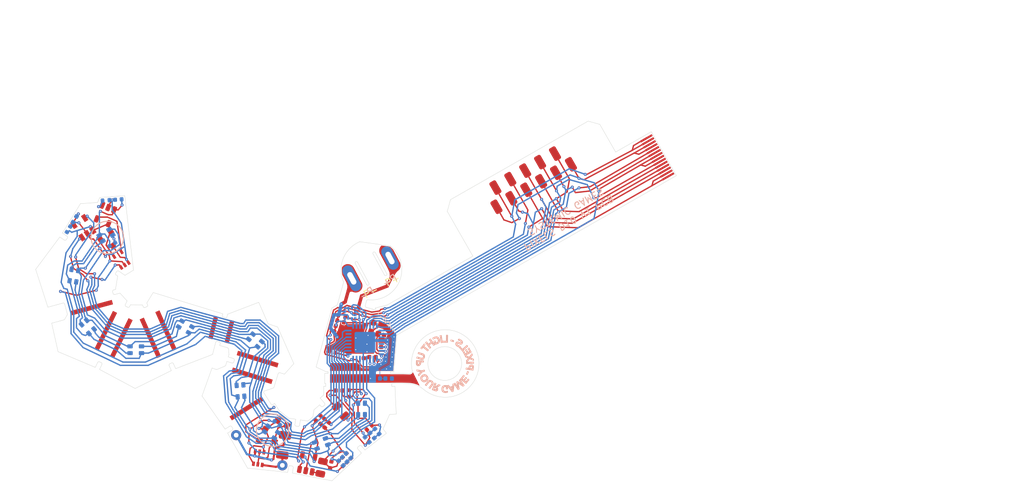
<source format=kicad_pcb>
(kicad_pcb (version 20211014) (generator pcbnew)
  (title_block (title "FLX-F020") (date "2021-09-11") (rev "10") (company "Systemic Games, LLC") (comment 1 "Flexible PCB, 0.13mm thickness"))
  (layers (0 "F.Cu" signal) (31 "B.Cu" signal) (34 "B.Paste" user) (35 "F.Paste" user) (36 "B.SilkS" user "B.Silkscreen") (37 "F.SilkS" user "F.Silkscreen") (38 "B.Mask" user) (39 "F.Mask" user) (44 "Edge.Cuts" user))
  (net 0 "")
  (net 1 "Net-(C1-Pad1)")
  (net 2 "GND")
  (net 3 "VDD")
  (net 4 "VDC")
  (net 5 "VEE")
  (net 6 "Net-(L1-Pad2)")
  (net 7 "Net-(L1-Pad1)")
  (net 8 "+5V")
  (net 9 "Net-(R6-Pad1)")
  (net 10 "/LED_EN")
  (net 11 "Net-(C2-Pad2)")
  (net 12 "Net-(C3-Pad1)")
  (net 13 "Net-(C5-Pad2)")
  (net 14 "Net-(C7-Pad1)")
  (net 15 "Net-(C17-Pad2)")
  (net 16 "Net-(C19-Pad1)")
  (net 17 "Net-(C19-Pad2)")
  (net 18 "Net-(L4-Pad1)")
  (net 19 "RXI")
  (net 20 "TXO")
  (net 21 "SWO")
  (net 22 "RESET")
  (net 23 "SWDCLK")
  (net 24 "SWDIO")
  (net 25 "Net-(R10-Pad1)")
  (net 26 "Net-(R10-Pad2)")
  (net 27 "/LED_DATA")
  (net 28 "+BATT")
  (net 29 "/STATS")
  (net 30 "/VLED_SENSE")
  (net 31 "/5V_SENSE")
  (net 32 "/VBAT_SENSE")
  (net 33 "/Power Supply/MAG1_")
  (net 34 "Net-(D10-Pad1)")
  (net 35 "/LED_RETURN")
  (net 36 "/Power Supply/LED_EN_OUT")
  (net 37 "Net-(R3-Pad1)")
  (net 38 "Net-(D2-Pad3)")
  (net 39 "Net-(D3-Pad3)")
  (net 40 "Net-(D4-Pad3)")
  (net 41 "Net-(D5-Pad3)")
  (net 42 "Net-(D6-Pad3)")
  (net 43 "Net-(D7-Pad3)")
  (net 44 "Net-(D8-Pad3)")
  (net 45 "Net-(D10-Pad3)")
  (net 46 "/SCL")
  (net 47 "/SDA")
  (net 48 "/ACC_INT")
  (net 49 "/ARC_ANTENNA")
  (net 50 "Net-(C8-Pad1)")
  (footprint "Pixels-dice:SOT-353_SC-70-5" (layer "F.Cu") (at 114.96 98.57 123)
    (fp_text reference "U7")
    (fp_text value "SN74LVC1G08" hide)
  )
  (footprint "TestPoint:TestPoint_THTPad_D1.5mm_Drill0.7mm" (layer "F.Cu") (at 131.960767 124.575406 30)
    (fp_text reference "P6")
    (fp_text value "COILB")
  )
  (footprint "Package_TO_SOT_SMD:SOT-23-5" (layer "F.Cu") (at 109.34 93.83 123)
    (fp_text reference "U5")
    (fp_text value "MCP73832T-2ACI/OT")
  )
  (footprint "Package_TO_SOT_SMD:SOT-23" (layer "F.Cu") (at 113.140767 95.735406 -55)
    (fp_text reference "U8")
    (fp_text value "TMR1366")
  )
  (footprint "TestPoint:TestPoint_THTPad_D1.5mm_Drill0.7mm" (layer "F.Cu") (at 138.800767 129.045406 30)
    (fp_text reference "P5")
    (fp_text value "COILA")
  )
  (footprint "Pixels-dice:SOT-23-5" (layer "F.Cu") (at 112.61 91.86 -112)
    (fp_text reference "U6")
    (fp_text value "MT9700" hide)
  )
  (footprint "Capacitor_SMD:C_0402_1005Metric" (layer "F.Cu") (at 153.426067 111.030118 90)
    (fp_text reference "C7")
    (fp_text value "100pF NP0 10V 5%")
  )
  (footprint "Inductor_SMD:L_0805_2012Metric" (layer "F.Cu") (at 147.44 121.05 130)
    (fp_text reference "L1")
    (fp_text value "10uH 100mA 10%")
  )
  (footprint "Capacitor_SMD:C_0402_1005Metric" (layer "F.Cu") (at 154.01 109.27 -107)
    (fp_text reference "C5")
    (fp_text value "6pF 10V 10%")
  )
  (footprint "Capacitor_SMD:C_0402_1005Metric" (layer "F.Cu") (at 146.18 112.22 165)
    (fp_text reference "C3")
    (fp_text value "0.1uF 10V 20%")
  )
  (footprint "Capacitor_SMD:C_0402_1005Metric" (layer "F.Cu") (at 151.9 110.8 73)
    (fp_text reference "C2")
    (fp_text value "6pF 10V 10%")
  )
  (footprint "Resistor_SMD:R_0402_1005Metric" (layer "F.Cu") (at 152.15 113)
    (fp_text reference "R10")
    (fp_text value "100k 1%")
  )
  (footprint "Capacitor_SMD:C_0402_1005Metric" (layer "F.Cu") (at 147.174293 108.522925 -16)
    (fp_text reference "C10")
    (fp_text value "0.1uF 10V 20%")
  )
  (footprint "Capacitor_SMD:C_0402_1005Metric" (layer "F.Cu") (at 145.97 128.97 79)
    (fp_text reference "C18")
    (fp_text value "4.7uF 6.3V 20%")
  )
  (footprint "Resistor_SMD:R_0402_1005Metric" (layer "F.Cu") (at 148.032666 128.207325 134)
    (fp_text reference "R4")
    (fp_text value "402k 1%")
  )
  (footprint "Capacitor_SMD:C_0402_1005Metric" (layer "F.Cu") (at 147.45 128.77 -46)
    (fp_text reference "C17")
    (fp_text value "22pF 10V 5%")
  )
  (footprint "Pixels-dice:SOT-23-5" (layer "F.Cu") (at 142.48 128.75 79)
    (fp_text reference "U4")
    (fp_text value "LN3435" hide)
  )
  (footprint "Resistor_SMD:R_0402_1005Metric" (layer "F.Cu") (at 150.85 112.68 -90)
    (fp_text reference "R9")
    (fp_text value "180k 1%")
  )
  (footprint "Capacitor_SMD:C_0402_1005Metric" (layer "F.Cu") (at 146.94 109.34 -16)
    (fp_text reference "C4")
    (fp_text value "4.7uF 6.3V 20%")
  )
  (footprint "Inductor_SMD:L_0805_2012Metric" (layer "F.Cu") (at 144.61 129.38 78)
    (fp_text reference "L4")
    (fp_text value "2.2uH 20mA 10%")
  )
  (footprint "Capacitor_SMD:C_0603_1608Metric" (layer "F.Cu") (at 138.78 122.76 152)
    (fp_text reference "C13")
    (fp_text value "4.7uF 25V 20%")
  )
  (footprint "Package_TO_SOT_SMD:SOT-363_SC-70-6" (layer "F.Cu") (at 135.3 127.96 82)
    (fp_text reference "D1")
    (fp_text value "BAV99S")
  )
  (footprint "Capacitor_SMD:C_0402_1005Metric" (layer "F.Cu") (at 151.67 123.45 41)
    (fp_text reference "C15")
    (fp_text value "4.7uF 6.3V 20%")
  )
  (footprint "Inductor_SMD:L_0402_1005Metric" (layer "F.Cu") (at 147.2 117.96)
    (fp_text reference "L2")
    (fp_text value "15nH 100mA 5%")
  )
  (footprint "Capacitor_SMD:C_0402_1005Metric" (layer "F.Cu") (at 148.67 118.4 90)
    (fp_text reference "C1")
    (fp_text value "4.7uF 6.3V 20%")
  )
  (footprint "Resistor_SMD:R_0402_1005Metric" (layer "F.Cu") (at 144.095162 122.037993 51)
    (fp_text reference "R7")
    (fp_text value "4.02M 1%")
  )
  (footprint "Resistor_SMD:R_0402_1005Metric" (layer "F.Cu") (at 144.74557 122.544524 -129)
    (fp_text reference "R8")
    (fp_text value "10M 1%")
  )
  (footprint "Capacitor_SMD:C_0402_1005Metric" (layer "F.Cu") (at 145.378015 123.082403 -129)
    (fp_text reference "C22")
    (fp_text value "10nF 25V 10%")
  )
  (footprint "Pixels-dice:Crystal_SMD_2016-4Pin_2.0x1.6mm" (layer "F.Cu") (at 152.629995 108.740004 -107)
    (fp_text reference "Y1")
    (fp_text value "32MHz 40ppm")
  )
  (footprint "Resistor_SMD:R_0402_1005Metric" (layer "F.Cu") (at 147.4 107.72 -15)
    (fp_text reference "R12")
    (fp_text value "2.7k 5%")
  )
  (footprint "Resistor_SMD:R_0402_1005Metric" (layer "F.Cu") (at 147.61 106.93 -15)
    (fp_text reference "R16")
    (fp_text value "2.7k 5%")
  )
  (footprint "Resistor_SMD:R_0402_1005Metric" (layer "F.Cu") (at 148.604278 127.634263 -46)
    (fp_text reference "R5")
    (fp_text value "100k 1%")
  )
  (footprint "Pixels-dice:SOT-23" (layer "F.Cu") (at 136.72 125 152)
    (fp_text reference "U3")
    (fp_text value "PJ75AL50SA")
  )
  (footprint "Capacitor_SMD:C_1206_3216Metric" (layer "F.Cu") (at 139 126.06 82)
    (fp_text reference "C19")
    (fp_text value "33nF 50V 5% NP0")
  )
  (footprint "Pixels-dice:FPC-POGO-11" (layer "F.Cu") (at 175.375733 86.477098 29.729)
    (fp_text reference "J2")
    (fp_text value "Conn_01x11")
  )
  (footprint "Pixels-dice:FPC_14" (layer "F.Cu") (at 192.676491 80.596139 -60.271)
    (fp_text reference "J1")
    (fp_text value "Conn_01x14")
  )
  (footprint "Pixels-dice:TX1812Z_2020" (layer "B.Cu") (at 132.600767 118.005406 5)
    (fp_text reference "D5")
    (fp_text value "TX1812Z_2020")
  )
  (footprint "Pixels-dice:TX1812Z_2020" (layer "B.Cu") (at 137.157044 124.12 57)
    (fp_text reference "D4")
    (fp_text value "TX1812Z_2020")
  )
  (footprint "Pixels-dice:TX1812Z_2020" (layer "B.Cu") (at 134.790121 110.535406 50)
    (fp_text reference "D6")
    (fp_text value "TX1812Z_2020")
  )
  (footprint "Capacitor_SMD:C_0402_1005Metric" (layer "B.Cu") (at 107.16 94.07 59)
    (fp_text reference "C16")
    (fp_text value "4.7uF 6.3V 20%")
  )
  (footprint "Pixels-dice:TX1812Z_2020" (layer "B.Cu") (at 150.520767 120.685406 180)
    (fp_text reference "D2")
    (fp_text value "TX1812Z_2020")
  )
  (footprint "Pixels-dice:TX1812Z_2020" (layer "B.Cu") (at 124.440767 108.525406 60)
    (fp_text reference "D7")
    (fp_text value "TX1812Z_2020")
  )
  (footprint "Pixels-dice:TX1812Z_2020" (layer "B.Cu") (at 110.000767 108.525406 40)
    (fp_text reference "D9")
    (fp_text value "TX1812Z_2020")
  )
  (footprint "Pixels-dice:TX1812Z_2020" (layer "B.Cu") (at 117.100767 111.915406 90)
    (fp_text reference "D8")
    (fp_text value "TX1812Z_2020")
  )
  (footprint "Resistor_SMD:R_0402_1005Metric" (layer "B.Cu") (at 147.47 128.73 135)
    (fp_text reference "R14")
    (fp_text value "10M 1%")
  )
  (footprint "Capacitor_SMD:C_0402_1005Metric" (layer "B.Cu") (at 148.025887 128.177296 135)
    (fp_text reference "C6")
    (fp_text value "10nF 25V 10%")
  )
  (footprint "Resistor_SMD:R_0402_1005Metric" (layer "B.Cu") (at 112.69 89.79 4)
    (fp_text reference "R3")
    (fp_text value "10k 5%")
  )
  (footprint "Pixels-dice:TX1812Z_2020" (layer "B.Cu") (at 112.69 94.95 -59)
    (fp_text reference "D11")
    (fp_text value "TX1812Z_2020")
  )
  (footprint "Resistor_SMD:R_0402_1005Metric" (layer "B.Cu") (at 148.58205 127.626913 -45)
    (fp_text reference "R13")
    (fp_text value "4.02M 1%")
  )
  (footprint "Package_DFN_QFN:QFN-32-1EP_5x5mm_P0.5mm_EP3.1x3.1mm" (layer "B.Cu") (at 151.029999 110.82)
    (fp_text reference "U1")
    (fp_text value "N52810_QFN32")
  )
  (footprint "Capacitor_SMD:C_0402_1005Metric" (layer "B.Cu") (at 152.76 116.18 180)
    (fp_text reference "C8")
    (fp_text value "?? NP0")
  )
  (footprint "Capacitor_SMD:C_0402_1005Metric" (layer "B.Cu") (at 138.03 122.8 -34)
    (fp_text reference "C23")
    (fp_text value "0.1uF 10V 20%")
  )
  (footprint "Pixels-dice:TX1812Z_2020" (layer "B.Cu") (at 144.560767 125.815406 110)
    (fp_text reference "D3")
    (fp_text value "TX1812Z_2020")
  )
  (footprint "Capacitor_SMD:C_0402_1005Metric" (layer "B.Cu") (at 113.64 96.3 31)
    (fp_text reference "C9")
    (fp_text value "4.7uF 6.3V 20%")
  )
  (footprint "Resistor_SMD:R_0402_1005Metric" (layer "B.Cu") (at 108.07 92.59 -121)
    (fp_text reference "R6")
    (fp_text value "22k 1%")
  )
  (footprint "Pixels-dice:Hongjie 10100 Connector" (layer "B.Cu") (at 151.904568 99.832308 -152)
    (fp_text reference "J3")
    (fp_text value "Conn_01x02")
  )
  (footprint "Pixels-dice:TX1812Z_2020" (layer "B.Cu") (at 107.940767 100.935406 -10)
    (fp_text reference "D10")
    (fp_text value "TX1812Z_2020")
  )
  (footprint "Capacitor_SMD:C_0402_1005Metric" (layer "B.Cu") (at 152.811314 124.011692 -50)
    (fp_text reference "C21")
    (fp_text value "10nF 25V 10%")
  )
  (footprint "Resistor_SMD:R_0402_1005Metric" (layer "B.Cu") (at 152.09 124.63 130)
    (fp_text reference "R2")
    (fp_text value "10M 1%")
  )
  (footprint "Resistor_SMD:R_0402_1005Metric" (layer "B.Cu") (at 151.354598 125.247077 130)
    (fp_text reference "R1")
    (fp_text value "4.02M 1%")
  )
  (footprint "Package_LGA:LGA-12_2x2mm_P0.5mm" (layer "B.Cu") (at 148.828603 106.512195 179)
    (fp_text reference "U2")
    (fp_text value "KXTJ3-1057")
  )
  (footprint "Inductor_SMD:L_0402_1005Metric" (layer "B.Cu") (at 154.53 116.18)
    (fp_text reference "L5")
    (fp_text value "??")
  )
  (footprint "Capacitor_SMD:C_0402_1005Metric" (layer "B.Cu") (at 114.520004 89.659996 -176)
    (fp_text reference "C24")
    (fp_text value "0.1uF 10V 20%")
  )
  (gr_circle (center 137.35 123.84) (end 139.75 123.84) (layer "B.SilkS") (width 0.15) (fill none))
  (gr_line (start 159.660524 113.271295) (end 159.497437 113.338268) (layer "B.SilkS") (width 0.1734))
  (gr_line (start 159.534488 116.421931) (end 159.679314 116.521965) (layer "B.SilkS") (width 0.1734))
  (gr_line (start 161.601963 117.604558) (end 161.460539 117.49452) (layer "B.SilkS") (width 0.1734))
  (gr_line (start 163.388891 117.221248) (end 163.9579 117.955563) (layer "B.SilkS") (width 0.1734))
  (gr_line (start 159.49371 115.182986) (end 159.002713 115.740521) (layer "B.SilkS") (width 0.1734))
  (gr_line (start 166.893235 112.712168) (end 166.584022 113.106732) (layer "B.SilkS") (width 0.1734))
  (gr_line (start 162.100103 117.178956) (end 161.616513 117.488671) (layer "B.SilkS") (width 0.1734))
  (gr_line (start 161.448929 117.869147) (end 161.492525 117.882807) (layer "B.SilkS") (width 0.1734))
  (gr_line (start 163.9579 117.955563) (end 164.016033 117.476933) (layer "B.SilkS") (width 0.1734))
  (gr_line (start 164.839564 111.439837) (end 164.690144 111.351364) (layer "B.SilkS") (width 0.1734))
  (gr_line (start 163.795524 110.48545) (end 164.12512 110.5874) (layer "B.SilkS") (width 0.1734))
  (gr_line (start 165.95227 111.979288) (end 166.043279 111.930655) (layer "B.SilkS") (width 0.1734))
  (gr_line (start 159.497437 113.338268) (end 159.308871 113.314148) (layer "B.SilkS") (width 0.1734))
  (gr_line (start 165.398547 110.965938) (end 165.32741 111.044285) (layer "B.SilkS") (width 0.1734))
  (gr_line (start 162.968801 117.237825) (end 163.052948 117.242653) (layer "B.SilkS") (width 0.1734))
  (gr_line (start 164.808752 117.578355) (end 164.648743 116.710086) (layer "B.SilkS") (width 0.1734))
  (gr_line (start 161.460539 117.49452) (end 161.490358 117.416681) (layer "B.SilkS") (width 0.1734))
  (gr_line (start 165.044917 110.52208) (end 164.875729 110.461019) (layer "B.SilkS") (width 0.1734))
  (gr_line (start 165.371 116.227376) (end 165.640532 116.440947) (layer "B.SilkS") (width 0.1734))
  (gr_line (start 162.57817 110.774521) (end 162.580405 110.671159) (layer "B.SilkS") (width 0.1734))
  (gr_line (start 159.002713 115.740521) (end 158.956727 115.600559) (layer "B.SilkS") (width 0.1734))
  (gr_line (start 164.029102 117.364884) (end 164.069185 117.032676) (layer "B.SilkS") (width 0.1734))
  (gr_line (start 159.802569 111.097828) (end 159.883477 111.1622) (layer "B.SilkS") (width 0.1734))
  (gr_line (start 161.105756 110.203522) (end 161.190139 110.146782) (layer "B.SilkS") (width 0.1734))
  (gr_line (start 164.56229 111.24233) (end 164.482404 111.072916) (layer "B.SilkS") (width 0.1734))
  (gr_line (start 166.568918 112.204704) (end 166.322225 111.751091) (layer "B.SilkS") (width 0.1734))
  (gr_line (start 163.09567 110.683013) (end 163.115172 109.801511) (layer "B.SilkS") (width 0.1734))
  (gr_line (start 166.096967 113.810433) (end 167.081097 113.767648) (layer "B.SilkS") (width 0.1734))
  (gr_line (start 159.305855 116.033274) (end 159.392197 115.870045) (layer "B.SilkS") (width 0.1734))
  (gr_line (start 162.561618 117.836995) (end 162.630818 118.009632) (layer "B.SilkS") (width 0.1734))
  (gr_line (start 165.451628 111.896834) (end 166.107593 111.307161) (layer "B.SilkS") (width 0.1734))
  (gr_line (start 161.616513 117.488671) (end 161.655621 117.523553) (layer "B.SilkS") (width 0.1734))
  (gr_line (start 165.32741 111.044285) (end 165.155048 111.086958) (layer "B.SilkS") (width 0.1734))
  (gr_line (start 162.580405 110.671159) (end 163.09567 110.683013) (layer "B.SilkS") (width 0.1734))
  (gr_line (start 166.278667 112.362963) (end 166.568918 112.204704) (layer "B.SilkS") (width 0.1734))
  (gr_line (start 159.37799 116.38054) (end 159.306481 116.212062) (layer "B.SilkS") (width 0.1734))
  (gr_line (start 162.428707 117.746161) (end 162.43813 117.625872) (layer "B.SilkS") (width 0.1734))
  (gr_line (start 158.934111 112.475472) (end 158.971662 112.353521) (layer "B.SilkS") (width 0.1734))
  (gr_line (start 160.049133 116.577471) (end 159.879479 116.651407) (layer "B.SilkS") (width 0.1734))
  (gr_line (start 165.115408 116.393188) (end 165.669013 117.208139) (layer "B.SilkS") (width 0.1734))
  (gr_line (start 164.875729 110.461019) (end 164.941304 110.363335) (layer "B.SilkS") (width 0.1734))
  (gr_line (start 161.190139 110.146782) (end 161.351342 110.071942) (layer "B.SilkS") (width 0.1734))
  (gr_line (start 167.050683 114.344004) (end 167.057618 114.519168) (layer "B.SilkS") (width 0.1734))
  (gr_line (start 160.929539 110.875464) (end 160.460083 111.219369) (layer "B.SilkS") (width 0.1734))
  (gr_line (start 167.078002 113.464747) (end 166.507112 113.20575) (layer "B.SilkS") (width 0.1734))
  (gr_line (start 161.765703 117.672141) (end 161.769014 117.85307) (layer "B.SilkS") (width 0.1734))
  (gr_line (start 162.327472 110.827281) (end 162.179998 109.852553) (layer "B.SilkS") (width 0.1734))
  (gr_line (start 162.453313 110.807717) (end 162.327472 110.827281) (layer "B.SilkS") (width 0.1734))
  (gr_line (start 160.095388 117.19835) (end 159.993737 117.120784) (layer "B.SilkS") (width 0.1734))
  (gr_line (start 160.858135 116.661533) (end 160.775704 116.611792) (layer "B.SilkS") (width 0.1734))
  (gr_line (start 159.589394 115.706249) (end 159.758775 115.633492) (layer "B.SilkS") (width 0.1734))
  (gr_line (start 166.757004 114.315984) (end 166.608251 114.419225) (layer "B.SilkS") (width 0.1734))
  (gr_line (start 161.492525 117.882807) (end 161.644877 117.798606) (layer "B.SilkS") (width 0.1734))
  (gr_line (start 161.670126 111.019519) (end 161.589146 111.043618) (layer "B.SilkS") (width 0.1734))
  (gr_line (start 166.18793 112.412561) (end 165.95227 111.979288) (layer "B.SilkS") (width 0.1734))
  (gr_line (start 158.680035 114.123661) (end 158.654829 113.950503) (layer "B.SilkS") (width 0.1734))
  (gr_line (start 162.001158 110.355144) (end 162.033865 110.471343) (layer "B.SilkS") (width 0.1734))
  (gr_line (start 161.297276 111.161542) (end 161.1942 111.236624) (layer "B.SilkS") (width 0.1734))
  (gr_line (start 162.95673 117.340845) (end 162.863615 117.346113) (layer "B.SilkS") (width 0.1734))
  (gr_line (start 165.210588 116.261973) (end 165.617819 115.750169) (layer "B.SilkS") (width 0.1734))
  (gr_line (start 166.608251 114.419225) (end 166.536117 114.583183) (layer "B.SilkS") (width 0.1734))
  (gr_line (start 158.777046 115.057307) (end 158.732756 114.923127) (layer "B.SilkS") (width 0.1734))
  (gr_line (start 166.301804 116.306441) (end 166.382796 116.370781) (layer "B.SilkS") (width 0.1734))
  (gr_line (start 160.419761 116.571161) (end 160.582477 116.476306) (layer "B.SilkS") (width 0.1734))
  (gr_line (start 160.230487 115.860306) (end 160.262692 115.909853) (layer "B.SilkS") (width 0.1734))
  (gr_line (start 159.700924 113.005836) (end 159.719353 112.911025) (layer "B.SilkS") (width 0.1734))
  (gr_line (start 166.02594 114.776361) (end 166.043789 114.649439) (layer "B.SilkS") (width 0.1734))
  (gr_line (start 159.512525 112.652702) (end 158.934111 112.475472) (layer "B.SilkS") (width 0.1734))
  (gr_line (start 161.030015 117.819459) (end 161.387174 116.900767) (layer "B.SilkS") (width 0.1734))
  (gr_line (start 164.12512 110.5874) (end 164.094724 110.685967) (layer "B.SilkS") (width 0.1734))
  (gr_line (start 165.030212 111.581757) (end 165.10713 111.512931) (layer "B.SilkS") (width 0.1734))
  (gr_line (start 163.77681 117.54231) (end 163.715491 117.452758) (layer "B.SilkS") (width 0.1734))
  (gr_line (start 165.229734 110.509965) (end 165.362901 110.621179) (layer "B.SilkS") (width 0.1734))
  (gr_line (start 165.542333 112.163256) (end 165.633058 112.113657) (layer "B.SilkS") (width 0.1734))
  (gr_line (start 161.644877 117.798606) (end 161.65141 117.778714) (layer "B.SilkS") (width 0.1734))
  (gr_line (start 164.6246 111.138415) (end 164.748156 111.265376) (layer "B.SilkS") (width 0.1734))
  (gr_line (start 165.077527 110.420464) (end 165.229734 110.509965) (layer "B.SilkS") (width 0.1734))
  (gr_line (start 161.730834 110.880667) (end 161.874393 110.752563) (layer "B.SilkS") (width 0.1734))
  (gr_line (start 159.679314 116.521965) (end 159.866007 116.516641) (layer "B.SilkS") (width 0.1734))
  (gr_line (start 161.490358 117.416681) (end 161.943348 117.117186) (layer "B.SilkS") (width 0.1734))
  (gr_line (start 166.507112 113.20575) (end 166.120903 113.699368) (layer "B.SilkS") (width 0.1734))
  (gr_line (start 159.453078 115.061348) (end 159.780651 114.953813) (layer "B.SilkS") (width 0.1734))
  (gr_line (start 164.016033 117.476933) (end 163.77681 117.54231) (layer "B.SilkS") (width 0.1734))
  (gr_line (start 160.461402 116.717209) (end 160.095388 117.19835) (layer "B.SilkS") (width 0.1734))
  (gr_line (start 160.460083 111.219369) (end 160.724928 111.581527) (layer "B.SilkS") (width 0.1734))
  (gr_line (start 164.537041 110.896609) (end 164.608637 110.819148) (layer "B.SilkS") (width 0.1734))
  (gr_line (start 161.65141 117.778714) (end 161.601963 117.604558) (layer "B.SilkS") (width 0.1734))
  (gr_line (start 160.597486 116.602903) (end 160.461402 116.717209) (layer "B.SilkS") (width 0.1734))
  (gr_line (start 162.940697 118.236045) (end 162.877919 118.233357) (layer "B.SilkS") (width 0.1734))
  (gr_line (start 159.941939 115.76011) (end 159.768156 115.769917) (layer "B.SilkS") (width 0.1734))
  (gr_line (start 162.582497 117.567543) (end 162.555908 117.746539) (layer "B.SilkS") (width 0.1734))
  (gr_line (start 164.354363 116.909903) (end 164.808752 117.578355) (layer "B.SilkS") (width 0.1734))
  (gr_line (start 166.087963 115.500883) (end 166.217221 115.182266) (layer "B.SilkS") (width 0.1734))
  (gr_line (start 166.524861 114.335353) (end 166.66248 114.207494) (layer "B.SilkS") (width 0.1734))
  (gr_line (start 166.536117 114.583183) (end 166.433282 114.541681) (layer "B.SilkS") (width 0.1734))
  (gr_line (start 164.482404 111.072916) (end 164.537041 110.896609) (layer "B.SilkS") (width 0.1734))
  (gr_line (start 158.732756 114.923127) (end 159.453078 115.061348) (layer "B.SilkS") (width 0.1734))
  (gr_line (start 158.668297 113.551388) (end 159.653446 113.585857) (layer "B.SilkS") (width 0.1734))
  (gr_line (start 161.506182 116.947596) (end 161.18684 117.766883) (layer "B.SilkS") (width 0.1734))
  (gr_line (start 160.191103 116.256941) (end 160.21722 116.07707) (layer "B.SilkS") (width 0.1734))
  (gr_line (start 162.538734 118.095371) (end 162.451553 117.935382) (layer "B.SilkS") (width 0.1734))
  (gr_line (start 161.100046 116.967167) (end 161.01279 117.136158) (layer "B.SilkS") (width 0.1734))
  (gr_line (start 165.056257 111.408371) (end 164.990298 111.505129) (layer "B.SilkS") (width 0.1734))
  (gr_line (start 165.899203 112.796689) (end 166.469996 113.054651) (layer "B.SilkS") (width 0.1734))
  (gr_line (start 164.991289 111.013987) (end 164.886678 110.943009) (layer "B.SilkS") (width 0.1734))
  (gr_line (start 161.39517 110.634493) (end 161.507491 110.949337) (layer "B.SilkS") (width 0.1734))
  (gr_line (start 159.666114 112.741636) (end 159.512525 112.652702) (layer "B.SilkS") (width 0.1734))
  (gr_line (start 166.412766 111.701563) (end 166.720476 112.267499) (layer "B.SilkS") (width 0.1734))
  (gr_line (start 161.599637 110.024475) (end 161.777415 110.065896) (layer "B.SilkS") (width 0.1734))
  (gr_line (start 163.052948 117.242653) (end 163.225137 117.28526) (layer "B.SilkS") (width 0.1734))
  (gr_line (start 161.351342 110.071942) (end 161.411166 110.053167) (layer "B.SilkS") (width 0.1734))
  (gr_line (start 165.936031 112.946824) (end 165.899203 112.796689) (layer "B.SilkS") (width 0.1734))
  (gr_line (start 161.387174 116.900767) (end 161.506182 116.947596) (layer "B.SilkS") (width 0.1734))
  (gr_line (start 159.3467 113.193172) (end 159.441753 113.21192) (layer "B.SilkS") (width 0.1734))
  (gr_line (start 162.494545 117.454237) (end 162.621275 117.318916) (layer "B.SilkS") (width 0.1734))
  (gr_line (start 161.01279 117.136158) (end 160.646785 117.617307) (layer "B.SilkS") (width 0.1734))
  (gr_line (start 159.69036 111.404163) (end 160.381199 111.953368) (layer "B.SilkS") (width 0.1734))
  (gr_line (start 162.786789 117.254198) (end 162.968801 117.237825) (layer "B.SilkS") (width 0.1734))
  (gr_line (start 159.648874 113.712814) (end 158.769776 113.682951) (layer "B.SilkS") (width 0.1734))
  (gr_line (start 158.77079 114.029834) (end 158.918385 114.126596) (layer "B.SilkS") (width 0.1734))
  (gr_line (start 167.086365 113.894944) (end 166.102319 113.937684) (layer "B.SilkS") (width 0.1734))
  (gr_line (start 160.398788 111.136285) (end 160.86852 110.792257) (layer "B.SilkS") (width 0.1734))
  (gr_line (start 159.758775 115.633492) (end 159.937593 115.631359) (layer "B.SilkS") (width 0.1734))
  (gr_line (start 164.748156 111.265376) (end 164.890128 111.34715) (layer "B.SilkS") (width 0.1734))
  (gr_line (start 164.063728 118.056257) (end 163.928018 118.094905) (layer "B.SilkS") (width 0.1734))
  (gr_line (start 161.777415 110.065896) (end 161.9143 110.185309) (layer "B.SilkS") (width 0.1734))
  (gr_line (start 161.547385 110.137253) (end 161.373337 110.17415) (layer "B.SilkS") (width 0.1734))
  (gr_line (start 166.382796 116.370781) (end 165.982243 116.875595) (layer "B.SilkS") (width 0.1734))
  (gr_line (start 161.412527 111.062123) (end 161.275086 110.677607) (layer "B.SilkS") (width 0.1734))
  (gr_line (start 158.806167 114.244191) (end 158.680035 114.123661) (layer "B.SilkS") (width 0.1734))
  (gr_line (start 164.642484 110.968327) (end 164.6246 111.138415) (layer "B.SilkS") (width 0.1734))
  (gr_line (start 158.654829 113.950503) (end 158.668297 113.551388) (layer "B.SilkS") (width 0.1734))
  (gr_line (start 165.021584 116.456984) (end 165.115408 116.393188) (layer "B.SilkS") (width 0.1734))
  (gr_line (start 166.584022 113.106732) (end 167.041178 113.314611) (layer "B.SilkS") (width 0.1734))
  (gr_line (start 160.099801 116.544048) (end 160.049133 116.577471) (layer "B.SilkS") (width 0.1734))
  (gr_circle (center 112.89 95.28) (end 115.29 95.28) (layer "B.SilkS") (width 0.15) (fill none))
  (gr_line (start 166.81411 114.316641) (end 166.757004 114.315984) (layer "B.SilkS") (width 0.1734))
  (gr_line (start 164.731827 116.653859) (end 165.47523 117.125743) (layer "B.SilkS") (width 0.1734))
  (gr_line (start 166.043789 114.649439) (end 166.914766 114.773173) (layer "B.SilkS") (width 0.1734))
  (gr_line (start 166.856217 112.562104) (end 166.893235 112.712168) (layer "B.SilkS") (width 0.1734))
  (gr_line (start 159.308871 113.314148) (end 158.730834 113.136773) (layer "B.SilkS") (width 0.1734))
  (gr_line (start 158.975282 114.120857) (end 159.112002 114.001988) (layer "B.SilkS") (width 0.1734))
  (gr_line (start 162.684656 117.416262) (end 162.582497 117.567543) (layer "B.SilkS") (width 0.1734))
  (gr_line (start 163.09416 117.69409) (end 163.096982 117.358596) (layer "B.SilkS") (width 0.1734))
  (gr_line (start 166.449281 114.494237) (end 166.524861 114.335353) (layer "B.SilkS") (width 0.1734))
  (gr_line (start 161.373337 110.17415) (end 161.289054 110.210354) (layer "B.SilkS") (width 0.1734))
  (gr_line (start 161.589146 111.043618) (end 161.412527 111.062123) (layer "B.SilkS") (width 0.1734))
  (gr_line (start 166.043279 111.930655) (end 166.278667 112.362963) (layer "B.SilkS") (width 0.1734))
  (gr_line (start 159.61232 113.159194) (end 159.700924 113.005836) (layer "B.SilkS") (width 0.1734))
  (gr_line (start 162.451553 117.935382) (end 162.428707 117.746161) (layer "B.SilkS") (width 0.1734))
  (gr_line (start 158.908177 114.261219) (end 158.806167 114.244191) (layer "B.SilkS") (width 0.1734))
  (gr_line (start 167.081097 113.767648) (end 167.086365 113.894944) (layer "B.SilkS") (width 0.1734))
  (gr_line (start 166.322225 111.751091) (end 166.412766 111.701563) (layer "B.SilkS") (width 0.1734))
  (gr_line (start 161.593308 118.002795) (end 161.421717 117.971816) (layer "B.SilkS") (width 0.1734))
  (gr_line (start 161.720784 110.178296) (end 161.547385 110.137253) (layer "B.SilkS") (width 0.1734))
  (gr_line (start 166.938263 114.211479) (end 167.050683 114.344004) (layer "B.SilkS") (width 0.1734))
  (gr_line (start 159.700666 116.654624) (end 159.539015 116.573261) (layer "B.SilkS") (width 0.1734))
  (gr_line (start 160.039723 110.861795) (end 160.14224 110.785862) (layer "B.SilkS") (width 0.1734))
  (gr_line (start 159.799448 113.036132) (end 159.765591 113.126394) (layer "B.SilkS") (width 0.1734))
  (gr_line (start 160.245773 116.413895) (end 160.099801 116.544048) (layer "B.SilkS") (width 0.1734))
  (gr_line (start 159.112002 114.001988) (end 159.166187 113.831254) (layer "B.SilkS") (width 0.1734))
  (gr_line (start 165.946716 116.055165) (end 166.027898 116.119427) (layer "B.SilkS") (width 0.1734))
  (gr_line (start 159.392197 115.870045) (end 159.538995 115.739544) (layer "B.SilkS") (width 0.1734))
  (gr_line (start 164.804833 110.902738) (end 164.642484 110.968327) (layer "B.SilkS") (width 0.1734))
  (gr_line (start 158.956727 115.600559) (end 159.354934 115.165722) (layer "B.SilkS") (width 0.1734))
  (gr_line (start 159.63458 112.563473) (end 159.779941 112.683791) (layer "B.SilkS") (width 0.1734))
  (gr_line (start 160.332025 116.25178) (end 160.245773 116.413895) (layer "B.SilkS") (width 0.1734))
  (gr_line (start 164.094724 110.685967) (end 163.765594 110.584901) (layer "B.SilkS") (width 0.1734))
  (gr_line (start 159.611134 111.504118) (end 159.418292 111.74705) (layer "B.SilkS") (width 0.1734))
  (gr_line (start 161.943348 117.117186) (end 162.100103 117.178956) (layer "B.SilkS") (width 0.1734))
  (gr_line (start 164.947979 117.697914) (end 164.81403 117.788701) (layer "B.SilkS") (width 0.1734))
  (gr_line (start 162.306207 109.833913) (end 162.453313 110.807717) (layer "B.SilkS") (width 0.1734))
  (gr_line (start 166.838441 114.182782) (end 166.938263 114.211479) (layer "B.SilkS") (width 0.1734))
  (gr_line (start 163.220821 110.788821) (end 162.57817 110.774521) (layer "B.SilkS") (width 0.1734))
  (gr_line (start 158.971662 112.353521) (end 159.549791 112.530864) (layer "B.SilkS") (width 0.1734))
  (gr_line (start 165.292813 110.894317) (end 165.298699 110.717225) (layer "B.SilkS") (width 0.1734))
  (gr_line (start 165.47523 117.125743) (end 165.021584 116.456984) (layer "B.SilkS") (width 0.1734))
  (gr_line (start 159.879479 116.651407) (end 159.700666 116.654624) (layer "B.SilkS") (width 0.1734))
  (gr_line (start 166.192884 111.402131) (end 165.459992 112.060629) (layer "B.SilkS") (width 0.1734))
  (gr_line (start 160.332629 116.075732) (end 160.332025 116.25178) (layer "B.SilkS") (width 0.1734))
  (gr_line (start 162.691262 118.195525) (end 162.538734 118.095371) (layer "B.SilkS") (width 0.1734))
  (gr_line (start 158.768103 113.014936) (end 159.3467 113.193172) (layer "B.SilkS") (width 0.1734))
  (gr_line (start 166.217221 115.182266) (end 166.312611 115.220301) (layer "B.SilkS") (width 0.1734))
  (gr_line (start 166.027898 116.119427) (end 165.721451 116.505325) (layer "B.SilkS") (width 0.1734))
  (gr_line (start 159.080721 114.218466) (end 158.908177 114.261219) (layer "B.SilkS") (width 0.1734))
  (gr_line (start 159.719353 112.911025) (end 159.666114 112.741636) (layer "B.SilkS") (width 0.1734))
  (gr_line (start 165.540813 117.295539) (end 164.785308 116.814533) (layer "B.SilkS") (width 0.1734))
  (gr_line (start 165.171362 110.595032) (end 165.044917 110.52208) (layer "B.SilkS") (width 0.1734))
  (gr_line (start 161.874393 110.752563) (end 161.918162 110.575259) (layer "B.SilkS") (width 0.1734))
  (gr_line (start 163.047013 118.128377) (end 163.217617 118.087485) (layer "B.SilkS") (width 0.1734))
  (gr_line (start 166.102319 113.937684) (end 166.096967 113.810433) (layer "B.SilkS") (width 0.1734))
  (gr_line (start 159.765591 113.126394) (end 159.660524 113.271295) (layer "B.SilkS") (width 0.1734))
  (gr_line (start 159.204084 114.076951) (end 159.080721 114.218466) (layer "B.SilkS") (width 0.1734))
  (gr_line (start 165.10713 111.512931) (end 165.451628 111.896834) (layer "B.SilkS") (width 0.1734))
  (gr_line (start 159.495415 116.37193) (end 159.534488 116.421931) (layer "B.SilkS") (width 0.1734))
  (gr_line (start 160.86852 110.792257) (end 160.611695 110.441966) (layer "B.SilkS") (width 0.1734))
  (gr_line (start 160.971148 116.798144) (end 160.858135 116.661533) (layer "B.SilkS") (width 0.1734))
  (gr_line (start 160.763018 116.489647) (end 160.920617 116.579117) (layer "B.SilkS") (width 0.1734))
  (gr_line (start 159.55635 115.894325) (end 159.44456 116.03009) (layer "B.SilkS") (width 0.1734))
  (gr_line (start 161.421717 117.971816) (end 161.030015 117.819459) (layer "B.SilkS") (width 0.1734))
  (gr_line (start 160.544939 117.539809) (end 160.911129 117.058585) (layer "B.SilkS") (width 0.1734))
  (gr_line (start 161.275086 110.677607) (end 161.39517 110.634493) (layer "B.SilkS") (width 0.1734))
  (gr_line (start 161.64554 110.918367) (end 161.730834 110.880667) (layer "B.SilkS") (width 0.1734))
  (gr_line (start 167.001412 114.913968) (end 166.02594 114.776361) (layer "B.SilkS") (width 0.1734))
  (gr_line (start 159.768156 115.769917) (end 159.611993 115.851345) (layer "B.SilkS") (width 0.1734))
  (gr_line (start 159.866007 116.516641) (end 160.019863 116.436149) (layer "B.SilkS") (width 0.1734))
  (gr_line (start 165.298699 110.717225) (end 165.171362 110.595032) (layer "B.SilkS") (width 0.1734))
  (gr_line (start 160.076536 116.392752) (end 160.191103 116.256941) (layer "B.SilkS") (width 0.1734))
  (gr_line (start 160.301411 112.052467) (end 159.611134 111.504118) (layer "B.SilkS") (width 0.1734))
  (gr_line (start 160.714783 110.366877) (end 161.297276 111.161542) (layer "B.SilkS") (width 0.1734))
  (gr_line (start 160.100553 115.715439) (end 160.230487 115.860306) (layer "B.SilkS") (width 0.1734))
  (gr_line (start 163.221263 117.694505) (end 163.09416 117.69409) (layer "B.SilkS") (width 0.1734))
  (gr_line (start 165.449195 110.792325) (end 165.398547 110.965938) (layer "B.SilkS") (width 0.1734))
  (gr_line (start 162.863615 117.346113) (end 162.684656 117.416262) (layer "B.SilkS") (width 0.1734))
  (gr_line (start 159.653446 113.585857) (end 159.648874 113.712814) (layer "B.SilkS") (width 0.1734))
  (gr_line (start 159.354934 115.165722) (end 158.777046 115.057307) (layer "B.SilkS") (width 0.1734))
  (gr_line (start 159.883477 111.1622) (end 159.69036 111.404163) (layer "B.SilkS") (width 0.1734))
  (gr_line (start 161.289054 110.210354) (end 161.142786 110.307205) (layer "B.SilkS") (width 0.1734))
  (gr_line (start 162.179998 109.852553) (end 162.306207 109.833913) (layer "B.SilkS") (width 0.1734))
  (gr_line (start 165.053554 110.923046) (end 165.125078 110.959939) (layer "B.SilkS") (width 0.1734))
  (gr_line (start 161.655621 117.523553) (end 161.765703 117.672141) (layer "B.SilkS") (width 0.1734))
  (gr_line (start 163.715491 117.452758) (end 164.029102 117.364884) (layer "B.SilkS") (width 0.1734))
  (gr_line (start 163.217617 118.087485) (end 163.216602 118.197903) (layer "B.SilkS") (width 0.1734))
  (gr_line (start 165.459992 112.060629) (end 165.030212 111.581757) (layer "B.SilkS") (width 0.1734))
  (gr_line (start 160.993439 116.642459) (end 161.093112 116.790925) (layer "B.SilkS") (width 0.1734))
  (gr_line (start 158.918385 114.126596) (end 158.975282 114.120857) (layer "B.SilkS") (width 0.1734))
  (gr_line (start 163.216602 118.197903) (end 163.117805 118.22164) (layer "B.SilkS") (width 0.1734))
  (gr_line (start 160.019863 116.436149) (end 160.076536 116.392752) (layer "B.SilkS") (width 0.1734))
  (gr_line (start 162.040147 110.652157) (end 161.96786 110.822662) (layer "B.SilkS") (width 0.1734))
  (gr_line (start 165.98065 116.711225) (end 166.301804 116.306441) (layer "B.SilkS") (width 0.1734))
  (gr_line (start 159.337289 111.682719) (end 159.802569 111.097828) (layer "B.SilkS") (width 0.1734))
  (gr_line (start 160.911129 117.058585) (end 160.961542 116.975673) (layer "B.SilkS") (width 0.1734))
  (gr_line (start 164.205264 116.994957) (end 164.063728 118.056257) (layer "B.SilkS") (width 0.1734))
  (gr_line (start 164.648743 116.710086) (end 164.731827 116.653859) (layer "B.SilkS") (width 0.1734))
  (gr_line (start 164.890128 111.34715) (end 165.056257 111.408371) (layer "B.SilkS") (width 0.1734))
  (gr_line (start 162.877919 118.233357) (end 162.691262 118.195525) (layer "B.SilkS") (width 0.1734))
  (gr_line (start 161.1942 111.236624) (end 160.929539 110.875464) (layer "B.SilkS") (width 0.1734))
  (gr_line (start 166.120903 113.699368) (end 166.084169 113.549195) (layer "B.SilkS") (width 0.1734))
  (gr_line (start 165.633058 112.113657) (end 165.885258 112.57691) (layer "B.SilkS") (width 0.1734))
  (gr_line (start 166.084169 113.549195) (end 166.393197 113.154709) (layer "B.SilkS") (width 0.1734))
  (gr_line (start 163.096982 117.358596) (end 162.95673 117.340845) (layer "B.SilkS") (width 0.1734))
  (gr_line (start 161.18684 117.766883) (end 161.448929 117.869147) (layer "B.SilkS") (width 0.1734))
  (gr_line (start 160.14224 110.785862) (end 160.398788 111.136285) (layer "B.SilkS") (width 0.1734))
  (gr_line (start 165.669013 117.208139) (end 165.540813 117.295539) (layer "B.SilkS") (width 0.1734))
  (gr_line (start 160.582477 116.476306) (end 160.763018 116.489647) (layer "B.SilkS") (width 0.1734))
  (gr_line (start 160.920617 116.579117) (end 160.993439 116.642459) (layer "B.SilkS") (width 0.1734))
  (gr_line (start 159.993737 117.120784) (end 160.359741 116.639636) (layer "B.SilkS") (width 0.1734))
  (gr_line (start 158.769776 113.682951) (end 158.760738 113.943299) (layer "B.SilkS") (width 0.1734))
  (gr_line (start 163.242577 109.803968) (end 163.220821 110.788821) (layer "B.SilkS") (width 0.1734))
  (gr_line (start 166.107593 111.307161) (end 166.192884 111.402131) (layer "B.SilkS") (width 0.1734))
  (gr_line (start 159.44456 116.03009) (end 159.421324 116.210967) (layer "B.SilkS") (width 0.1734))
  (gr_line (start 165.640532 116.440947) (end 165.946716 116.055165) (layer "B.SilkS") (width 0.1734))
  (gr_line (start 164.260528 116.973705) (end 164.354363 116.909903) (layer "B.SilkS") (width 0.1734))
  (gr_line (start 160.724928 111.581527) (end 160.622129 111.656485) (layer "B.SilkS") (width 0.1734))
  (gr_line (start 162.630818 118.009632) (end 162.779443 118.108132) (layer "B.SilkS") (width 0.1734))
  (gr_line (start 164.990298 111.505129) (end 164.839564 111.439837) (layer "B.SilkS") (width 0.1734))
  (gr_line (start 160.611695 110.441966) (end 160.714783 110.366877) (layer "B.SilkS") (width 0.1734))
  (gr_line (start 164.690144 111.351364) (end 164.56229 111.24233) (layer "B.SilkS") (width 0.1734))
  (gr_line (start 166.469996 113.054651) (end 166.856217 112.562104) (layer "B.SilkS") (width 0.1734))
  (gr_line (start 165.885258 112.57691) (end 166.18793 112.412561) (layer "B.SilkS") (width 0.1734))
  (gr_line (start 160.646785 117.617307) (end 160.544939 117.539809) (layer "B.SilkS") (width 0.1734))
  (gr_line (start 159.539015 116.573261) (end 159.410762 116.430935) (layer "B.SilkS") (width 0.1734))
  (gr_line (start 166.183833 115.539812) (end 166.087963 115.500883) (layer "B.SilkS") (width 0.1734))
  (gr_line (start 159.820717 115.074596) (end 159.49371 115.182986) (layer "B.SilkS") (width 0.1734))
  (gr_line (start 165.155048 111.086958) (end 164.991289 111.013987) (layer "B.SilkS") (width 0.1734))
  (gr_line (start 158.760738 113.943299) (end 158.77079 114.029834) (layer "B.SilkS") (width 0.1734))
  (gr_line (start 164.782391 110.776982) (end 164.948946 110.852065) (layer "B.SilkS") (width 0.1734))
  (gr_line (start 158.730834 113.136773) (end 158.768103 113.014936) (layer "B.SilkS") (width 0.1734))
  (gr_line (start 161.142786 110.307205) (end 161.105756 110.203522) (layer "B.SilkS") (width 0.1734))
  (gr_line (start 165.721451 116.505325) (end 165.98065 116.711225) (layer "B.SilkS") (width 0.1734))
  (gr_line (start 166.950709 114.428616) (end 166.81411 114.316641) (layer "B.SilkS") (width 0.1734))
  (gr_line (start 166.312611 115.220301) (end 166.183833 115.539812) (layer "B.SilkS") (width 0.1734))
  (gr_line (start 159.306481 116.212062) (end 159.305855 116.033274) (layer "B.SilkS") (width 0.1734))
  (gr_line (start 163.225137 117.28526) (end 163.221263 117.694505) (layer "B.SilkS") (width 0.1734))
  (gr_line (start 159.441753 113.21192) (end 159.61232 113.159194) (layer "B.SilkS") (width 0.1734))
  (gr_line (start 162.43813 117.625872) (end 162.494545 117.454237) (layer "B.SilkS") (width 0.1734))
  (gr_line (start 159.166187 113.831254) (end 159.272886 113.861485) (layer "B.SilkS") (width 0.1734))
  (gr_line (start 161.093112 116.790925) (end 161.100046 116.967167) (layer "B.SilkS") (width 0.1734))
  (gr_line (start 165.617819 115.750169) (end 165.698903 115.81446) (layer "B.SilkS") (width 0.1734))
  (gr_line (start 166.66248 114.207494) (end 166.838441 114.182782) (layer "B.SilkS") (width 0.1734))
  (gr_line (start 162.555908 117.746539) (end 162.561618 117.836995) (layer "B.SilkS") (width 0.1734))
  (gr_line (start 166.914766 114.773173) (end 166.951663 114.515601) (layer "B.SilkS") (width 0.1734))
  (gr_line (start 160.622129 111.656485) (end 160.039723 110.861795) (layer "B.SilkS") (width 0.1734))
  (gr_line (start 161.411166 110.053167) (end 161.599637 110.024475) (layer "B.SilkS") (width 0.1734))
  (gr_line (start 161.96786 110.822662) (end 161.835213 110.940961) (layer "B.SilkS") (width 0.1734))
  (gr_line (start 165.125078 110.959939) (end 165.292813 110.894317) (layer "B.SilkS") (width 0.1734))
  (gr_line (start 162.955383 118.133033) (end 163.047013 118.128377) (layer "B.SilkS") (width 0.1734))
  (gr_line (start 166.433282 114.541681) (end 166.449281 114.494237) (layer "B.SilkS") (width 0.1734))
  (gr_line (start 159.937593 115.631359) (end 160.100553 115.715439) (layer "B.SilkS") (width 0.1734))
  (gr_line (start 165.855085 112.737945) (end 165.542333 112.163256) (layer "B.SilkS") (width 0.1734))
  (gr_line (start 164.81403 117.788701) (end 164.260528 116.973705) (layer "B.SilkS") (width 0.1734))
  (gr_line (start 163.115172 109.801511) (end 163.242577 109.803968) (layer "B.SilkS") (width 0.1734))
  (gr_line (start 160.775704 116.611792) (end 160.597486 116.602903) (layer "B.SilkS") (width 0.1734))
  (gr_line (start 167.041178 113.314611) (end 167.078002 113.464747) (layer "B.SilkS") (width 0.1734))
  (gr_line (start 161.918162 110.575259) (end 161.881244 110.398192) (layer "B.SilkS") (width 0.1734))
  (gr_line (start 164.941304 110.363335) (end 165.077527 110.420464) (layer "B.SilkS") (width 0.1734))
  (gr_line (start 165.982243 116.875595) (end 165.210588 116.261973) (layer "B.SilkS") (width 0.1734))
  (gr_line (start 163.928018 118.094905) (end 163.261157 117.256681) (layer "B.SilkS") (width 0.1734))
  (gr_line (start 161.845122 110.315722) (end 161.720784 110.178296) (layer "B.SilkS") (width 0.1734))
  (gr_line (start 165.698903 115.81446) (end 165.371 116.227376) (layer "B.SilkS") (width 0.1734))
  (gr_line (start 166.720476 112.267499) (end 165.855085 112.737945) (layer "B.SilkS") (width 0.1734))
  (gr_line (start 160.145735 115.919362) (end 160.092307 115.853582) (layer "B.SilkS") (width 0.1734))
  (gr_line (start 164.608637 110.819148) (end 164.782391 110.776982) (layer "B.SilkS") (width 0.1734))
  (gr_line (start 159.262382 113.91102) (end 159.204084 114.076951) (layer "B.SilkS") (width 0.1734))
  (gr_line (start 162.621275 117.318916) (end 162.786789 117.254198) (layer "B.SilkS") (width 0.1734))
  (gr_line (start 162.779443 118.108132) (end 162.955383 118.133033) (layer "B.SilkS") (width 0.1734))
  (gr_line (start 160.092307 115.853582) (end 159.941939 115.76011) (layer "B.SilkS") (width 0.1734))
  (gr_line (start 161.881244 110.398192) (end 161.845122 110.315722) (layer "B.SilkS") (width 0.1734))
  (gr_line (start 165.362901 110.621179) (end 165.449195 110.792325) (layer "B.SilkS") (width 0.1734))
  (gr_line (start 164.948946 110.852065) (end 165.053554 110.923046) (layer "B.SilkS") (width 0.1734))
  (gr_line (start 159.829188 112.858019) (end 159.799448 113.036132) (layer "B.SilkS") (width 0.1734))
  (gr_line (start 160.21722 116.07707) (end 160.145735 115.919362) (layer "B.SilkS") (width 0.1734))
  (gr_line (start 161.835213 110.940961) (end 161.670126 111.019519) (layer "B.SilkS") (width 0.1734))
  (gr_line (start 159.779941 112.683791) (end 159.829188 112.858019) (layer "B.SilkS") (width 0.1734))
  (gr_line (start 166.951663 114.515601) (end 166.950709 114.428616) (layer "B.SilkS") (width 0.1734))
  (gr_line (start 161.745152 117.903698) (end 161.593308 118.002795) (layer "B.SilkS") (width 0.1734))
  (gr_line (start 159.549791 112.530864) (end 159.63458 112.563473) (layer "B.SilkS") (width 0.1734))
  (gr_line (start 167.057618 114.519168) (end 167.001412 114.913968) (layer "B.SilkS") (width 0.1734))
  (gr_line (start 160.262692 115.909853) (end 160.332629 116.075732) (layer "B.SilkS") (width 0.1734))
  (gr_line (start 164.886678 110.943009) (end 164.804833 110.902738) (layer "B.SilkS") (width 0.1734))
  (gr_line (start 161.507491 110.949337) (end 161.64554 110.918367) (layer "B.SilkS") (width 0.1734))
  (gr_line (start 166.393197 113.154709) (end 165.936031 112.946824) (layer "B.SilkS") (width 0.1734))
  (gr_line (start 162.033865 110.471343) (end 162.040147 110.652157) (layer "B.SilkS") (width 0.1734))
  (gr_line (start 163.261157 117.256681) (end 163.388891 117.221248) (layer "B.SilkS") (width 0.1734))
  (gr_line (start 159.410762 116.430935) (end 159.37799 116.38054) (layer "B.SilkS") (width 0.1734))
  (gr_line (start 159.272886 113.861485) (end 159.262382 113.91102) (layer "B.SilkS") (width 0.1734))
  (gr_line (start 160.381199 111.953368) (end 160.301411 112.052467) (layer "B.SilkS") (width 0.1734))
  (gr_line (start 160.961542 116.975673) (end 160.971148 116.798144) (layer "B.SilkS") (width 0.1734))
  (gr_line (start 160.359741 116.639636) (end 160.419761 116.571161) (layer "B.SilkS") (width 0.1734))
  (gr_line (start 164.785308 116.814533) (end 164.947979 117.697914) (layer "B.SilkS") (width 0.1734))
  (gr_line (start 159.611993 115.851345) (end 159.55635 115.894325) (layer "B.SilkS") (width 0.1734))
  (gr_line (start 161.769014 117.85307) (end 161.745152 117.903698) (layer "B.SilkS") (width 0.1734))
  (gr_line (start 159.538995 115.739544) (end 159.589394 115.706249) (layer "B.SilkS") (width 0.1734))
  (gr_line (start 161.9143 110.185309) (end 162.001158 110.355144) (layer "B.SilkS") (width 0.1734))
  (gr_line (start 163.117805 118.22164) (end 162.940697 118.236045) (layer "B.SilkS") (width 0.1734))
  (gr_line (start 163.765594 110.584901) (end 163.795524 110.48545) (layer "B.SilkS") (width 0.1734))
  (gr_line (start 159.418292 111.74705) (end 159.337289 111.682719) (layer "B.SilkS") (width 0.1734))
  (gr_line (start 164.069185 117.032676) (end 164.205264 116.994957) (layer "B.SilkS") (width 0.1734))
  (gr_line (start 159.780651 114.953813) (end 159.820717 115.074596) (layer "B.SilkS") (width 0.1734))
  (gr_line (start 159.421324 116.210967) (end 159.495415 116.37193) (layer "B.SilkS") (width 0.1734))
  (gr_line (start 111.785 89.3561) (end 111.438 90.0915) (layer "Edge.Cuts") (width 0.05))
  (gr_line (start 154.259 100.645) (end 152.571 97.5232) (layer "Edge.Cuts") (width 0.05))
  (gr_arc (start 138.178764 115.454446) (mid 138.276179 115.336371) (end 138.428554 115.321763) (layer "Edge.Cuts") (width 0.05))
  (gr_line (start 197.132 86.1126) (end 155.77 109.729) (layer "Edge.Cuts") (width 0.05))
  (gr_arc (start 114.176023 100.834714) (mid 114.091643 100.706998) (end 114.122286 100.557023) (layer "Edge.Cuts") (width 0.05))
  (gr_line (start 146.137 105.73) (end 146.937 105.27) (layer "Edge.Cuts") (width 0.05))
  (gr_line (start 111.722 113.701) (end 111.993 113.831) (layer "Edge.Cuts") (width 0.05))
  (gr_line (start 143.486 120.803) (end 143.32 121.848) (layer "Edge.Cuts") (width 0.05))
  (gr_line (start 154.203 124.285) (end 153.706 123.66) (layer "Edge.Cuts") (width 0.05))
  (gr_arc (start 145.182998 116.920002) (mid 145.218354 116.934646) (end 145.232998 116.970002) (layer "Edge.Cuts") (width 0.05))
  (gr_arc (start 130.678553 111.614764) (mid 130.774725 111.679273) (end 130.819023 111.786269) (layer "Edge.Cuts") (width 0.05))
  (gr_arc (start 155.025999 117.330001) (mid 154.990644 117.315356) (end 154.975999 117.280001) (layer "Edge.Cuts") (width 0.05))
  (gr_line (start 167.003 98.0459) (end 154.327 105.29) (layer "Edge.Cuts") (width 0.05))
  (gr_line (start 136.073 118.307) (end 137.126 119.978) (layer "Edge.Cuts") (width 0.05))
  (gr_arc (start 158.015538 114.979978) (mid 157.947524 115.29729) (end 157.666605 115.459762) (layer "Edge.Cuts") (width 0.05))
  (gr_line (start 129.168 110.682) (end 129.458 110.756) (layer "Edge.Cuts") (width 0.05))
  (gr_line (start 138.428 115.322) (end 139.112 115.531) (layer "Edge.Cuts") (width 0.05))
  (gr_arc (start 152.219097 97.71357) (mid 152.299828 97.442498) (end 152.570901 97.523227) (layer "Edge.Cuts") (width 0.05))
  (gr_line (start 151.268 102.263) (end 149.58 99.1406) (layer "Edge.Cuts") (width 0.05))
  (gr_arc (start 147.866935 101.89015) (mid 147.809265 98.399499) (end 150.256946 95.910156) (layer "Edge.Cuts") (width 0.05))
  (gr_line (start 111.438 90.0915) (end 108.905 90.2718) (layer "Edge.Cuts") (width 0.05))
  (gr_arc (start 113.989465 103.733995) (mid 113.83763 103.714566) (end 113.744005 103.593465) (layer "Edge.Cuts") (width 0.05))
  (gr_line (start 130.3 114.339) (end 129.142 114.833) (layer "Edge.Cuts") (width 0.05))
  (gr_arc (start 154.258902 100.645831) (mid 154.178169 100.916902) (end 153.907098 100.836169) (layer "Edge.Cuts") (width 0.05))
  (gr_line (start 167.003 98.0459) (end 163.213 91.4126) (layer "Edge.Cuts") (width 0.05))
  (gr_line (start 130.89 112.658) (end 130.789 112.983) (layer "Edge.Cuts") (width 0.05))
  (gr_line (start 144.332 120.075) (end 143.486 120.803) (layer "Edge.Cuts") (width 0.05))
  (gr_arc (start 115.646784 105.486464) (mid 115.544429 105.372643) (end 115.552536 105.219784) (layer "Edge.Cuts") (width 0.05))
  (gr_circle (center 162.842 113.955) (end 165.342 113.955) (layer "Edge.Cuts") (width 0.05) (fill none))
  (gr_line (start 141.466 122.315) (end 141.346 123.107) (layer "Edge.Cuts") (width 0.05))
  (gr_arc (start 118.852104 105.271547) (mid 118.855363 105.424585) (end 118.749453 105.535104) (layer "Edge.Cuts") (width 0.05))
  (gr_line (start 139.596 130.079) (end 139.716 129.273) (layer "Edge.Cuts") (width 0.05))
  (gr_line (start 118.749 105.535) (end 118.475 105.656) (layer "Edge.Cuts") (width 0.05))
  (gr_line (start 106.527 95.6664) (end 105.85 95.2095) (layer "Edge.Cuts") (width 0.05))
  (gr_line (start 145.263 115.166) (end 145.51 115.166) (layer "Edge.Cuts") (width 0.05))
  (gr_arc (start 149.966472 126.614537) (mid 149.91855 126.469157) (end 149.987463 126.332472) (layer "Edge.Cuts") (width 0.05))
  (gr_line (start 152.557 105.73) (end 154.327 105.29) (layer "Edge.Cuts") (width 0.05))
  (gr_line (start 106.457 107.492) (end 104.654 107.982) (layer "Edge.Cuts") (width 0.05))
  (gr_arc (start 151.207842 105.624078) (mid 151.086591 105.530644) (end 151.066923 105.378839) (layer "Edge.Cuts") (width 0.05))
  (gr_line (start 140.408 129.376) (end 140.287 130.183) (layer "Edge.Cuts") (width 0.05))
  (gr_line (start 145.51 115.432) (end 145.061 115.432) (layer "Edge.Cuts") (width 0.05))
  (gr_line (start 140.655 123.003) (end 140.772 122.212) (layer "Edge.Cuts") (width 0.05))
  (gr_line (start 114.567 100.255) (end 115.503 100.887) (layer "Edge.Cuts") (width 0.05))
  (gr_line (start 111.736 114.833) (end 117.005 117.654) (layer "Edge.Cuts") (width 0.05))
  (gr_line (start 116.766 100.118) (end 115.471 89.0933) (layer "Edge.Cuts") (width 0.05))
  (gr_line (start 130.695 124.269) (end 133.65 129.465) (layer "Edge.Cuts") (width 0.05))
  (gr_line (start 126.906 118.771) (end 130.323 123.677) (layer "Edge.Cuts") (width 0.05))
  (gr_line (start 140.497 113.974) (end 138.105 108.545) (layer "Edge.Cuts") (width 0.05))
  (gr_line (start 130.585 113.653) (end 130.413 114.214) (layer "Edge.Cuts") (width 0.05))
  (gr_line (start 106.568 105.141) (end 106.965 106.604) (layer "Edge.Cuts") (width 0.05))
  (gr_arc (start 113.665003 103.304465) (mid 113.684432 103.152629) (end 113.805535 103.059003) (layer "Edge.Cuts") (width 0.05))
  (gr_line (start 156.633 115.431) (end 154.854 115.432) (layer "Edge.Cuts") (width 0.05))
  (gr_line (start 118.09 105.279) (end 116.313 105.251) (layer "Edge.Cuts") (width 0.05))
  (gr_line (start 154.805 115.382) (end 154.804 115.216) (layer "Edge.Cuts") (width 0.05))
  (gr_arc (start 116.183463 105.521217) (mid 116.069643 105.623571) (end 115.916784 105.615464) (layer "Edge.Cuts") (width 0.05))
  (gr_arc (start 128.924289 110.825242) (mid 129.016209 110.702841) (end 129.167757 110.681288) (layer "Edge.Cuts") (width 0.05))
  (gr_line (start 145.037 120.128) (end 144.81 120.323) (layer "Edge.Cuts") (width 0.05))
  (gr_arc (start 157.666568 115.459766) (mid 157.61588 115.46319) (end 157.565079 115.462772) (layer "Edge.Cuts") (width 0.05))
  (gr_line (start 144.935 118.604) (end 144.392 119.072) (layer "Edge.Cuts") (width 0.05))
  (gr_line (start 135.299 104.886) (end 130.692 106.65) (layer "Edge.Cuts") (width 0.05))
  (gr_line (start 143.801 114.483) (end 146.137 105.73) (layer "Edge.Cuts") (width 0.05))
  (gr_arc (start 131.013331 123.241823) (mid 131.164201 123.215948) (end 131.289179 123.304333) (layer "Edge.Cuts") (width 0.05))
  (gr_line (start 137.656 119.88) (end 137.402 120.04) (layer "Edge.Cuts") (width 0.05))
  (gr_line (start 145.561 115.216) (end 145.561 115.382) (layer "Edge.Cuts") (width 0.05))
  (gr_line (start 144.935 117.33) (end 144.935 118.604) (layer "Edge.Cuts") (width 0.05))
  (gr_arc (start 149.580061 99.140606) (mid 149.660892 98.869562) (end 149.931937 98.950391) (layer "Edge.Cuts") (width 0.05))
  (gr_arc (start 129.141388 114.832998) (mid 129.068991 114.84891) (end 128.995772 114.837362) (layer "Edge.Cuts") (width 0.05))
  (gr_line (start 155.656 121.448) (end 155.466 117.33) (layer "Edge.Cuts") (width 0.05))
  (gr_arc (start 106.917976 95.086387) (mid 107.002356 95.214103) (end 106.971712 95.364078) (layer "Edge.Cuts") (width 0.05))
  (gr_line (start 157.45 116.939) (end 157.507 116.942) (layer "Edge.Cuts") (width 0.05))
  (gr_line (start 108.905 90.2718) (end 106.242 94.6295) (layer "Edge.Cuts") (width 0.05))
  (gr_arc (start 145.510001 115.165999) (mid 145.545356 115.180644) (end 145.560001 115.215999) (layer "Edge.Cuts") (width 0.05))
  (gr_arc (start 151.619936 102.072892) (mid 151.53911 102.343936) (end 151.268065 102.263112) (layer "Edge.Cuts") (width 0.05))
  (gr_line (start 133.65 129.465) (end 139.596 130.079) (layer "Edge.Cuts") (width 0.05))
  (gr_arc (start 140.823398 123.229796) (mid 140.692205 123.150931) (end 140.655204 123.002397) (layer "Edge.Cuts") (width 0.05))
  (gr_line (start 150.257 95.91) (end 154.777 96.53) (layer "Edge.Cuts") (width 0.05))
  (gr_line (start 122.362 115.002) (end 122.034 114.255) (layer "Edge.Cuts") (width 0.05))
  (gr_line (start 104.654 107.982) (end 105.597 112.204) (layer "Edge.Cuts") (width 0.05))
  (gr_line (start 115.503 100.887) (end 116.766 100.118) (layer "Edge.Cuts") (width 0.05))
  (gr_line (start 128.996 114.838) (end 128.389 114.62) (layer "Edge.Cuts") (width 0.05))
  (gr_arc (start 114.290286 100.308023) (mid 114.418003 100.223643) (end 114.567978 100.254286) (layer "Edge.Cuts") (width 0.05))
  (gr_arc (start 130.897038 112.57927) (mid 130.897031 112.6188) (end 130.88925 112.657556) (layer "Edge.Cuts") (width 0.05))
  (gr_line (start 144.392 119.072) (end 145.058 119.846) (layer "Edge.Cuts") (width 0.05))
  (gr_arc (start 106.577579 107.398385) (mid 106.526339 107.457242) (end 106.456477 107.492011) (layer "Edge.Cuts") (width 0.05))
  (gr_arc (start 154.777446 96.529625) (mid 156.139819 101.763065) (end 151.477878 104.503732) (layer "Edge.Cuts") (width 0.05))
  (gr_line (start 112.087 114.098) (end 111.736 114.833) (layer "Edge.Cuts") (width 0.05))
  (gr_line (start 136.695 108.075) (end 135.299 104.886) (layer "Edge.Cuts") (width 0.05))
  (gr_line (start 139.943 129.105) (end 140.24 129.149) (layer "Edge.Cuts") (width 0.05))
  (gr_line (start 155.026 116.915) (end 156.562 116.914) (layer "Edge.Cuts") (width 0.05))
  (gr_line (start 115.917 105.616) (end 115.646 105.487) (layer "Edge.Cuts") (width 0.05))
  (gr_line (start 185.79 78.5166) (end 188.135 82.6205) (layer "Edge.Cuts") (width 0.05))
  (gr_line (start 122.137 113.991) (end 122.411 113.87) (layer "Edge.Cuts") (width 0.05))
  (gr_arc (start 130.413231 114.213551) (mid 130.370684 114.288756) (end 130.300383 114.338994) (layer "Edge.Cuts") (width 0.05))
  (gr_line (start 116.313 105.251) (end 116.184 105.522) (layer "Edge.Cuts") (width 0.05))
  (gr_line (start 145.263 115.166) (end 143.801 114.483) (layer "Edge.Cuts") (width 0.05))
  (gr_line (start 144.528 120.302) (end 144.332 120.075) (layer "Edge.Cuts") (width 0.05))
  (gr_line (start 131.35 113.888) (end 130.585 113.653) (layer "Edge.Cuts") (width 0.05))
  (gr_arc (start 150.213465 126.136475) (mid 150.358843 126.088554) (end 150.495526 126.157467) (layer "Edge.Cuts") (width 0.05))
  (gr_line (start 118.211 105.554) (end 118.09 105.279) (layer "Edge.Cuts") (width 0.05))
  (gr_arc (start 122.411547 113.869897) (mid 122.564585 113.866638) (end 122.675103 113.972548) (layer "Edge.Cuts") (width 0.05))
  (gr_arc (start 141.345797 123.106603) (mid 141.266931 123.237796) (end 141.118397 123.274797) (layer "Edge.Cuts") (width 0.05))
  (gr_arc (start 137.40167 120.040177) (mid 137.2508 120.066053) (end 137.125823 119.977669) (layer "Edge.Cuts") (width 0.05))
  (gr_line (start 139.112 115.531) (end 140.497 113.974) (layer "Edge.Cuts") (width 0.05))
  (gr_line (start 155.466 117.33) (end 155.026 117.33) (layer "Edge.Cuts") (width 0.05))
  (gr_arc (start 151.260771 104.651394) (mid 151.341547 104.537607) (end 151.477065 104.504333) (layer "Edge.Cuts") (width 0.05))
  (gr_arc (start 129.973007 107.056194) (mid 129.909065 107.008175) (end 129.897806 106.929007) (layer "Edge.Cuts") (width 0.05))
  (gr_line (start 151.028 126.776) (end 154.203 124.285) (layer "Edge.Cuts") (width 0.05))
  (gr_line (start 152.196 105.903) (end 152.287 106) (layer "Edge.Cuts") (width 0.05))
  (gr_line (start 138.105 108.545) (end 136.695 108.075) (layer "Edge.Cuts") (width 0.05))
  (gr_line (start 118.731 104.997) (end 118.852 105.272) (layer "Edge.Cuts") (width 0.05))
  (gr_line (start 113.745 103.594) (end 113.666 103.305) (layer "Edge.Cuts") (width 0.05))
  (gr_line (start 140.287 130.183) (end 146.152 131.337) (layer "Edge.Cuts") (width 0.05))
  (gr_line (start 156.562 116.914) (end 157.45 116.939) (layer "Edge.Cuts") (width 0.05))
  (gr_line (start 114.762 103.525) (end 113.99 103.734) (layer "Edge.Cuts") (width 0.05))
  (gr_line (start 113.806 103.059) (end 114.096 102.98) (layer "Edge.Cuts") (width 0.05))
  (gr_line (start 152.196 105.903) (end 151.207 105.625) (layer "Edge.Cuts") (width 0.05))
  (gr_line (start 155.316 115.166) (end 155.77 109.729) (layer "Edge.Cuts") (width 0.05))
  (gr_arc (start 130.576222 107.10623) (mid 130.529613 107.168294) (end 130.45277 107.179222) (layer "Edge.Cuts") (width 0.05))
  (gr_line (start 145.234 116.97) (end 145.234 117.28) (layer "Edge.Cuts") (width 0.05))
  (gr_line (start 122.675 113.973) (end 123.003 114.72) (layer "Edge.Cuts") (width 0.05))
  (gr_line (start 102.281 100.004) (end 104.084 105.609) (layer "Edge.Cuts") (width 0.05))
  (gr_line (start 163.688 89.6763) (end 184.055 78.0427) (layer "Edge.Cuts") (width 0.05))
  (gr_line (start 129.984 106.596) (end 119.673 103.439) (layer "Edge.Cuts") (width 0.05))
  (gr_line (start 105.597 112.204) (end 111.103 114.531) (layer "Edge.Cuts") (width 0.05))
  (gr_line (start 119.673 103.439) (end 118.731 104.997) (layer "Edge.Cuts") (width 0.05))
  (gr_line (start 139.707 122.05) (end 138.327 120.94) (layer "Edge.Cuts") (width 0.05))
  (gr_arc (start 139.715204 129.272397) (mid 139.79407 129.141204) (end 139.942604 129.104204) (layer "Edge.Cuts") (width 0.05))
  (gr_line (start 130.452 107.18) (end 129.974 107.056) (layer "Edge.Cuts") (width 0.05))
  (gr_line (start 128.389 114.62) (end 126.906 118.771) (layer "Edge.Cuts") (width 0.05))
  (gr_line (start 129.898 106.929) (end 129.984 106.596) (layer "Edge.Cuts") (width 0.05))
  (gr_arc (start 118.475452 105.656106) (mid 118.322414 105.659364) (end 118.211895 105.553454) (layer "Edge.Cuts") (width 0.05))
  (gr_line (start 111.103 114.531) (end 111.455 113.795) (layer "Edge.Cuts") (width 0.05))
  (gr_arc (start 145.559998 115.381998) (mid 145.545354 115.417354) (end 145.509998 115.431998) (layer "Edge.Cuts") (width 0.05))
  (gr_line (start 128.466 112.612) (end 128.925 110.826) (layer "Edge.Cuts") (width 0.05))
  (gr_line (start 138.327 120.94) (end 137.656 119.88) (layer "Edge.Cuts") (width 0.05))
  (gr_line (start 154.68 121.498) (end 155.656 121.448) (layer "Edge.Cuts") (width 0.05))
  (gr_arc (start 106.803714 95.612677) (mid 106.675998 95.697057) (end 106.526023 95.666414) (layer "Edge.Cuts") (width 0.05))
  (gr_arc (start 154.854002 115.431998) (mid 154.818646 115.417354) (end 154.804002 115.381998) (layer "Edge.Cuts") (width 0.05))
  (gr_line (start 154.854 115.166) (end 155.316 115.166) (layer "Edge.Cuts") (width 0.05))
  (gr_line (start 130.692 106.65) (end 130.576 107.107) (layer "Edge.Cuts") (width 0.05))
  (gr_arc (start 111.454535 113.794784) (mid 111.568356 113.692428) (end 111.721216 113.700535) (layer "Edge.Cuts") (width 0.05))
  (gr_line (start 140.772 122.212) (end 139.707 122.05) (layer "Edge.Cuts") (width 0.05))
  (gr_line (start 151.067 105.379) (end 151.261 104.651) (layer "Edge.Cuts") (width 0.05))
  (gr_line (start 131.688 113.468) (end 131.6 113.755) (layer "Edge.Cuts") (width 0.05))
  (gr_line (start 145.061 116.92) (end 145.183 116.92) (layer "Edge.Cuts") (width 0.05))
  (gr_line (start 117.005 117.654) (end 122.362 115.002) (layer "Edge.Cuts") (width 0.05))
  (gr_line (start 106.946 106.756) (end 106.578 107.399) (layer "Edge.Cuts") (width 0.05))
  (gr_line (start 152.287 106) (end 152.617 105.9) (layer "Edge.Cuts") (width 0.05))
  (gr_line (start 105.85 95.2095) (end 102.281 100.004) (layer "Edge.Cuts") (width 0.05))
  (gr_line (start 149.987 126.333) (end 150.214 126.137) (layer "Edge.Cuts") (width 0.05))
  (gr_line (start 154.977 117.28) (end 154.977 116.965) (layer "Edge.Cuts") (width 0.05))
  (gr_arc (start 111.992216 113.830538) (mid 112.09457 113.944359) (end 112.086461 114.097217) (layer "Edge.Cuts") (width 0.05))
  (gr_line (start 106.972 95.3641) (end 106.804 95.6127) (layer "Edge.Cuts") (width 0.05))
  (gr_line (start 130.323 123.677) (end 131.013 123.242) (layer "Edge.Cuts") (width 0.05))
  (gr_line (start 149.932 98.9504) (end 151.62 102.073) (layer "Edge.Cuts") (width 0.05))
  (gr_arc (start 131.448181 123.557332) (mid 131.474055 123.708202) (end 131.38567 123.83318) (layer "Edge.Cuts") (width 0.05))
  (gr_arc (start 136.073775 118.306599) (mid 136.054796 118.132326) (end 136.18041 118.010045) (layer "Edge.Cuts") (width 0.05))
  (gr_arc (start 154.803999 115.215999) (mid 154.818644 115.180644) (end 154.853999 115.165999) (layer "Edge.Cuts") (width 0.05))
  (gr_arc (start 106.322532 105.000007) (mid 106.474369 105.019434) (end 106.567995 105.140538) (layer "Edge.Cuts") (width 0.05))
  (gr_line (start 114.122 100.557) (end 114.29 100.308) (layer "Edge.Cuts") (width 0.05))
  (gr_line (start 157.566 115.463) (end 156.633 115.431) (layer "Edge.Cuts") (width 0.05))
  (gr_line (start 146.152 131.337) (end 150.498 127.233) (layer "Edge.Cuts") (width 0.05))
  (gr_line (start 131.386 123.833) (end 130.695 124.269) (layer "Edge.Cuts") (width 0.05))
  (gr_line (start 163.213 91.4126) (end 163.688 89.6763) (layer "Edge.Cuts") (width 0.05))
  (gr_arc (start 129.45776 110.755288) (mid 129.58016 110.847209) (end 129.601713 110.998757) (layer "Edge.Cuts") (width 0.05))
  (gr_arc (start 154.975999 116.964999) (mid 154.990644 116.929644) (end 155.025999 116.914999) (layer "Edge.Cuts") (width 0.05))
  (gr_arc (start 131.600236 113.754553) (mid 131.502819 113.872628) (end 131.350443 113.887234) (layer "Edge.Cuts") (width 0.05))
  (gr_line (start 130.819 111.787) (end 130.898 112.58) (layer "Edge.Cuts") (width 0.05))
  (gr_line (start 184.055 78.0427) (end 185.79 78.5166) (layer "Edge.Cuts") (width 0.05))
  (gr_line (start 115.471 89.0933) (end 111.785 89.3561) (layer "Edge.Cuts") (width 0.05))
  (gr_line (start 152.617 105.9) (end 152.557 105.73) (layer "Edge.Cuts") (width 0.05))
  (gr_arc (start 145.232998 117.279998) (mid 145.218354 117.315354) (end 145.182998 117.329998) (layer "Edge.Cuts") (width 0.05))
  (gr_line (start 145.183 117.33) (end 144.935 117.33) (layer "Edge.Cuts") (width 0.05))
  (gr_line (start 138.178 115.455) (end 137.529 117.565) (layer "Edge.Cuts") (width 0.05))
  (gr_line (start 143.32 121.848) (end 142.584 122.483) (layer "Edge.Cuts") (width 0.05))
  (gr_arc (start 140.239603 129.148203) (mid 140.370796 129.227069) (end 140.407797 129.375603) (layer "Edge.Cuts") (width 0.05))
  (gr_line (start 123.003 114.72) (end 128.466 112.612) (layer "Edge.Cuts") (width 0.05))
  (gr_arc (start 158.016228 114.980642) (mid 167.162108 111.322921) (end 159.807359 117.875303) (layer "Edge.Cuts") (width 0.05))
  (gr_line (start 129.602 110.999) (end 129.527 111.29) (layer "Edge.Cuts") (width 0.05))
  (gr_arc (start 144.810536 120.322529) (mid 144.665156 120.37045) (end 144.528472 120.301537) (layer "Edge.Cuts") (width 0.05))
  (gr_line (start 153.706 123.66) (end 154.68 121.498) (layer "Edge.Cuts") (width 0.05))
  (gr_arc (start 106.965981 106.603532) (mid 106.971369 106.681382) (end 106.946553 106.755367) (layer "Edge.Cuts") (width 0.05))
  (gr_line (start 150.498 127.233) (end 149.966 126.615) (layer "Edge.Cuts") (width 0.05))
  (gr_arc (start 122.0339 114.254455) (mid 122.030639 114.101415) (end 122.136551 113.990897) (layer "Edge.Cuts") (width 0.05))
  (gr_arc (start 131.554557 113.217762) (mid 131.672631 113.315179) (end 131.687239 113.467553) (layer "Edge.Cuts") (width 0.05))
  (gr_line (start 104.084 105.609) (end 106.323 105) (layer "Edge.Cuts") (width 0.05))
  (gr_arc (start 157.507842 116.941855) (mid 158.737639 117.21101) (end 159.807489 117.874537) (layer "Edge.Cuts") (width 0.05))
  (gr_line (start 115.552 105.22) (end 115.81 104.678) (layer "Edge.Cuts") (width 0.05))
  (gr_line (start 142.584 122.483) (end 141.466 122.315) (layer "Edge.Cuts") (width 0.05))
  (gr_line (start 130.789 112.983) (end 131.555 113.218) (layer "Edge.Cuts") (width 0.05))
  (gr_line (start 114.096 102.98) (end 114.424 101.002) (layer "Edge.Cuts") (width 0.05))
  (gr_line (start 115.81 104.678) (end 114.762 103.525) (layer "Edge.Cuts") (width 0.05))
  (gr_line (start 129.527 111.29) (end 130.678 111.615) (layer "Edge.Cuts") (width 0.05))
  (gr_line (start 131.289 123.305) (end 131.449 123.558) (layer "Edge.Cuts") (width 0.05))
  (gr_line (start 114.424 101.002) (end 114.176 100.835) (layer "Edge.Cuts") (width 0.05))
  (gr_line (start 152.219 97.7134) (end 153.907 100.836) (layer "Edge.Cuts") (width 0.05))
  (gr_line (start 197.132 86.1126) (end 193.414 79.6051) (layer "Edge.Cuts") (width 0.05))
  (gr_line (start 141.119 123.275) (end 140.823 123.23) (layer "Edge.Cuts") (width 0.05))
  (gr_line (start 188.135 82.6205) (end 193.414 79.6051) (layer "Edge.Cuts") (width 0.05))
  (gr_line (start 150.496 126.158) (end 151.028 126.776) (layer "Edge.Cuts") (width 0.05))
  (gr_line (start 146.937 105.27) (end 147.867 101.89) (layer "Edge.Cuts") (width 0.05))
  (gr_line (start 137.529 117.565) (end 136.18 118.01) (layer "Edge.Cuts") (width 0.05))
  (gr_arc (start 145.057526 119.845464) (mid 145.105448 119.990842) (end 145.036536 120.127526) (layer "Edge.Cuts") (width 0.05))
  (gr_line (start 145.061 115.432) (end 145.061 116.92) (layer "Edge.Cuts") (width 0.05))
  (gr_line (start 106.242 94.6295) (end 106.918 95.0864) (layer "Edge.Cuts") (width 0.05))
  (gr_text "P-" (at 151.3 103.55 30) (layer "B.SilkS") (effects (font (size 1 1)) (justify mirror)))
  (gr_text "P+" (at 154.7 101.65 30) (layer "B.SilkS") (effects (font (size 1 1)) (justify mirror)))
  (gr_text "PIXELS D10 V1 PCB\n SYSTEMIC GAMES" (at 180.8 92.35 209.728) (layer "B.SilkS") (effects (font (size 1 1)) (justify mirror)))
  (gr_text "--CUT--" (at 154.19 107.77 313) (layer "B.SilkS") (effects (font (size 0.5 0.5) (thickness 0.1)) (justify mirror)))
  (gr_text "P+" (at 155.1 101.65 26) (layer "F.SilkS") (effects (font (size 1 1))))
  (gr_text "P-" (at 151.9 103.35 26) (layer "F.SilkS") (effects (font (size 1 1))))
  (segment (start 149.117401 118.87) (end 148.669889 118.87) (width 0.2) (layer "F.Cu") (net 1))
  (segment (start 150.307554 118.16) (end 149.52732 118.16) (width 0.2) (layer "F.Cu") (net 1))
  (segment (start 147.67 118.640173) (end 147.67 117.959827) (width 0.2) (layer "F.Cu") (net 1))
  (segment (start 147.948391 118.88) (end 147.67 118.640173) (width 0.2) (layer "F.Cu") (net 1))
  (segment (start 149.52732 118.16) (end 149.117402 118.87) (width 0.2) (layer "F.Cu") (net 1))
  (segment (start 148.67 118.88) (end 147.948391 118.88) (width 0.2) (layer "F.Cu") (net 1))
  (segment (start 150.49 118.43) (end 150.307554 118.16) (width 0.2) (layer "F.Cu") (net 1))
  (via (at 150.49 118.43) (size 0.45) (drill 0.15) (layers "F.Cu" "B.Cu") (net 1))
  (segment (start 150.28 117.91) (end 150.279999 113.257497) (width 0.2) (layer "B.Cu") (net 1))
  (segment (start 150.49 118.43) (end 150.28 117.91) (width 0.2) (layer "B.Cu") (net 1))
  (segment (start 191.836919 84.530285) (end 185.731343 88.088387) (width 0.2) (layer "F.Cu") (net 2))
  (segment (start 114.06 96.3) (end 113.862298 95.477702) (width 0.2) (layer "F.Cu") (net 2))
  (segment (start 145.91 124.35) (end 147.68 126.98) (width 0.2) (layer "F.Cu") (net 2))
  (segment (start 148.67 117.92) (end 148.8 117.81) (width 0.2) (layer "F.Cu") (net 2))
  (segment (start 148.8 117.81) (end 150.765398 117.81) (width 0.2) (layer "F.Cu") (net 2))
  (segment (start 113.25 90.29) (end 113.022067 90.840098) (width 0.2) (layer "F.Cu") (net 2))
  (segment (start 183.440212 86.728738) (end 182.710793 86.513987) (width 0.2) (layer "F.Cu") (net 2))
  (segment (start 135.33 123.58) (end 136.28305 123.691728) (width 0.2) (layer "F.Cu") (net 2))
  (segment (start 153.36063 108.231394) (end 151.899372 109.248605) (width 0.2) (layer "F.Cu") (net 2))
  (segment (start 115.44 98.26) (end 115.73 98.54) (width 0.2) (layer "F.Cu") (net 2))
  (segment (start 148.55 103.22) (end 149.079136 101.334617) (width 0.5) (layer "F.Cu") (net 2))
  (segment (start 114.81 98.21) (end 115.44 98.26) (width 0.2) (layer "F.Cu") (net 2))
  (segment (start 134.524111 128.810292) (end 133.87644 127.66356) (width 0.2) (layer "F.Cu") (net 2))
  (segment (start 150 122.08) (end 150 120.064798) (width 0.2) (layer "F.Cu") (net 2))
  (segment (start 192.51906 84.716529) (end 191.836919 84.530285) (width 0.2) (layer "F.Cu") (net 2))
  (segment (start 181.519738 84.430987) (end 182.71027 86.515758) (width 0.2) (layer "F.Cu") (net 2))
  (segment (start 134.03 126.53) (end 134.585149 126.145149) (width 0.2) (layer "F.Cu") (net 2))
  (segment (start 190.897227 82.763774) (end 183.440212 86.728738) (width 0.2) (layer "F.Cu") (net 2))
  (segment (start 147.53 105.15) (end 148.1 104.83) (width 0.5) (layer "F.Cu") (net 2))
  (segment (start 113.714343 96.554558) (end 114.06 96.3) (width 0.2) (layer "F.Cu") (net 2))
  (segment (start 172.763604 93.07698) (end 171.603851 92.677103) (width 0.2) (layer "F.Cu") (net 2))
  (segment (start 146.061588 128.498819) (end 146.08 128.03) (width 0.2) (layer "F.Cu") (net 2))
  (segment (start 153.426068 110.545119) (end 154.36 110.48) (width 0.2) (layer "F.Cu") (net 2))
  (segment (start 193.293956 81.395095) (end 190.897227 82.763774) (width 0.2) (layer "F.Cu") (net 2))
  (segment (start 145.072795 123.459319) (end 145.91 124.35) (width 0.2) (layer "F.Cu") (net 2))
  (segment (start 109.939103 94.752538) (end 110.44 95.51) (width 0.2) (layer "F.Cu") (net 2))
  (segment (start 142.27011 129.82979) (end 142.78 127.3) (width 0.2) (layer "F.Cu") (net 2))
  (segment (start 136.075889 127.109708) (end 135.98 126.32) (width 0.2) (layer "F.Cu") (net 2))
  (segment (start 146.74 127.43) (end 147.68 126.98) (width 0.2) (layer "F.Cu") (net 2))
  (segment (start 151.899367 109.248613) (end 151.49 109.79) (width 0.2) (layer "F.Cu") (net 2))
  (segment (start 113.714343 96.554558) (end 114.81 98.21) (width 0.2) (layer "F.Cu") (net 2))
  (segment (start 146.08 128.03) (end 146.74 127.43) (width 0.2) (layer "F.Cu") (net 2))
  (segment (start 150.765398 117.81) (end 151.192602 118.442214) (width 0.2) (layer "F.Cu") (net 2))
  (segment (start 136.73 124.83) (end 136.28305 123.691728) (width 0.2) (layer "F.Cu") (net 2))
  (segment (start 191.579361 82.950016) (end 190.897227 82.763774) (width 0.2) (layer "F.Cu") (net 2))
  (segment (start 133.87644 127.66356) (end 134.03 126.53) (width 0.2) (layer "F.Cu") (net 2))
  (segment (start 151.7582 111.263808) (end 151.32 111.09) (width 0.2) (layer "F.Cu") (net 2))
  (segment (start 150 120.064798) (end 151.138752 118.379576) (width 0.2) (layer "F.Cu") (net 2))
  (segment (start 170.491306 90.728897) (end 171.603851 92.677103) (width 0.2) (layer "F.Cu") (net 2))
  (segment (start 110.85 95.51) (end 111.792332 96.897668) (width 0.2) (layer "F.Cu") (net 2))
  (segment (start 108.67 93.11) (end 109.939103 94.752538) (width 0.2) (layer "F.Cu") (net 2))
  (segment (start 151.12 122.08) (end 152.032261 123.135092) (width 0.2) (layer "F.Cu") (net 2))
  (segment (start 116.022543 99.012722) (end 115.73 98.54) (width 0.2) (layer "F.Cu") (net 2))
  (segment (start 194.533703 83.566052) (end 192.51906 84.716529) (width 0.2) (layer "F.Cu") (net 2))
  (segment (start 193.541908 81.829277) (end 191.579361 82.950016) (width 0.2) (layer "F.Cu") (net 2))
  (segment (start 152.032261 123.135092) (end 153.17 123.06) (width 0.2) (layer "F.Cu") (net 2))
  (segment (start 135.98 126.32) (end 136.73 124.83) (width 0.2) (layer "F.Cu") (net 2))
  (segment (start 153.360623 108.231395) (end 154.1518 108.806192) (width 0.2) (layer "F.Cu") (net 2))
  (segment (start 150 122.08) (end 151.12 122.08) (width 0.2) (layer "F.Cu") (net 2))
  (segment (start 144.44035 122.92144) (end 145.072795 123.459319) (width 0.2) (layer "F.Cu") (net 2))
  (segment (start 194.285754 83.13185) (end 191.836919 84.530285) (width 0.2) (layer "F.Cu") (net 2))
  (segment (start 185.659694 88.41591) (end 185.731343 88.088387) (width 0.2) (layer "F.Cu") (net 2))
  (segment (start 136.28305 123.691728) (end 138.095716 122.39616) (width 0.2) (layer "F.Cu") (net 2))
  (segment (start 147.68 126.98) (end 148.267369 127.285383) (width 0.2) (layer "F.Cu") (net 2))
  (segment (start 111.792332 96.897668) (end 112.60628 98.09628) (width 0.2) (layer "F.Cu") (net 2))
  (segment (start 148.1 104.83) (end 148.55 103.22) (width 0.5) (layer "F.Cu") (net 2))
  (segment (start 110.44 95.51) (end 110.85 95.51) (width 0.2) (layer "F.Cu") (net 2))
  (segment (start 135.98 126.32) (end 134.585149 126.145149) (width 0.2) (layer "F.Cu") (net 2))
  (segment (start 113.61 89.73) (end 113.25 90.29) (width 0.2) (layer "F.Cu") (net 2))
  (segment (start 173.890769 92.477656) (end 172.763604 93.07698) (width 0.2) (layer "F.Cu") (net 2))
  (segment (start 142.78 127.3) (end 143.097479 125.797479) (width 0.2) (layer "F.Cu") (net 2))
  (via (at 153.39 114.1) (size 0.45) (drill 0.15) (layers "F.Cu" "B.Cu") (net 2))
  (via (at 151.21 118.43) (size 0.45) (drill 0.15) (layers "F.Cu" "B.Cu") (net 2))
  (via (at 154.36 110.48) (size 0.45) (drill 0.15) (layers "F.Cu" "B.Cu") (net 2))
  (via (at 151.32 111.09) (size 0.45) (drill 0.15) (layers "F.Cu" "B.Cu") (net 2))
  (via (at 111.792332 96.897668) (size 0.45) (drill 0.15) (layers "F.Cu" "B.Cu") (net 2))
  (via (at 113.862298 95.477702) (size 0.45) (drill 0.15) (layers "F.Cu" "B.Cu") (net 2))
  (via (at 145.91 124.35) (size 0.45) (drill 0.15) (layers "F.Cu" "B.Cu") (net 2))
  (via (at 135.98 126.32) (size 0.45) (drill 0.15) (layers "F.Cu" "B.Cu") (net 2))
  (via (at 155.01 113.73) (size 0.45) (drill 0.15) (layers "F.Cu" "B.Cu") (net 2))
  (via (at 154.34 110.98) (size 0.45) (drill 0.15) (layers "F.Cu" "B.Cu") (net 2))
  (via (at 112.60628 98.09628) (size 0.45) (drill 0.15) (layers "F.Cu" "B.Cu") (net 2))
  (via (at 154.06 113.63) (size 0.45) (drill 0.15) (layers "F.Cu" "B.Cu") (net 2))
  (via (at 115.73 98.54) (size 0.45) (drill 0.15) (layers "F.Cu" "B.Cu") (net 2))
  (via (at 151.49 109.79) (size 0.45) (drill 0.15) (layers "F.Cu" "B.Cu") (net 2))
  (via (at 155.11 112.26) (size 0.45) (drill 0.15) (layers "F.Cu" "B.Cu") (net 2))
  (via (at 154.22 114.76) (size 0.45) (drill 0.15) (layers "F.Cu" "B.Cu") (net 2))
  (via (at 149.68 110.18) (size 0.45) (drill 0.15) (layers "F.Cu" "B.Cu") (net 2))
  (via (at 154.14 113.01) (size 0.45) (drill 0.15) (layers "F.Cu" "B.Cu") (net 2))
  (via (at 155.18 111.51) (size 0.45) (drill 0.15) (layers "F.Cu" "B.Cu") (net 2))
  (via (at 151.33 112.21) (size 0.45) (drill 0.15) (layers "F.Cu" "B.Cu") (net 2))
  (via (at 185.659694 88.41591) (size 0.45) (drill 0.15) (layers "F.Cu" "B.Cu") (net 2))
  (via (at 153.17 123.06) (size 0.45) (drill 0.15) (layers "F.Cu" "B.Cu") (net 2))
  (via (at 143.097479 125.797479) (size 0.45) (drill 0.15) (layers "F.Cu" "B.Cu") (net 2))
  (via (at 155.25 110.77) (size 0.45) (drill 0.15) (layers "F.Cu" "B.Cu") (net 2))
  (via (at 155.33 110.01) (size 0.45) (drill 0.15) (layers "F.Cu" "B.Cu") (net 2))
  (via (at 146.92 110.03) (size 0.45) (drill 0.15) (layers "F.Cu" "B.Cu") (net 2))
  (via (at 173.890769 92.477656) (size 0.45) (drill 0.15) (layers "F.Cu" "B.Cu") (net 2))
  (via (at 154.79 114.42) (size 0.45) (drill 0.15) (layers "F.Cu" "B.Cu") (net 2))
  (via (at 135.33 123.58) (size 0.45) (drill 0.15) (layers "F.Cu" "B.Cu") (net 2))
  (via (at 147.53 105.15) (size 0.45) (drill 0.15) (layers "F.Cu" "B.Cu") (net 2))
  (via (at 151.84 116.17) (size 0.45) (drill 0.15) (layers "F.Cu" "B.Cu") (net 2))
  (via (at 108.67 93.11) (size 0.45) (drill 0.15) (layers "F.Cu" "B.Cu") (net 2))
  (via (at 155.06 113) (size 0.45) (drill 0.15) (layers "F.Cu" "B.Cu") (net 2))
  (via (at 146.16 128.11) (size 0.45) (drill 0.15) (layers "F.Cu" "B.Cu") (net 2))
  (via (at 149.66 111.91) (size 0.45) (drill 0.15) (layers "F.Cu" "B.Cu") (net 2))
  (via (at 113.61 89.73) (size 0.45) (drill 0.15) (layers "F.Cu" "B.Cu") (net 2))
  (via (at 150 122.08) (size 0.45) (drill 0.15) (layers "F.Cu" "B.Cu") (net 2))
  (via (at 182.71027 86.515758) (size 0.45) (drill 0.15) (layers "F.Cu" "B.Cu") (net 2))
  (via (at 109.64 99.83) (size 0.45) (drill 0.15) (layers "F.Cu" "B.Cu") (net 2))
  (segment (start 122.95 107.96) (end 122.455038 109.576526) (width 0.2) (layer "B.Cu") (net 2))
  (segment (start 142.365409 126.036591) (end 143.097479 125.797479) (width 0.2) (layer "B.Cu") (net 2))
  (segment (start 148.565331 107.270217) (end 148.557222 106.947685) (width 0.2) (layer "B.Cu") (net 2))
  (segment (start 113.61 91.183328) (end 114.964859 93.188364) (width 0.2) (layer "B.Cu") (net 2))
  (segment (start 147.049647 124.35) (end 150.086895 121.733494) (width 0.2) (layer "B.Cu") (net 2))
  (segment (start 184.933256 92.480652) (end 182.027745 94.173875) (width 0.2) (layer "B.Cu") (net 2))
  (segment (start 181.38471 86.009422) (end 182.726176 86.471955) (width 0.2) (layer "B.Cu") (net 2))
  (segment (start 147.127053 128.387053) (end 146.16 128.11) (width 0.2) (layer "B.Cu") (net 2))
  (segment (start 173.681234 90.408577) (end 181.38471 86.009422) (width 0.2) (layer "B.Cu") (net 2))
  (segment (start 108.66047 103.622673) (end 109.59409 107.05707) (width 0.2) (layer "B.Cu") (net 2))
  (segment (start 185.685612 88.426072) (end 184.933256 92.480652) (width 0.2) (layer "B.Cu") (net 2))
  (segment (start 147.51 105.25) (end 147.53 105.15) (width 0.5) (layer "B.Cu") (net 2))
  (segment (start 112.813242 97.79) (end 112.60628 98.09628) (width 0.2) (layer "B.Cu") (net 2))
  (segment (start 111.463846 97.130915) (end 111.797659 96.905349) (width 0.2) (layer "B.Cu") (net 2))
  (segment (start 138.739825 123.559607) (end 139.660802 125.631805) (width 0.2) (layer "B.Cu") (net 2))
  (segment (start 173.681234 90.408577) (end 173.450831 91.650249) (width 0.2) (layer "B.Cu") (net 2))
  (segment (start 182.710439 86.515193) (end 184.975168 87.181997) (width 0.2) (layer "B.Cu") (net 2))
  (segment (start 150.779999 113.2575) (end 150.779999 117.85) (width 0.2) (layer "B.Cu") (net 2))
  (segment (start 143.591018 125.636277) (end 143.800183 124.866843) (width 0.2) (layer "B.Cu") (net 2))
  (segment (start 153.17 123.06) (end 153.35 123.33) (width 0.2) (layer "B.Cu") (net 2))
  (segment (start 154.36 110.48) (end 153.467497 110.57) (width 0.2) (layer "B.Cu") (net 2))
  (segment (start 143.097479 125.797479) (end 143.591018 125.636277) (width 0.2) (layer "B.Cu") (net 2))
  (segment (start 109.64 99.83) (end 108.86 99.83) (width 0.2) (layer "B.Cu") (net 2))
  (segment (start 135.494688 109.606014) (end 136.639681 110.592393) (width 0.2) (layer "B.Cu") (net 2))
  (segment (start 115.799694 111.375406) (end 116.252219 111.375406) (width 0.2) (layer "B.Cu") (net 2))
  (segment (start 108.86 99.83) (end 108.580772 100.185143) (width 0.2) (layer "B.Cu") (net 2))
  (segment (start 136.639681 111.707201) (end 135.421612 112.756533) (width 0.2) (layer "B.Cu") (net 2))
  (segment (start 152.275 114.712886) (end 153.376881 114.076715) (width 0.4) (layer "B.Cu") (net 2))
  (segment (start 135.33 123.58) (end 135.787932 123.312946) (width 0.2) (layer "B.Cu") (net 2))
  (segment (start 173.890769 92.477656) (end 173.450831 91.650249) (width 0.2) (layer "B.Cu") (net 2))
  (segment (start 122.95 107.96) (end 123.19 107.61) (width 0.2) (layer "B.Cu") (net 2))
  (segment (start 145.91 124.35) (end 147.049647 124.35) (width 0.2) (layer "B.Cu") (net 2))
  (segment (start 150.020767 121.535406) (end 150 122.08) (width 0.2) (layer "B.Cu") (net 2))
  (segment (start 107.407218 93.65856) (end 107.820207 93.005726) (width 0.2) (layer "B.Cu") (net 2))
  (segment (start 133.33 116.92) (end 134.17 116.85) (width 0.2) (layer "B.Cu") (net 2))
  (segment (start 109.64 99.83) (end 111.463846 97.130915) (width 0.2) (layer "B.Cu") (net 2))
  (segment (start 135.421612 112.756533) (end 133.96 117.530103) (width 0.2) (layer "B.Cu") (net 2))
  (segment (start 133.96 119.662836) (end 135.878767 122.706016) (width 0.2) (layer "B.Cu") (net 2))
  (segment (start 109.83742 107.552874) (end 110.620767 107.545406) (width 0.2) (layer "B.Cu") (net 2))
  (segment (start 134.45413 109.64) (end 132.416407 109.64) (width 0.2) (layer "B.Cu") (net 2))
  (segment (start 109.59409 107.05707) (end 109.83742 107.552874) (width 0.2) (layer "B.Cu") (net 2))
  (segment (start 108.580772 100.185143) (end 109.05 101.02) (width 0.2) (layer "B.Cu") (net 2))
  (segment (start 150.779999 117.85) (end 151.21 118.43) (width 0.2) (layer "B.Cu") (net 2))
  (segment (start 147.68294 127.834349) (end 147.127053 128.387053) (width 0.2) (layer "B.Cu") (net 2))
  (segment (start 113.862298 95.477702) (end 114.033193 96.024683) (width 0.2) (layer "B.Cu") (net 2))
  (segment (start 148.557222 106.947685) (end 148.419542 106.747077) (width 0.2) (layer "B.Cu") (net 2))
  (segment (start 136.747553 123.222884) (end 135.878767 122.706016) (width 0.2) (layer "B.Cu") (net 2))
  (segment (start 182.027745 94.173875) (end 156.996558 108.468208) (width 0.2) (layer "B.Cu") (net 2))
  (segment (start 146.92 110.03) (end 145.9 108.69) (width 0.5) (layer "B.Cu") (net 2))
  (segment (start 148.061855 106.74885) (end 147.019963 106.74885) (width 0.2) (layer "B.Cu") (net 2))
  (segment (start 145.9 108.69) (end 146.43 106.74) (width 0.5) (layer "B.Cu") (net 2))
  (segment (start 138.739825 123.559607) (end 138.342083 123.191209) (width 0.2) (layer "B.Cu") (net 2))
  (segment (start 148.419542 106.747077) (end 148.061855 106.74885) (width 0.2) (layer "B.Cu") (net 2))
  (segment (start 155.490069 109.486185) (end 155.311648 110.26015) (width 0.2) (layer "B.Cu") (net 2))
  (segment (start 109.05 101.02) (end 108.66047 103.622673) (width 0.2) (layer "B.Cu") (net 2))
  (segment (start 148.070581 106.248926) (end 147.150471 106.237555) (width 0.2) (layer "B.Cu") (net 2))
  (segment (start 184.975168 87.181997) (end 185.685612 88.426072) (width 0.2) (layer "B.Cu") (net 2))
  (segment (start 147.13766 106.74) (end 147.405583 105.69696) (width 0.5) (layer "B.Cu") (net 2))
  (segment (start 123.19 107.61) (end 123.954645 107.667393) (width 0.2) (layer "B.Cu") (net 2))
  (segment (start 142.365409 126.036591) (end 139.660802 125.631805) (width 0.2) (layer "B.Cu") (net 2))
  (segment (start 116.250767 111.415406) (end 117.000767 110.715406) (width 0.2) (layer "B.Cu") (net 2))
  (segment (start 152.275 116.18) (end 152.275 114.712886) (width 0.4) (layer "B.Cu") (net 2))
  (segment (start 132.416407 109.64) (end 124.557424 107.503584) (width 0.2) (layer "B.Cu") (net 2))
  (segment (start 113.61 89.73) (end 113.61 91.183328) (width 0.2) (layer "B.Cu") (net 2))
  (segment (start 136.716494 123.237722) (end 137.18 123.52) (width 0.2) (layer "B.Cu") (net 2))
  (segment (start 110.620767 107.545406) (end 112.605644 109.849458) (width 0.2) (layer "B.Cu") (net 2))
  (segment (start 156.996557 108.468209) (end 155.490069 109.486185) (width 0.2) (layer "B.Cu") (net 2))
  (segment (start 119.863054 110.715406) (end 122.455038 109.576526) (width 0.2) (layer "B.Cu") (net 2))
  (segment (start 153.467497 110.57) (end 152.372175 110.564714) (width 0.2) (layer "B.Cu") (net 2))
  (segment (start 150.78 113.257498) (end 150.779238 112.16567) (width 0.2) (layer "B.Cu") (net 2))
  (segment (start 153.123066 124.383224) (end 152.401752 125.001532) (width 0.2) (layer "B.Cu") (net 2))
  (segment (start 133.96 117.530104) (end 133.96 119.662836) (width 0.2) (layer "B.Cu") (net 2))
  (segment (start 117.000767 110.715406) (end 119.863054 110.715406) (width 0.2) (layer "B.Cu") (net 2))
  (segment (start 115.474751 96.595249) (end 113.579865 97.79) (width 0.2) (layer "B.Cu") (net 2))
  (segment (start 112.605644 109.849458) (end 115.799692 111.375405) (width 0.2) (layer "B.Cu") (net 2))
  (segment (start 115.474751 96.595249) (end 114.964859 93.188364) (width 0.2) (layer "B.Cu") (net 2))
  (segment (start 145.520833 124.34) (end 145.910128 124.34) (width 0.2) (layer "B.Cu") (net 2))
  (segment (start 137.18 123.52) (end 138.342083 123.191209) (width 0.2) (layer "B.Cu") (net 2))
  (segment (start 134.460377 109.606014) (end 135.494688 109.606014) (width 0.2) (layer "B.Cu") (net 2))
  (segment (start 153.35 123.33) (end 153.123066 124.383224) (width 0.2) (layer "B.Cu") (net 2))
  (segment (start 143.800183 124.866843) (end 145.520833 124.34) (width 0.2) (layer "B.Cu") (net 2))
  (segment (start 124.557424 107.503584) (end 123.954645 107.667393) (width 0.2) (layer "B.Cu") (net 2))
  (segment (start 113.579865 97.79) (end 112.813242 97.79) (width 0.2) (layer "B.Cu") (net 2))
  (segment (start 147.405583 105.69696) (end 147.51 105.25) (width 0.5) (layer "B.Cu") (net 2))
  (segment (start 133.024782 117.115063) (end 133.33 116.92) (width 0.2) (layer "B.Cu") (net 2))
  (segment (start 115.73 98.54) (end 115.474751 96.595249) (width 0.2) (layer "B.Cu") (net 2))
  (segment (start 146.43 106.74) (end 147.13766 106.74) (width 0.5) (layer "B.Cu") (net 2))
  (segment (start 108.67 93.11) (end 107.820207 93.005726) (width 0.2) (layer "B.Cu") (net 2))
  (segment (start 113.673067 94.872036) (end 113.862298 95.477702) (width 0.2) (layer "B.Cu") (net 2))
  (segment (start 136.639681 110.592393) (end 136.639681 111.707201) (width 0.2) (layer "B.Cu") (net 2))
  (segment (start 135.878767 122.706016) (end 135.787932 123.312945) (width 0.2) (layer "B.Cu") (net 2))
  (segment (start 174.90268 88.209731) (end 178.025641 93.678435) (width 0.2) (layer "F.Cu") (net 3))
  (segment (start 146.907378 107.588002) (end 146.76 108.26) (width 0.2) (layer "F.Cu") (net 3))
  (segment (start 153.700967 106.959091) (end 153.910039 106.959091) (width 0.2) (layer "F.Cu") (net 3))
  (segment (start 146.76 108.26) (end 146.658594 108.667694) (width 0.2) (layer "F.Cu") (net 3))
  (segment (start 147.113091 128.42112) (end 146.86 129.16) (width 0.2) (layer "F.Cu") (net 3))
  (segment (start 148.298883 106.213102) (end 147.225182 106.833004) (width 0.2) (layer "F.Cu") (net 3))
  (segment (start 175.28767 93.737173) (end 177.329792 92.45991) (width 0.2) (layer "F.Cu") (net 3))
  (segment (start 146.519477 110.399477) (end 146.44 110.7) (width 0.2) (layer "F.Cu") (net 3))
  (segment (start 145.18 112.59) (end 148.752339 113.561118) (width 0.2) (layer "F.Cu") (net 3))
  (segment (start 150.64 114.46) (end 149.840167 113.379833) (width 0.2) (layer "F.Cu") (net 3))
  (segment (start 193.511783 87.604331) (end 182.588562 93.842148) (width 0.2) (layer "F.Cu") (net 3))
  (segment (start 146.658594 108.667694) (end 146.41 109.53) (width 0.2) (layer "F.Cu") (net 3))
  (segment (start 145.31 111.31) (end 145.05 112.28) (width 0.2) (layer "F.Cu") (net 3))
  (segment (start 152.88 113.68) (end 152.878667 114.198667) (width 0.2) (layer "F.Cu") (net 3))
  (segment (start 146.86 129.16) (end 145.878412 129.441181) (width 0.2) (layer "F.Cu") (net 3))
  (segment (start 146.44 110.7) (end 145.31 111.31) (width 0.2) (layer "F.Cu") (net 3))
  (segment (start 146.31 126.94) (end 144.804917 128.462987) (width 0.2) (layer "F.Cu") (net 3))
  (segment (start 195.773449 85.736992) (end 193.698018 86.922196) (width 0.2) (layer "F.Cu") (net 3))
  (segment (start 149.023764 106.410156) (end 148.298883 106.213102) (width 0.2) (layer "F.Cu") (net 3))
  (segment (start 182.588562 93.842148) (end 178.025641 93.678435) (width 0.2) (layer "F.Cu") (net 3))
  (segment (start 150.671828 106.858172) (end 151.657905 107.126231) (width 0.2) (layer "F.Cu") (net 3))
  (segment (start 147.695757 127.858445) (end 147.113091 128.42112) (width 0.2) (layer "F.Cu") (net 3))
  (segment (start 153.396848 106.865973) (end 153.700967 106.959091) (width 0.2) (layer "F.Cu") (net 3))
  (segment (start 193.698018 86.922196) (end 193.511783 87.604331) (width 0.2) (layer "F.Cu") (net 3))
  (segment (start 145.878412 129.441181) (end 144.804917 128.462987) (width 0.2) (layer "F.Cu") (net 3))
  (segment (start 149.840167 113.379833) (end 149.018902 113.365865) (width 0.2) (layer "F.Cu") (net 3))
  (segment (start 147.117378 106.798002) (end 146.907378 107.588002) (width 0.2) (layer "F.Cu") (net 3))
  (segment (start 145.05 112.28) (end 145.18 112.59) (width 0.2) (layer "F.Cu") (net 3))
  (segment (start 148.752339 113.561118) (end 149.026076 113.376147) (width 0.2) (layer "F.Cu") (net 3))
  (segment (start 153.31 113.46) (end 152.88 113.68) (width 0.2) (layer "F.Cu") (net 3))
  (segment (start 149.023764 106.410156) (end 150.671828 106.858172) (width 0.2) (layer "F.Cu") (net 3))
  (segment (start 153.910039 106.959091) (end 154.353527 106.747217) (width 0.2) (layer "F.Cu") (net 3))
  (segment (start 196.021391 86.171189) (end 193.511783 87.604331) (width 0.2) (layer "F.Cu") (net 3))
  (segment (start 152.878667 114.198667) (end 152.65 114.46) (width 0.2) (layer "F.Cu") (net 3))
  (segment (start 152.65 114.46) (end 150.64 114.46) (width 0.2) (layer "F.Cu") (net 3))
  (segment (start 151.657905 107.126231) (end 153.396847 106.865973) (width 0.2) (layer "F.Cu") (net 3))
  (segment (start 146.41 109.53) (end 146.519477 110.399477) (width 0.2) (layer "F.Cu") (net 3))
  (via (at 149.018902 113.365865) (size 0.45) (drill 0.15) (layers "F.Cu" "B.Cu") (net 3))
  (via (at 146.76 108.26) (size 0.45) (drill 0.15) (layers "F.Cu" "B.Cu") (net 3))
  (via (at 153.31 113.46) (size 0.45) (drill 0.15) (layers "F.Cu" "B.Cu") (net 3))
  (via (at 150.671828 106.858172) (size 0.45) (drill 0.15) (layers "F.Cu" "B.Cu") (net 3))
  (via (at 146.31 126.94) (size 0.45) (drill 0.15) (layers "F.Cu" "B.Cu") (net 3))
  (via (at 154.35 106.74) (size 0.45) (drill 0.15) (layers "F.Cu" "B.Cu") (net 3))
  (via (at 149.023764 106.410156) (size 0.45) (drill 0.15) (layers "F.Cu" "B.Cu") (net 3))
  (via (at 175.28767 93.737173) (size 0.45) (drill 0.15) (layers "F.Cu" "B.Cu") (net 3))
  (segment (start 150.282948 123.423128) (end 152.05 122.402923) (width 0.2) (layer "B.Cu") (net 3))
  (segment (start 149.023764 106.410156) (end 149.029162 106.540044) (width 0.2) (layer "B.Cu") (net 3))
  (segment (start 149.604076 105.775617) (end 149.82652 105.775617) (width 0.2) (layer "B.Cu") (net 3))
  (segment (start 148.591947 105.745448) (end 148.579818 106.120652) (width 0.2) (layer "B.Cu") (net 3))
  (segment (start 150.66 106.493636) (end 150.66 106.858343) (width 0.2) (layer "B.Cu") (net 3))
  (segment (start 148.529766 108.4) (end 149.2802 108.4) (width 0.2) (layer "B.Cu") (net 3))
  (segment (start 148.05 107.69) (end 146.926938 107.69) (width 0.2) (layer "B.Cu") (net 3))
  (segment (start 148.079308 105.749001) (end 148.591947 105.745448) (width 0.2) (layer "B.Cu") (net 3))
  (segment (start 148.05313 107.248773) (end 148.05 107.69) (width 0.2) (layer "B.Cu") (net 3))
  (segment (start 149.618917 119.13) (end 149.280011 118.736596) (width 0.2) (layer "B.Cu") (net 3))
  (segment (start 149.280003 113.2575) (end 149.018902 113.365865) (width 0.2) (layer "B.Cu") (net 3))
  (segment (start 175.0674 94.924264) (end 155.026664 106.368747) (width 0.2) (layer "B.Cu") (net 3))
  (segment (start 149.279999 113.2575) (end 149.28001 118.736595) (width 0.2) (layer "B.Cu") (net 3))
  (segment (start 155.02666 106.368744) (end 154.35 106.74) (width 0.2) (layer "B.Cu") (net 3))
  (segment (start 151.627878 119.13) (end 149.618917 119.13) (width 0.2) (layer "B.Cu") (net 3))
  (segment (start 149.22 106.76) (end 149.586623 106.775464) (width 0.2) (layer "B.Cu") (net 3))
  (segment (start 152.05 122.402922) (end 152.05 119.62) (width 0.2) (layer "B.Cu") (net 3))
  (segment (start 148.579818 106.120652) (end 149.023764 106.410156) (width 0.2) (layer "B.Cu") (net 3))
  (segment (start 152.05 119.62) (end 151.627878 119.13) (width 0.2) (layer "B.Cu") (net 3))
  (segment (start 148.05 107.69) (end 148.529766 108.4) (width 0.2) (layer "B.Cu") (net 3))
  (segment (start 149.82652 105.775617) (end 150.66 106.493636) (width 0.2) (layer "B.Cu") (net 3))
  (segment (start 175.28767 93.737173) (end 175.0674 94.924264) (width 0.2) (layer "B.Cu") (net 3))
  (segment (start 146.926938 107.69) (end 146.753049 108.257917) (width 0.2) (layer "B.Cu") (net 3))
  (segment (start 152.779998 113.257503) (end 153.31 113.46) (width 0.2) (layer "B.Cu") (net 3))
  (segment (start 146.266908 126.882838) (end 150.282948 123.423128) (width 0.2) (layer "B.Cu") (net 3))
  (segment (start 149.029162 106.540044) (end 149.22 106.76) (width 0.2) (layer "B.Cu") (net 3))
  (segment (start 113.902892 91.195974) (end 114.51 91.18) (width 0.2) (layer "F.Cu") (net 4))
  (segment (start 133.99 123.68) (end 135.99 122.38) (width 0.2) (layer "F.Cu") (net 4))
  (segment (start 114.51 91.18) (end 115.07 90.47) (width 0.2) (layer "F.Cu") (net 4))
  (segment (start 113.625606 91.91) (end 113.933737 91.208722) (width 0.2) (layer "F.Cu") (net 4))
  (segment (start 111.87 91.4) (end 113.030712 91.91) (width 0.2) (layer "F.Cu") (net 4))
  (segment (start 135.99 122.38) (end 136.81 122.38) (width 0.2) (layer "F.Cu") (net 4))
  (segment (start 113.030712 91.91) (end 113.625606 91.91) (width 0.2) (layer "F.Cu") (net 4))
  (via (at 136.81 122.38) (size 0.45) (drill 0.15) (layers "F.Cu" "B.Cu") (net 4))
  (via (at 115.07 90.47) (size 0.45) (drill 0.15) (layers "F.Cu" "B.Cu") (net 4))
  (via (at 111.87 91.4) (size 0.45) (drill 0.15) (layers "F.Cu" "B.Cu") (net 4))
  (via (at 133.99 123.68) (size 0.45) (drill 0.15) (layers "F.Cu" "B.Cu") (net 4))
  (segment (start 143.382072 127.29) (end 144.44335 127.29) (width 0.2) (layer "B.Cu") (net 4))
  (segment (start 112.523242 94.77) (end 113.23 95.815919) (width 0.2) (layer "B.Cu") (net 4))
  (segment (start 111.87 91.4) (end 111.718987 91.53788) (width 0.2) (layer "B.Cu") (net 4))
  (segment (start 135.422036 125.017116) (end 137.566535 125.017116) (width 0.2) (layer "B.Cu") (net 4))
  (segment (start 133.952546 111.678627) (end 132.607817 110.52018) (width 0.2) (layer "B.Cu") (net 4))
  (segment (start 110.918081 110.373144) (end 114.171132 111.927279) (width 0.2) (layer "B.Cu") (net 4))
  (segment (start 137.566535 125.017116) (end 138.26282 126.231487) (width 0.2) (layer "B.Cu") (net 4))
  (segment (start 145.72 126.63) (end 145.530516 125.994535) (width 0.2) (layer "B.Cu") (net 4))
  (segment (start 145.519667 126.900333) (end 145.72 126.63) (width 0.2) (layer "B.Cu") (net 4))
  (segment (start 145.68 127.58) (end 145.506264 126.903636) (width 0.2) (layer "B.Cu") (net 4))
  (segment (start 108.32 108.657056) (end 109.173353 109.647631) (width 0.2) (layer "B.Cu") (net 4))
  (segment (start 107.300762 101.685669) (end 106.822352 100.684281) (width 0.2) (layer "B.Cu") (net 4))
  (segment (start 146.4 125.6) (end 147.140497 125.6) (width 0.2) (layer "B.Cu") (net 4))
  (segment (start 148.239103 127.283966) (end 147.805002 126.91) (width 0.2) (layer "B.Cu") (net 4))
  (segment (start 147.35 126.91) (end 146.68 127.58) (width 0.2) (layer "B.Cu") (net 4))
  (segment (start 107.018092 99.376422) (end 107.979884 98.77) (width 0.2) (layer "B.Cu") (net 4))
  (segment (start 106.822352 100.684281) (end 107.018092 99.376422) (width 0.2) (layer "B.Cu") (net 4))
  (segment (start 111.706933 95.027964) (end 112.08869 94.77) (width 0.2) (layer "B.Cu") (net 4))
  (segment (start 151.666056 122.163944) (end 151.666056 120.488637) (width 0.2) (layer "B.Cu") (net 4))
  (segment (start 108.745008 106.944608) (end 108.32 107.31074) (width 0.2) (layer "B.Cu") (net 4))
  (segment (start 136.81 122.38) (end 137.537917 122.648791) (width 0.2) (layer "B.Cu") (net 4))
  (segment (start 138.26282 126.231487) (end 143.197326 126.970009) (width 0.2) (layer "B.Cu") (net 4))
  (segment (start 117.610767 113.185406) (end 117.950767 112.415406) (width 0.2) (layer "B.Cu") (net 4))
  (segment (start 109.173354 109.647631) (end 109.650822 109.793827) (width 0.2) (layer "B.Cu") (net 4))
  (segment (start 124.923601 109.802603) (end 118.977108 112.415406) (width 0.2) (layer "B.Cu") (net 4))
  (segment (start 115.07 90.47) (end 114.998835 89.626513) (width 0.2) (layer "B.Cu") (net 4))
  (segment (start 124.926889 109.383419) (end 124.923601 109.802603) (width 0.2) (layer "B.Cu") (net 4))
  (segment (start 115.631569 113.185406) (end 117.610767 113.185406) (width 0.2) (layer "B.Cu") (net 4))
  (segment (start 132.607817 110.52018) (end 126.489013 108.856821) (width 0.2) (layer "B.Cu") (net 4))
  (segment (start 133.980767 111.645406) (end 132.767171 115.608962) (width 0.2) (layer "B.Cu") (net 4))
  (segment (start 111.706933 95.027964) (end 111.718987 91.53788) (width 0.2) (layer "B.Cu") (net 4))
  (segment (start 133.99 123.68) (end 133.413247 123.096753) (width 0.2) (layer "B.Cu") (net 4))
  (segment (start 134.031701 124.077628) (end 135.422036 125.017116) (width 0.2) (layer "B.Cu") (net 4))
  (segment (start 131.291846 118.618154) (end 132.176752 118.895749) (width 0.2) (layer "B.Cu") (net 4))
  (segment (start 131.085304 116.215304) (end 131.291846 118.618154) (width 0.2) (layer "B.Cu") (net 4))
  (segment (start 132.255454 119.421608) (end 132.176752 118.895749) (width 0.2) (layer "B.Cu") (net 4))
  (segment (start 111.664409 95.057987) (end 109.156096 98.77) (width 0.2) (layer "B.Cu") (net 4))
  (segment (start 144.44335 127.29) (end 145.519667 126.900333) (width 0.2) (layer "B.Cu") (net 4))
  (segment (start 145.530516 125.994535) (end 146.4 125.6) (width 0.2) (layer "B.Cu") (net 4))
  (segment (start 109.650822 109.793827) (end 110.163914 109.497593) (width 0.2) (layer "B.Cu") (net 4))
  (segment (start 133.99 123.68) (end 134.031701 124.077628) (width 0.2) (layer "B.Cu") (net 4))
  (segment (start 151.666056 120.488637) (end 151.06672 119.792927) (width 0.2) (layer "B.Cu") (net 4))
  (segment (start 147.140497 125.6) (end 150.03792 123.10395) (width 0.2) (layer "B.Cu") (net 4))
  (segment (start 118.977108 112.415406) (end 117.950767 112.415406) (width 0.2) (layer "B.Cu") (net 4))
  (segment (start 146.68 127.58) (end 145.68 127.58) (width 0.2) (layer "B.Cu") (net 4))
  (segment (start 143.197326 126.970009) (end 143.382072 127.29) (width 0.2) (layer "B.Cu") (net 4))
  (segment (start 131.583511 115.786114) (end 131.085304 116.215304) (width 0.2) (layer "B.Cu") (net 4))
  (segment (start 125.84 109.41) (end 124.926889 109.383419) (width 0.2) (layer "B.Cu") (net 4))
  (segment (start 112.08869 94.77) (end 112.523242 94.77) (width 0.2) (layer "B.Cu") (net 4))
  (segment (start 132.76717 115.608962) (end 131.583512 115.786114) (width 0.2) (layer "B.Cu") (net 4))
  (segment (start 133.413247 123.096753) (end 131.755646 120.467786) (width 0.2) (layer "B.Cu") (net 4))
  (segment (start 110.164114 109.497938) (end 110.918081 110.373144) (width 0.2) (layer "B.Cu") (net 4))
  (segment (start 108.32 107.31074) (end 108.32 108.657056) (width 0.2) (layer "B.Cu") (net 4))
  (segment (start 151.666056 122.163944) (end 150.037921 123.103948) (width 0.2) (layer "B.Cu") (net 4))
  (segment (start 147.805002 126.91) (end 147.35 126.91) (width 0.2) (layer "B.Cu") (net 4))
  (segment (start 126.489013 108.856821) (end 125.84 109.41) (width 0.2) (layer "B.Cu") (net 4))
  (segment (start 107.316311 101.68903) (end 108.745008 106.944607) (width 0.2) (layer "B.Cu") (net 4))
  (segment (start 131.755646 120.467786) (end 132.255454 119.421608) (width 0.2) (layer "B.Cu") (net 4))
  (segment (start 114.171133 111.927279) (end 115.631569 113.185404) (width 0.2) (layer "B.Cu") (net 4))
  (segment (start 111.706933 95.027964) (end 111.664409 95.057987) (width 0.2) (layer "B.Cu") (net 4))
  (segment (start 133.980767 111.645406) (end 135.121389 111.474695) (width 0.2) (layer "B.Cu") (net 4))
  (segment (start 113.23 95.81592) (end 113.23 96.575484) (width 0.2) (layer "B.Cu") (net 4))
  (segment (start 107.979884 98.77) (end 109.156096 98.77) (width 0.2) (layer "B.Cu") (net 4))
  (segment (start 136.87 126.46) (end 136.66 127.82) (width 0.2) (layer "F.Cu") (net 5))
  (segment (start 139.464284 123.12384) (end 138.15 123.51) (width 0.2) (layer "F.Cu") (net 5))
  (segment (start 136.14 128.09) (end 135.3 127.96) (width 0.2) (layer "F.Cu") (net 5))
  (segment (start 135.3 127.96) (end 135.167786 128.900755) (width 0.2) (layer "F.Cu") (net 5))
  (segment (start 136.66 127.82) (end 136.14 128.09) (width 0.2) (layer "F.Cu") (net 5))
  (segment (start 137.602948 125.469472) (end 136.87 126.46) (width 0.2) (layer "F.Cu") (net 5))
  (segment (start 135.432214 127.019245) (end 135.3 127.96) (width 0.2) (layer "F.Cu") (net 5))
  (segment (start 138.15 123.51) (end 137.602948 125.469472) (width 0.2) (layer "F.Cu") (net 5))
  (segment (start 145.39 118.35) (end 145.38 118.88) (width 0.2) (layer "F.Cu") (net 6))
  (segment (start 145.38 118.88) (end 146.48 120.25) (width 0.2) (layer "F.Cu") (net 6))
  (segment (start 146.715 117.96) (end 145.76 117.96) (width 0.2) (layer "F.Cu") (net 6))
  (segment (start 145.76 117.96) (end 145.39 118.35) (width 0.2) (layer "F.Cu") (net 6))
  (segment (start 146.837387 120.331833) (end 146.48 120.25) (width 0.2) (layer "F.Cu") (net 6))
  (segment (start 149.88 119.251667) (end 149.88 118.569935) (width 0.2) (layer "F.Cu") (net 7))
  (segment (start 149.3 120.11) (end 149.88 119.251667) (width 0.2) (layer "F.Cu") (net 7))
  (segment (start 148.042613 121.768167) (end 148.52 122.33) (width 0.2) (layer "F.Cu") (net 7))
  (via (at 149.87 118.64) (size 0.45) (drill 0.15) (layers "F.Cu" "B.Cu") (net 7))
  (via (at 149.3 120.11) (size 0.45) (drill 0.15) (layers "F.Cu" "B.Cu") (net 7))
  (via (at 148.52 122.33) (size 0.45) (drill 0.15) (layers "F.Cu" "B.Cu") (net 7))
  (segment (start 149.779997 118.340901) (end 149.779997 113.257503) (width 0.2) (layer "B.Cu") (net 7))
  (segment (start 149.3 121.628311) (end 148.505096 122.3131) (width 0.2) (layer "B.Cu") (net 7))
  (segment (start 149.87 118.64) (end 149.779997 118.340901) (width 0.2) (layer "B.Cu") (net 7))
  (segment (start 149.3 120.11) (end 149.3 121.628311) (width 0.2) (layer "B.Cu") (net 7))
  (segment (start 145.86 118.66) (end 146.722314 118.66) (width 0.2) (layer "F.Cu") (net 8))
  (segment (start 175.143299 91.220283) (end 174.944648 90.846686) (width 0.2) (layer "F.Cu") (net 8))
  (segment (start 147.016414 106.086414) (end 147.553384 106.224344) (width 0.2) (layer "F.Cu") (net 8))
  (segment (start 141.03 128.14) (end 141.72 123.98) (width 0.2) (layer "F.Cu") (net 8))
  (segment (start 141.21 128.4) (end 141.03 128.14) (width 0.2) (layer "F.Cu") (net 8))
  (segment (start 109.537634 92.390055) (end 109.9 92.12) (width 0.2) (layer "F.Cu") (net 8))
  (segment (start 133.38 123.07) (end 133.41 124.08) (width 0.2) (layer "F.Cu") (net 8))
  (segment (start 153.78 106.446574) (end 151.984956 106.715229) (width 0.2) (layer "F.Cu") (net 8))
  (segment (start 145.9 109.73) (end 145.9 109.212512) (width 0.2) (layer "F.Cu") (net 8))
  (segment (start 133.858259 124.371741) (end 135.391054 125.369329) (width 0.2) (layer "F.Cu") (net 8))
  (segment (start 146.722314 118.66) (end 149.09 121.408416) (width 0.2) (layer "F.Cu") (net 8))
  (segment (start 133.41 124.08) (end 133.858259 124.371741) (width 0.2) (layer "F.Cu") (net 8))
  (segment (start 151.737739 124.954908) (end 151.08 126.07) (width 0.2) (layer "F.Cu") (net 8))
  (segment (start 149.09 123.76613) (end 151.076973 126.072617) (width 0.2) (layer "F.Cu") (net 8))
  (segment (start 146.695942 106.284565) (end 145.899999 109.212511) (width 0.2) (layer "F.Cu") (net 8))
  (segment (start 147.553384 106.224344) (end 148.393957 105.739038) (width 0.2) (layer "F.Cu") (net 8))
  (segment (start 137.54 120.46) (end 134.79 122.17) (width 0.2) (layer "F.Cu") (net 8))
  (segment (start 151.737739 124.954908) (end 151.307739 123.764908) (width 0.2) (layer "F.Cu") (net 8))
  (segment (start 149.09 121.408416) (end 149.09 123.76613) (width 0.2) (layer "F.Cu") (net 8))
  (segment (start 133.858259 124.371741) (end 133.84 125.73) (width 0.2) (layer "F.Cu") (net 8))
  (segment (start 174.776132 93.198995) (end 175.143299 91.220283) (width 0.2) (layer "F.Cu") (net 8))
  (segment (start 108.650647 99.900647) (end 108.190293 98.18258) (width 0.2) (layer "F.Cu") (net 8))
  (segment (start 151.984956 106.715229) (end 148.393957 105.739038) (width 0.2) (layer "F.Cu") (net 8))
  (segment (start 141.72 123.98) (end 142.08 123.34) (width 0.2) (layer "F.Cu") (net 8))
  (segment (start 108.650647 99.900647) (end 109.8 100.65) (width 0.2) (layer "F.Cu") (net 8))
  (segment (start 134.79 122.17) (end 133.38 123.07) (width 0.2) (layer "F.Cu") (net 8))
  (segment (start 111 100.65) (end 109.8 100.65) (width 0.2) (layer "F.Cu") (net 8))
  (segment (start 146.695942 106.284565) (end 147.016414 106.086414) (width 0.2) (layer "F.Cu") (net 8))
  (segment (start 172.540254 86.633838) (end 174.945723 90.846104) (width 0.2) (layer "F.Cu") (net 8))
  (via (at 145.86 118.66) (size 0.45) (drill 0.15) (layers "F.Cu" "B.Cu") (net 8))
  (via (at 153.78 106.44) (size 0.45) (drill 0.15) (layers "F.Cu" "B.Cu") (net 8))
  (via (at 141.21 128.4) (size 0.45) (drill 0.15) (layers "F.Cu" "B.Cu") (net 8))
  (via (at 111 100.65) (size 0.45) (drill 0.15) (layers "F.Cu" "B.Cu") (net 8))
  (via (at 174.776132 93.198995) (size 0.45) (drill 0.15) (layers "F.Cu" "B.Cu") (net 8))
  (via (at 145.9 109.73) (size 0.45) (drill 0.15) (layers "F.Cu" "B.Cu") (net 8))
  (via (at 133.84 125.73) (size 0.45) (drill 0.15) (layers "F.Cu" "B.Cu") (net 8))
  (via (at 151.08 126.07) (size 0.45) (drill 0.15) (layers "F.Cu" "B.Cu") (net 8))
  (via (at 137.54 120.46) (size 0.45) (drill 0.15) (layers "F.Cu" "B.Cu") (net 8))
  (via (at 109.9 92.12) (size 0.45) (drill 0.15) (layers "F.Cu" "B.Cu") (net 8))
  (via (at 142.08 123.34) (size 0.45) (drill 0.15) (layers "F.Cu" "B.Cu") (net 8))
  (via (at 108.2 98.18) (size 0.45) (drill 0.15) (layers "F.Cu" "B.Cu") (net 8))
  (segment (start 146 114.59) (end 145.440001 113.939951) (width 0.2) (layer "B.Cu") (net 8))
  (segment (start 110.87 93.924798) (end 108.2 97.87609) (width 0.2) (layer "B.Cu") (net 8))
  (segment (start 135.636517 118.843483) (end 135.637879 118.277882) (width 0.2) (layer "B.Cu") (net 8))
  (segment (start 115.430039 108.85) (end 113.496114 108.000261) (width 0.2) (layer "B.Cu") (net 8))
  (segment (start 132.63 108.04) (end 123.763453 105.629683) (width 0.2) (layer "B.Cu") (net 8))
  (segment (start 151.08 126.07) (end 151.66635 125.618609) (width 0.2) (layer "B.Cu") (net 8))
  (segment (start 121.281131 107.945457) (end 119.222476 108.85) (width 0.2) (layer "B.Cu") (net 8))
  (segment (start 146 118.44) (end 145.86 118.66) (width 0.2) (layer "B.Cu") (net 8))
  (segment (start 121.806751 106.228803) (end 121.281131 107.945457) (width 0.2) (layer "B.Cu") (net 8))
  (segment (start 110.694809 103.055191) (end 111.367349 105.529183) (width 0.2) (layer "B.Cu") (net 8))
  (segment (start 133.057859 108.04) (end 132.63 108.04) (width 0.2) (layer "B.Cu") (net 8))
  (segment (start 154.832495 106.018996) (end 153.78 106.44) (width 0.2) (layer "B.Cu") (net 8))
  (segment (start 146 119.997601) (end 143.115 122.51) (width 0.2) (layer "B.Cu") (net 8))
  (segment (start 136.757593 120.621519) (end 135.636517 118.843483) (width 0.2) (layer "B.Cu") (net 8))
  (segment (start 138.239681 109.858911) (end 135.52633 107.521435) (width 0.2) (layer "B.Cu") (net 8))
  (segment (start 133.84 125.73) (end 135.045517 127.008896) (width 0.2) (layer "B.Cu") (net 8))
  (segment (start 140.835 127.86) (end 141.21 128.4) (width 0.2) (layer "B.Cu") (net 8))
  (segment (start 174.776132 93.198995) (end 174.47914 94.799566) (width 0.2) (layer "B.Cu") (net 8))
  (segment (start 123.763453 105.629683) (end 121.806751 106.228803) (width 0.2) (layer "B.Cu") (net 8))
  (segment (start 111 102.4) (end 110.694809 103.055191) (width 0.2) (layer "B.Cu") (net 8))
  (segment (start 142.08 123.34) (end 143.115 122.51) (width 0.2) (layer "B.Cu") (net 8))
  (segment (start 145.440001 113.939951) (end 145.440001 109.946764) (width 0.2) (layer "B.Cu") (net 8))
  (segment (start 146 118.24) (end 146 114.59) (width 0.2) (layer "B.Cu") (net 8))
  (segment (start 145.440001 109.946764) (end 145.9 109.73) (width 0.2) (layer "B.Cu") (net 8))
  (segment (start 119.222476 108.85) (end 115.430039 108.85) (width 0.2) (layer "B.Cu") (net 8))
  (segment (start 174.47914 94.799566) (end 154.832497 106.018997) (width 0.2) (layer "B.Cu") (net 8))
  (segment (start 108.2 98.18) (end 108.2 97.87609) (width 0.2) (layer "B.Cu") (net 8))
  (segment (start 146 118.44) (end 146 118.24) (width 0.2) (layer "B.Cu") (net 8))
  (segment (start 138.239681 112.440683) (end 138.239681 109.858911) (width 0.2) (layer "B.Cu") (net 8))
  (segment (start 146 118.44) (end 146 119.997601) (width 0.2) (layer "B.Cu") (net 8))
  (segment (start 135.52633 107.521435) (end 133.384821 107.521435) (width 0.2) (layer "B.Cu") (net 8))
  (segment (start 135.637879 118.277882) (end 137.133341 113.393764) (width 0.2) (layer "B.Cu") (net 8))
  (segment (start 135.045517 127.008896) (end 140.835 127.86) (width 0.2) (layer "B.Cu") (net 8))
  (segment (start 133.384821 107.521435) (end 133.057859 108.04) (width 0.2) (layer "B.Cu") (net 8))
  (segment (start 137.205124 120.654876) (end 136.757593 120.621519) (width 0.2) (layer "B.Cu") (net 8))
  (segment (start 109.9 92.12) (end 110.87 93.09) (width 0.2) (layer "B.Cu") (net 8))
  (segment (start 111 100.65) (end 111 102.4) (width 0.2) (layer "B.Cu") (net 8))
  (segment (start 110.87 93.09) (end 110.87 93.924798) (width 0.2) (layer "B.Cu") (net 8))
  (segment (start 137.54 120.46) (end 137.205124 120.654876) (width 0.2) (layer "B.Cu") (net 8))
  (segment (start 137.133341 113.393764) (end 138.239681 112.440683) (width 0.2) (layer "B.Cu") (net 8))
  (segment (start 113.496114 108.000261) (end 111.367348 105.529184) (width 0.2) (layer "B.Cu") (net 8))
  (segment (start 108.6 91.79) (end 107.79 93.18) (width 0.2) (layer "F.Cu") (net 9))
  (segment (start 107.94416 93.424869) (end 107.79 93.18) (width 0.2) (layer "F.Cu") (net 9))
  (via (at 108.6 91.79) (size 0.45) (drill 0.15) (layers "F.Cu" "B.Cu") (net 9))
  (segment (start 108.6 91.79) (end 108.319793 92.174274) (width 0.2) (layer "B.Cu") (net 9))
  (segment (start 114.67 99.34) (end 114.11 99.37) (width 0.2) (layer "F.Cu") (net 10))
  (segment (start 110.45 101.15) (end 112.1 101.5) (width 0.2) (layer "F.Cu") (net 10))
  (segment (start 114.932271 99.720752) (end 114.67 99.34) (width 0.2) (layer "F.Cu") (net 10))
  (segment (start 114.11 99.37) (end 114.06 99.36) (width 0.2) (layer "F.Cu") (net 10))
  (via (at 114.06 99.36) (size 0.45) (drill 0.15) (layers "F.Cu" "B.Cu") (net 10))
  (via (at 110.45 101.15) (size 0.45) (drill 0.15) (layers "F.Cu" "B.Cu") (net 10))
  (via (at 112.1 101.5) (size 0.45) (drill 0.15) (layers "F.Cu" "B.Cu") (net 10))
  (segment (start 133.623537 107.906803) (end 135.360812 107.906803) (width 0.2) (layer "B.Cu") (net 10))
  (segment (start 147.7 110.072811) (end 146.140001 111.416709) (width 0.2) (layer "B.Cu") (net 10))
  (segment (start 113.248632 108.325841) (end 115.35193 109.25) (width 0.2) (layer "B.Cu") (net 10))
  (segment (start 123.770051 106.045992) (end 132.576604 108.44) (width 0.2) (layer "B.Cu") (net 10))
  (segment (start 141.881266 124.343373) (end 140.222439 124.095105) (width 0.2) (layer "B.Cu") (net 10))
  (segment (start 133.26324 108.44) (end 133.623537 107.906803) (width 0.2) (layer "B.Cu") (net 10))
  (segment (start 140.00986 123.65014) (end 140.12962 122.719913) (width 0.2) (layer "B.Cu") (net 10))
  (segment (start 146.8 120.818266) (end 143.476425 123.681433) (width 0.2) (layer "B.Cu") (net 10))
  (segment (start 122.127019 106.54907) (end 123.770051 106.045992) (width 0.2) (layer "B.Cu") (net 10))
  (segment (start 138.079777 121.128641) (end 140.12962 122.719913) (width 0.2) (layer "B.Cu") (net 10))
  (segment (start 148.093033 109.062216) (end 147.7 109.31) (width 0.2) (layer "B.Cu") (net 10))
  (segment (start 132.576604 108.44) (end 133.26324 108.44) (width 0.2) (layer "B.Cu") (net 10))
  (segment (start 119.306475 109.25) (end 121.609918 108.2379) (width 0.2) (layer "B.Cu") (net 10))
  (segment (start 110.6 101.4) (end 110.6 102.3) (width 0.2) (layer "B.Cu") (net 10))
  (segment (start 135.360812 107.906803) (end 137.839681 110.04228) (width 0.2) (layer "B.Cu") (net 10))
  (segment (start 147.7 109.31) (end 147.7 110.072811) (width 0.2) (layer "B.Cu") (net 10))
  (segment (start 112.546843 101.599298) (end 114.06 99.36) (width 0.2) (layer "B.Cu") (net 10))
  (segment (start 115.35193 109.25) (end 119.306475 109.25) (width 0.2) (layer "B.Cu") (net 10))
  (segment (start 136.78471 113.166135) (end 135.256666 118.156666) (width 0.2) (layer "B.Cu") (net 10))
  (segment (start 135.256666 118.156666) (end 135.256666 118.991015) (width 0.2) (layer "B.Cu") (net 10))
  (segment (start 137.839681 112.257308) (end 136.78471 113.166135) (width 0.2) (layer "B.Cu") (net 10))
  (segment (start 110.283395 103.066605) (end 111.005133 105.721581) (width 0.2) (layer "B.Cu") (net 10))
  (segment (start 142.416289 124.006034) (end 141.881266 124.343373) (width 0.2) (layer "B.Cu") (net 10))
  (segment (start 110.6 102.3) (end 110.283395 103.066605) (width 0.2) (layer "B.Cu") (net 10))
  (segment (start 110.45 101.15) (end 110.6 101.4) (width 0.2) (layer "B.Cu") (net 10))
  (segment (start 111.005133 105.721582) (end 113.248632 108.325841) (width 0.2) (layer "B.Cu") (net 10))
  (segment (start 121.609918 108.2379) (end 122.127019 106.54907) (width 0.2) (layer "B.Cu") (net 10))
  (segment (start 140.00986 123.65014) (end 140.222439 124.095105) (width 0.2) (layer "B.Cu") (net 10))
  (segment (start 112.1 101.5) (end 112.546843 101.599298) (width 0.2) (layer "B.Cu") (net 10))
  (segment (start 136.514326 120.985674) (end 138.079777 121.128641) (width 0.2) (layer "B.Cu") (net 10))
  (segment (start 146.8 114.446143) (end 146.8 120.818266) (width 0.2) (layer "B.Cu") (net 10))
  (segment (start 137.839681 110.04228) (end 137.839681 112.257308) (width 0.2) (layer "B.Cu") (net 10))
  (segment (start 146.140001 111.416709) (end 146.140001 113.680015) (width 0.2) (layer "B.Cu") (net 10))
  (segment (start 148.5925 109.07) (end 148.093033 109.062216) (width 0.2) (layer "B.Cu") (net 10))
  (segment (start 143.476425 123.681433) (end 142.416289 124.006034) (width 0.2) (layer "B.Cu") (net 10))
  (segment (start 146.140001 113.680015) (end 146.8 114.446143) (width 0.2) (layer "B.Cu") (net 10))
  (segment (start 135.256666 118.991015) (end 136.514326 120.985674) (width 0.2) (layer "B.Cu") (net 10))
  (segment (start 151.486203 107.996744) (end 150.999799 109.569799) (width 0.2) (layer "F.Cu") (net 11))
  (segment (start 152.75 112.43) (end 153.09 112.48) (width 0.2) (layer "F.Cu") (net 11))
  (segment (start 152.308688 107.909786) (end 151.486203 107.996744) (width 0.2) (layer "F.Cu") (net 11))
  (segment (start 150.999799 109.569799) (end 151.004576 110.025424) (width 0.2) (layer "F.Cu") (net 11))
  (segment (start 152.425 112.040316) (end 152.75 112.43) (width 0.2) (layer "F.Cu") (net 11))
  (segment (start 151.004576 110.025424) (end 151.09 110.22) (width 0.2) (layer "F.Cu") (net 11))
  (segment (start 153.09 112.48) (end 153.468968 112.864415) (width 0.2) (layer "F.Cu") (net 11))
  (segment (start 152.425 110.62) (end 152.0418 110.336192) (width 0.2) (layer "F.Cu") (net 11))
  (segment (start 152.425 112.040316) (end 152.425 110.62) (width 0.2) (layer "F.Cu") (net 11))
  (segment (start 151.105 110.22) (end 151.637083 110.382917) (width 0.2) (layer "F.Cu") (net 11))
  (segment (start 152.0418 110.336192) (end 151.637083 110.382917) (width 0.2) (layer "F.Cu") (net 11))
  (via (at 153.468968 112.864415) (size 0.45) (drill 0.15) (layers "F.Cu" "B.Cu") (net 11))
  (segment (start 153.467498 112.57) (end 153.468968 112.864415) (width 0.2) (layer "B.Cu") (net 11))
  (segment (start 146.643644 112.344233) (end 148.504355 112.854649) (width 0.2) (layer "F.Cu") (net 12))
  (via (at 148.504355 112.854649) (size 0.45) (drill 0.15) (layers "F.Cu" "B.Cu") (net 12))
  (segment (start 148.592497 112.569998) (end 148.504355 112.854649) (width 0.2) (layer "B.Cu") (net 12))
  (segment (start 152.79 110.242138) (end 152.961914 109.572868) (width 0.2) (layer "F.Cu") (net 13))
  (segment (start 153.8682 109.733808) (end 152.951302 109.570222) (width 0.2) (layer "F.Cu") (net 13))
  (segment (start 154.04 112.13) (end 153.78 112.12) (width 0.2) (layer "F.Cu") (net 13))
  (segment (start 153.01 112.13) (end 152.79 111.86) (width 0.2) (layer "F.Cu") (net 13))
  (segment (start 152.79 111.86) (end 152.79 110.242138) (width 0.2) (layer "F.Cu") (net 13))
  (segment (start 153.78 112.12) (end 153.01 112.13) (width 0.2) (layer "F.Cu") (net 13))
  (via (at 154.04 112.13) (size 0.45) (drill 0.15) (layers "F.Cu" "B.Cu") (net 13))
  (segment (start 154.04 112.13) (end 153.864824 112.070066) (width 0.2) (layer "B.Cu") (net 13))
  (segment (start 153.864824 112.070066) (end 153.467498 112.070001) (width 0.2) (layer "B.Cu") (net 13))
  (segment (start 153.426066 111.515119) (end 154.09 111.51) (width 0.2) (layer "F.Cu") (net 14))
  (via (at 154.09 111.51) (size 0.45) (drill 0.15) (layers "F.Cu" "B.Cu") (net 14))
  (segment (start 153.847672 111.560356) (end 153.467498 111.569997) (width 0.2) (layer "B.Cu") (net 14))
  (segment (start 154.09 111.51) (end 153.847672 111.560356) (width 0.2) (layer "B.Cu") (net 14))
  (segment (start 147.904194 129.016531) (end 147.321528 129.579206) (width 0.2) (layer "F.Cu") (net 15))
  (segment (start 148.941187 127.983143) (end 148.369575 128.556205) (width 0.2) (layer "F.Cu") (net 15))
  (segment (start 141.757344 127.488942) (end 142.15 127.82) (width 0.2) (layer "F.Cu") (net 15))
  (segment (start 148.475806 128.443469) (end 147.904194 129.016531) (width 0.2) (layer "F.Cu") (net 15))
  (segment (start 146.95 129.95) (end 147.321528 129.579206) (width 0.2) (layer "F.Cu") (net 15))
  (via (at 146.95 129.95) (size 0.45) (drill 0.15) (layers "F.Cu" "B.Cu") (net 15))
  (via (at 142.15 127.82) (size 0.45) (drill 0.15) (layers "F.Cu" "B.Cu") (net 15))
  (segment (start 142.15 127.82) (end 142.92 129.14) (width 0.2) (layer "B.Cu") (net 15))
  (segment (start 142.92 129.14) (end 146.95 129.95) (width 0.2) (layer "B.Cu") (net 15))
  (segment (start 137.84 129.27) (end 138.800767 129.045406) (width 0.3) (layer "F.Cu") (net 16))
  (segment (start 137.84 129.27) (end 135.81146 128.991217) (width 0.3) (layer "F.Cu") (net 16))
  (segment (start 138.800767 129.045406) (end 138.79472 127.520645) (width 0.3) (layer "F.Cu") (net 16))
  (segment (start 137.48 128.12) (end 137.19 128.25) (width 0.3) (layer "F.Cu") (net 17))
  (segment (start 139.20528 124.599355) (end 138.98 126.07) (width 0.3) (layer "F.Cu") (net 17))
  (segment (start 134.78854 126.928783) (end 134.71 127.66) (width 0.3) (layer "F.Cu") (net 17))
  (segment (start 137.71 126.53) (end 137.48 128.12) (width 0.3) (layer "F.Cu") (net 17))
  (segment (start 138.98 126.07) (end 137.71 126.53) (width 0.3) (layer "F.Cu") (net 17))
  (via (at 137.19 128.25) (size 0.45) (drill 0.15) (layers "F.Cu" "B.Cu") (net 17))
  (via (at 134.71 127.66) (size 0.45) (drill 0.15) (layers "F.Cu" "B.Cu") (net 17))
  (segment (start 134.71 127.66) (end 137.19 128.25) (width 0.3) (layer "B.Cu") (net 17))
  (segment (start 134.71 127.66) (end 133.541565 127.398435) (width 0.3) (layer "B.Cu") (net 17))
  (segment (start 133.541565 127.398435) (end 131.960767 124.575406) (width 0.3) (layer "B.Cu") (net 17))
  (segment (start 143.202656 130.011058) (end 144.415083 130.297013) (width 0.2) (layer "F.Cu") (net 18))
  (segment (start 180.412384 91.374587) (end 182.70504 91.454649) (width 0.2) (layer "F.Cu") (net 19))
  (segment (start 182.70504 91.454649) (end 194.900349 84.49038) (width 0.2) (layer "F.Cu") (net 19))
  (segment (start 179.357095 89.526625) (end 180.412384 91.374587) (width 0.2) (layer "F.Cu") (net 19))
  (segment (start 181.312832 86.629675) (end 180.961682 88.522104) (width 0.2) (layer "F.Cu") (net 19))
  (segment (start 179.157315 82.855088) (end 181.312832 86.629675) (width 0.2) (layer "F.Cu") (net 19))
  (segment (start 179.357095 89.526625) (end 180.961682 88.522104) (width 0.2) (layer "F.Cu") (net 19))
  (via (at 179.357095 89.526625) (size 0.45) (drill 0.15) (layers "F.Cu" "B.Cu") (net 19))
  (segment (start 179.357095 89.526625) (end 178.353322 90.155022) (width 0.2) (layer "B.Cu") (net 19))
  (segment (start 152.279999 108.382505) (end 152.279999 107.789077) (width 0.2) (layer "B.Cu") (net 19))
  (segment (start 153.992114 108.019999) (end 154.794959 108.019999) (width 0.2) (layer "B.Cu") (net 19))
  (segment (start 152.500617 107.64) (end 153.174058 107.64) (width 0.2) (layer "B.Cu") (net 19))
  (segment (start 177.466125 94.936336) (end 178.353321 90.155023) (width 0.2) (layer "B.Cu") (net 19))
  (segment (start 153.174058 107.64) (end 153.949007 108.010229) (width 0.2) (layer "B.Cu") (net 19))
  (segment (start 152.279999 107.789077) (end 152.500617 107.64) (width 0.2) (layer "B.Cu") (net 19))
  (segment (start 154.794959 108.019999) (end 156.13605 107.113787) (width 0.2) (layer "B.Cu") (net 19))
  (segment (start 156.136047 107.113781) (end 177.464684 94.93383) (width 0.2) (layer "B.Cu") (net 19))
  (segment (start 178.356666 93.053863) (end 177.196502 91.022271) (width 0.2) (layer "F.Cu") (net 20))
  (segment (start 181.745212 93.172193) (end 178.356666 93.053863) (width 0.2) (layer "F.Cu") (net 20))
  (segment (start 195.403931 85.372231) (end 181.745212 93.172193) (width 0.2) (layer "F.Cu") (net 20))
  (segment (start 172.696997 89.46931) (end 173.804779 91.370229) (width 0.2) (layer "F.Cu") (net 20))
  (segment (start 173.804779 91.370229) (end 174.341962 91.528398) (width 0.2) (layer "F.Cu") (net 20))
  (via (at 174.344483 91.519573) (size 0.45) (drill 0.15) (layers "F.Cu" "B.Cu") (net 20))
  (via (at 177.183937 91.011692) (size 0.45) (drill 0.15) (layers "F.Cu" "B.Cu") (net 20))
  (segment (start 151.279998 108.382502) (end 151.279998 107.556065) (width 0.2) (layer "B.Cu") (net 20))
  (segment (start 174.344483 91.519573) (end 175.125466 91.737753) (width 0.2) (layer "B.Cu") (net 20))
  (segment (start 175.946613 93.28211) (end 175.61439 95.072528) (width 0.2) (layer "B.Cu") (net 20))
  (segment (start 153.46 106.89) (end 154.150741 107.219999) (width 0.2) (layer "B.Cu") (net 20))
  (segment (start 175.125466 91.737753) (end 175.946613 93.28211) (width 0.2) (layer "B.Cu") (net 20))
  (segment (start 154.150741 107.22) (end 154.55 107.22) (width 0.2) (layer "B.Cu") (net 20))
  (segment (start 152.265697 106.89) (end 153.46 106.89) (width 0.2) (layer "B.Cu") (net 20))
  (segment (start 154.55 107.22) (end 155.71081 106.435608) (width 0.2) (layer "B.Cu") (net 20))
  (segment (start 155.71081 106.435607) (end 175.613057 95.070212) (width 0.2) (layer "B.Cu") (net 20))
  (segment (start 176.254597 91.549585) (end 175.946613 93.28211) (width 0.2) (layer "B.Cu") (net 20))
  (segment (start 151.279998 107.556065) (end 152.265697 106.89) (width 0.2) (layer "B.Cu") (net 20))
  (segment (start 177.183937 91.011692) (end 176.254597 91.549585) (width 0.2) (layer "B.Cu") (net 20))
  (segment (start 177.17857 89.634103) (end 178.768262 92.417842) (width 0.2) (layer "F.Cu") (net 21))
  (segment (start 174.745939 85.37425) (end 177.17857 89.634103) (width 0.2) (layer "F.Cu") (net 21))
  (segment (start 181.862285 92.525891) (end 195.187629 84.9163) (width 0.2) (layer "F.Cu") (net 21))
  (segment (start 178.768262 92.417842) (end 181.862285 92.525891) (width 0.2) (layer "F.Cu") (net 21))
  (via (at 177.17857 89.634103) (size 0.45) (drill 0.15) (layers "F.Cu" "B.Cu") (net 21))
  (segment (start 154.071426 107.619999) (end 154.672479 107.619999) (width 0.2) (layer "B.Cu") (net 21))
  (segment (start 151.779998 108.382504) (end 151.77365 107.908046) (width 0.2) (layer "B.Cu") (net 21))
  (segment (start 177.106673 94.680965) (end 177.831212 90.776287) (width 0.2) (layer "B.Cu") (net 21))
  (segment (start 151.77365 107.908046) (end 151.77365 107.677128) (width 0.2) (layer "B.Cu") (net 21))
  (segment (start 153.348426 107.28) (end 154.049872 107.615114) (width 0.2) (layer "B.Cu") (net 21))
  (segment (start 154.672479 107.619999) (end 155.923375 106.774734) (width 0.2) (layer "B.Cu") (net 21))
  (segment (start 155.923374 106.774732) (end 177.105293 94.678566) (width 0.2) (layer "B.Cu") (net 21))
  (segment (start 152.361355 107.28) (end 153.348426 107.28) (width 0.2) (layer "B.Cu") (net 21))
  (segment (start 177.831212 90.776287) (end 177.17857 89.634103) (width 0.2) (layer "B.Cu") (net 21))
  (segment (start 151.77365 107.677128) (end 152.361355 107.28) (width 0.2) (layer "B.Cu") (net 21))
  (segment (start 185.272993 89.413023) (end 194.66572 84.049204) (width 0.2) (layer "F.Cu") (net 22))
  (segment (start 176.951628 84.11468) (end 179.379004 88.365315) (width 0.2) (layer "F.Cu") (net 22))
  (segment (start 184.894889 89.399819) (end 185.272993 89.413023) (width 0.2) (layer "F.Cu") (net 22))
  (via (at 184.894889 89.399819) (size 0.45) (drill 0.15) (layers "F.Cu" "B.Cu") (net 22))
  (via (at 179.379004 88.365315) (size 0.45) (drill 0.15) (layers "F.Cu" "B.Cu") (net 22))
  (segment (start 153.43 108.58) (end 154.687833 108.58) (width 0.2) (layer "B.Cu") (net 22))
  (segment (start 179.991182 89.39941) (end 179.873921 90.031366) (width 0.2) (layer "B.Cu") (net 22))
  (segment (start 184.894889 89.399819) (end 183.932172 87.455033) (width 0.2) (layer "B.Cu") (net 22))
  (segment (start 181.197588 86.679126) (end 179.481617 87.679852) (width 0.2) (layer "B.Cu") (net 22))
  (segment (start 152.779999 108.3825) (end 153.43 108.58) (width 0.2) (layer "B.Cu") (net 22))
  (segment (start 179.873921 90.031366) (end 178.639725 90.804008) (width 0.2) (layer "B.Cu") (net 22))
  (segment (start 179.481617 87.679852) (end 179.379004 88.365315) (width 0.2) (layer "B.Cu") (net 22))
  (segment (start 156.362195 107.448585) (end 177.825568 95.191692) (width 0.2) (layer "B.Cu") (net 22))
  (segment (start 178.639726 90.80401) (end 177.82557 95.191694) (width 0.2) (layer "B.Cu") (net 22))
  (segment (start 154.687833 108.58) (end 156.362195 107.448587) (width 0.2) (layer "B.Cu") (net 22))
  (segment (start 183.932172 87.455033) (end 181.197588 86.679126) (width 0.2) (layer "B.Cu") (net 22))
  (segment (start 179.991182 89.39941) (end 179.386109 88.361136) (width 0.2) (layer "B.Cu") (net 22))
  (segment (start 182.183415 88.632714) (end 184.257219 88.395995) (width 0.2) (layer "F.Cu") (net 23))
  (segment (start 179.314052 85.690567) (end 180.477417 87.727767) (width 0.2) (layer "F.Cu") (net 23))
  (segment (start 193.916236 82.767089) (end 184.257219 88.395995) (width 0.2) (layer "F.Cu") (net 23))
  (segment (start 181.718159 87.817989) (end 182.183415 88.632714) (width 0.2) (layer "F.Cu") (net 23))
  (via (at 180.477417 87.727767) (size 0.45) (drill 0.15) (layers "F.Cu" "B.Cu") (net 23))
  (via (at 181.718159 87.817989) (size 0.45) (drill 0.15) (layers "F.Cu" "B.Cu") (net 23))
  (segment (start 180.373884 90.347124) (end 178.968028 91.227239) (width 0.2) (layer "B.Cu") (net 23))
  (segment (start 154.677116 109.07) (end 156.573705 107.788423) (width 0.2) (layer "B.Cu") (net 23))
  (segment (start 180.762057 88.255153) (end 180.373884 90.347124) (width 0.2) (layer "B.Cu") (net 23))
  (segment (start 178.968026 91.227241) (end 178.18501 95.447055) (width 0.2) (layer "B.Cu") (net 23))
  (segment (start 153.467499 109.07) (end 154.677116 109.07) (width 0.2) (layer "B.Cu") (net 23))
  (segment (start 180.762057 88.255153) (end 180.477417 87.727767) (width 0.2) (layer "B.Cu") (net 23))
  (segment (start 178.18501 95.447055) (end 156.573709 107.788425) (width 0.2) (layer "B.Cu") (net 23))
  (segment (start 180.762057 88.255153) (end 181.718159 87.817989) (width 0.2) (layer "B.Cu") (net 23))
  (segment (start 184.376426 87.747844) (end 182.694077 87.939876) (width 0.2) (layer "F.Cu") (net 24))
  (segment (start 178.287797 89.015484) (end 177.108366 86.950154) (width 0.2) (layer "F.Cu") (net 24))
  (segment (start 193.668289 82.332901) (end 184.376426 87.747844) (width 0.2) (layer "F.Cu") (net 24))
  (segment (start 179.699137 91.479758) (end 178.287797 89.015484) (width 0.2) (layer "F.Cu") (net 24))
  (via (at 182.71476 87.932839) (size 0.45) (drill 0.15) (layers "F.Cu" "B.Cu") (net 24))
  (via (at 179.699137 91.479758) (size 0.45) (drill 0.15) (layers "F.Cu" "B.Cu") (net 24))
  (segment (start 179.699137 91.479758) (end 179.277595 91.751349) (width 0.2) (layer "B.Cu") (net 24))
  (segment (start 180.839717 90.818556) (end 179.615667 91.531889) (width 0.2) (layer "B.Cu") (net 24))
  (segment (start 179.277595 91.751349) (end 178.544455 95.702417) (width 0.2) (layer "B.Cu") (net 24))
  (segment (start 153.4675 109.570001) (end 153.889678 109.573108) (width 0.2) (layer "B.Cu") (net 24))
  (segment (start 153.467499 109.57) (end 154.651604 109.57) (width 0.2) (layer "B.Cu") (net 24))
  (segment (start 154.651604 109.57) (end 156.785125 108.128321) (width 0.2) (layer "B.Cu") (net 24))
  (segment (start 178.544455 95.702417) (end 156.785126 108.128319) (width 0.2) (layer "B.Cu") (net 24))
  (segment (start 181.228547 88.723067) (end 180.839717 90.818556) (width 0.2) (layer "B.Cu") (net 24))
  (segment (start 182.71476 87.932839) (end 181.228547 88.723067) (width 0.2) (layer "B.Cu") (net 24))
  (segment (start 151.77 113.94) (end 151.665 113) (width 0.2) (layer "F.Cu") (net 25))
  (segment (start 151.665 113) (end 150.85 113.165) (width 0.2) (layer "F.Cu") (net 25))
  (via (at 151.77 113.94) (size 0.45) (drill 0.15) (layers "F.Cu" "B.Cu") (net 25))
  (segment (start 151.779999 113.257503) (end 151.783514 113.745136) (width 0.2) (layer "B.Cu") (net 25))
  (segment (start 151.783514 113.745136) (end 151.77 113.94) (width 0.2) (layer "B.Cu") (net 25))
  (segment (start 152.371882 113.94) (end 152.635 113) (width 0.2) (layer "F.Cu") (net 26))
  (via (at 152.371882 113.94) (size 0.45) (drill 0.15) (layers "F.Cu" "B.Cu") (net 26))
  (segment (start 152.27895 113.863245) (end 152.371882 113.94) (width 0.2) (layer "B.Cu") (net 26))
  (segment (start 152.279997 113.257497) (end 152.27895 113.863245) (width 0.2) (layer "B.Cu") (net 26))
  (segment (start 148.062907 112.070002) (end 148.592499 112.070002) (width 0.2) (layer "B.Cu") (net 27))
  (segment (start 147.89 113.030167) (end 147.89 112.218957) (width 0.2) (layer "B.Cu") (net 27))
  (segment (start 149.743811 119.83) (end 150.020784 119.83) (width 0.2) (layer "B.Cu") (net 27))
  (segment (start 148.8 118.734422) (end 149.743811 119.83) (width 0.2) (layer "B.Cu") (net 27))
  (segment (start 147.89 112.218957) (end 148.062907 112.070002) (width 0.2) (layer "B.Cu") (net 27))
  (segment (start 147.89 113.030167) (end 148.8 114.086497) (width 0.2) (layer "B.Cu") (net 27))
  (segment (start 148.8 114.086497) (end 148.8 118.734422) (width 0.2) (layer "B.Cu") (net 27))
  (segment (start 150.226871 105.853129) (end 150.08 105.55) (width 0.2) (layer "F.Cu") (net 28))
  (segment (start 113.897457 98.127278) (end 112.71 96.42) (width 0.2) (layer "F.Cu") (net 28))
  (segment (start 143.51 128.48) (end 143.622436 127.851479) (width 0.2) (layer "F.Cu") (net 28))
  (segment (start 170.334572 87.893416) (end 172.756098 92.133825) (width 0.2) (layer "F.Cu") (net 28))
  (segment (start 153.2 106.17) (end 152.034288 106.344464) (width 0.2) (layer "F.Cu") (net 28))
  (segment (start 153.98 105.82) (end 153.38 105.94) (width 0.2) (layer "F.Cu") (net 28))
  (segment (start 150.226871 105.853129) (end 149.802291 105.737709) (width 0.2) (layer "F.Cu") (net 28))
  (segment (start 193.046007 80.960898) (end 190.597177 82.359336) (width 0.2) (layer "F.Cu") (net 28))
  (segment (start 143.22 123.19) (end 143.789942 122.414909) (width 0.2) (layer "F.Cu") (net 28))
  (segment (start 190.783414 81.677201) (end 190.597177 82.359336) (width 0.2) (layer "F.Cu") (net 28))
  (segment (start 144.07 125.71) (end 143.622436 127.851479) (width 0.2) (layer "F.Cu") (net 28))
  (segment (start 152.034288 106.344464) (end 150.226871 105.853129) (width 0.2) (layer "F.Cu") (net 28))
  (segment (start 154.32 102.48) (end 150.53 103.94) (width 0.5) (layer "F.Cu") (net 28))
  (segment (start 153.38 105.94) (end 153.2 106.17) (width 0.2) (layer "F.Cu") (net 28))
  (segment (start 190.597177 82.359336) (end 183.69148 86.031159) (width 0.2) (layer "F.Cu") (net 28))
  (segment (start 113.078757 93.235779) (end 110.73584 94.235131) (width 0.2) (layer "F.Cu") (net 28))
  (segment (start 192.772771 80.479423) (end 190.782767 81.672021) (width 0.2) (layer "F.Cu") (net 28))
  (segment (start 147.538282 105.81461) (end 148.353595 105.343889) (width 0.2) (layer "F.Cu") (net 28))
  (segment (start 143.22 123.19) (end 144.07 125.71) (width 0.2) (layer "F.Cu") (net 28))
  (segment (start 155.1 100.85) (end 154.32 102.48) (width 0.5) (layer "F.Cu") (net 28))
  (segment (start 146.378851 106.050246) (end 146.997641 105.667641) (width 0.2) (layer "F.Cu") (net 28))
  (segment (start 145.540784 110.271641) (end 145.343531 109.858758) (width 0.2) (layer "F.Cu") (net 28))
  (segment (start 113.345385 94.371356) (end 113.078757 93.235779) (width 0.2) (layer "F.Cu") (net 28))
  (segment (start 149.802291 105.737709) (end 150.08 105.55) (width 0.2) (layer "F.Cu") (net 28))
  (segment (start 112.71 96.42) (end 113.345385 94.371356) (width 0.2) (layer "F.Cu") (net 28))
  (segment (start 146.997641 105.667641) (end 147.538282 105.81461) (width 0.2) (layer "F.Cu") (net 28))
  (segment (start 154.73 98.329999) (end 155.1 100.85) (width 0.5) (layer "F.Cu") (net 28))
  (segment (start 149.802291 105.737709) (end 148.353595 105.343889) (width 0.2) (layer "F.Cu") (net 28))
  (segment (start 150.53 103.94) (end 150.08 105.55) (width 0.5) (layer "F.Cu") (net 28))
  (segment (start 145.96 110.4) (end 145.540784 110.271641) (width 0.2) (layer "F.Cu") (net 28))
  (segment (start 146.378851 106.050246) (end 145.343532 109.858758) (width 0.2) (layer "F.Cu") (net 28))
  (via (at 143.22 123.19) (size 0.45) (drill 0.15) (layers "F.Cu" "B.Cu") (net 28))
  (via (at 172.756098 92.133825) (size 0.45) (drill 0.15) (layers "F.Cu" "B.Cu") (net 28))
  (via (at 145.96 110.4) (size 0.45) (drill 0.15) (layers "F.Cu" "B.Cu") (net 28))
  (via (at 153.98 105.82) (size 0.45) (drill 0.15) (layers "F.Cu" "B.Cu") (net 28))
  (via (at 143.51 128.48) (size 0.45) (drill 0.15) (layers "F.Cu" "B.Cu") (net 28))
  (via (at 183.635435 85.92375) (size 0.45) (drill 0.15) (layers "F.Cu" "B.Cu") (net 28))
  (via (at 110.38 93.66) (size 0.45) (drill 0.15) (layers "F.Cu" "B.Cu") (net 28))
  (segment (start 106.950995 102.95366) (end 107.92 106.518223) (width 0.2) (layer "B.Cu") (net 28))
  (segment (start 131.480574 120.778342) (end 133.74161 124.364366) (width 0.2) (layer "B.Cu") (net 28))
  (segment (start 118.528173 113.745406) (end 124.653092 111.054205) (width 0.2) (layer "B.Cu") (net 28))
  (segment (start 115.202405 113.745406) (end 118.528173 113.745406) (width 0.2) (layer "B.Cu") (net 28))
  (segment (start 137.513749 125.715445) (end 138.024615 126.600291) (width 0.2) (layer "B.Cu") (net 28))
  (segment (start 131.480574 120.778342) (end 130.84 119.64) (width 0.2) (layer "B.Cu") (net 28))
  (segment (start 145.790001 110.85958) (end 145.96 110.4) (width 0.2) (layer "B.Cu") (net 28))
  (segment (start 172.756098 92.133825) (end 173.207562 89.700799) (width 0.2) (layer "B.Cu") (net 28))
  (segment (start 106.443895 102.815809) (end 106.950995 102.95366) (width 0.2) (layer "B.Cu") (net 28))
  (segment (start 108.427843 95.113594) (end 106.776859 97.556859) (width 0.2) (layer "B.Cu") (net 28))
  (segment (start 133.360066 111.964775) (end 132.348932 115.267099) (width 0.2) (layer "B.Cu") (net 28))
  (segment (start 173.33143 93.308646) (end 172.756098 92.133825) (width 0.2) (layer "B.Cu") (net 28))
  (segment (start 143.22 123.19) (end 146.4 120.450516) (width 0.2) (layer "B.Cu") (net 28))
  (segment (start 138.024615 126.600291) (end 142.878086 127.326687) (width 0.2) (layer "B.Cu") (net 28))
  (segment (start 106.776859 97.556859) (end 106.050201 101.919799) (width 0.2) (layer "B.Cu") (net 28))
  (segment (start 181.257447 85.103826) (end 173.207561 89.700797) (width 0.2) (layer "B.Cu") (net 28))
  (segment (start 108.427843 94.257728) (end 107.611397 94.508603) (width 0.2) (layer "B.Cu") (net 28))
  (segment (start 133.74161 124.364366) (end 135.274228 125.4) (width 0.2) (layer "B.Cu") (net 28))
  (segment (start 135.274228 125.4) (end 137.003577 125.4) (width 0.2) (layer "B.Cu") (net 28))
  (segment (start 142.878087 127.326686) (end 143.535629 128.465582) (width 0.2) (layer "B.Cu") (net 28))
  (segment (start 109.332628 110.941137) (end 115.202405 113.745406) (width 0.2) (layer "B.Cu") (net 28))
  (segment (start 107.611397 94.508603) (end 107.244482 94.258245) (width 0.2) (layer "B.Cu") (net 28))
  (segment (start 108.427843 94.257728) (end 108.427843 95.113594) (width 0.2) (layer "B.Cu") (net 28))
  (segment (start 131.96139 110.759855) (end 133.360066 111.964775) (width 0.2) (layer "B.Cu") (net 28))
  (segment (start 154.638329 105.669254) (end 153.98 105.82) (width 0.2) (layer "B.Cu") (net 28))
  (segment (start 172.981565 95.194146) (end 154.63833 105.669252) (width 0.2) (layer "B.Cu") (net 28))
  (segment (start 107.92 109.301355) (end 109.332627 110.941137) (width 0.2) (layer "B.Cu") (net 28))
  (segment (start 183.635435 85.92375) (end 181.257447 85.103826) (width 0.2) (layer "B.Cu") (net 28))
  (segment (start 110.38 93.66) (end 108.427843 94.257728) (width 0.2) (layer "B.Cu") (net 28))
  (segment (start 131.250162 115.431547) (end 130.552534 116.032534) (width 0.2) (layer "B.Cu") (net 28))
  (segment (start 130.84 119.64) (end 130.552534 116.032534) (width 0.2) (layer "B.Cu") (net 28))
  (segment (start 137.003577 125.4) (end 137.513749 125.715445) (width 0.2) (layer "B.Cu") (net 28))
  (segment (start 126.665825 109.320288) (end 131.96139 110.759855) (width 0.2) (layer "B.Cu") (net 28))
  (segment (start 124.653092 111.054204) (end 126.665825 109.320289) (width 0.2) (layer "B.Cu") (net 28))
  (segment (start 132.348931 115.2671) (end 131.250163 115.431548) (width 0.2) (layer "B.Cu") (net 28))
  (segment (start 106.050201 101.919799) (end 106.443895 102.815809) (width 0.2) (layer "B.Cu") (net 28))
  (segment (start 173.33143 93.308646) (end 172.981565 95.194146) (width 0.2) (layer "B.Cu") (net 28))
  (segment (start 146.4 120.450516) (end 146.4 114.518073) (width 0.2) (layer "B.Cu") (net 28))
  (segment (start 107.92 106.518224) (end 107.92 109.301355) (width 0.2) (layer "B.Cu") (net 28))
  (segment (start 146.4 114.518073) (end 145.790001 113.809985) (width 0.2) (layer "B.Cu") (net 28))
  (segment (start 145.790001 113.809985) (end 145.790001 110.85958) (width 0.2) (layer "B.Cu") (net 28))
  (segment (start 109.142366 95.269945) (end 108.76 95.49) (width 0.2) (layer "F.Cu") (net 29))
  (segment (start 107.883486 99.866514) (end 109.266284 100.778796) (width 0.2) (layer "F.Cu") (net 29))
  (segment (start 109.266284 100.778796) (end 110 101.7) (width 0.2) (layer "F.Cu") (net 29))
  (segment (start 107.45 98.1) (end 107.44 98.14) (width 0.2) (layer "F.Cu") (net 29))
  (segment (start 107.44 98.14) (end 107.883486 99.866514) (width 0.2) (layer "F.Cu") (net 29))
  (via (at 108.76 95.49) (size 0.45) (drill 0.15) (layers "F.Cu" "B.Cu") (net 29))
  (via (at 107.45 98.1) (size 0.45) (drill 0.15) (layers "F.Cu" "B.Cu") (net 29))
  (via (at 110 101.7) (size 0.45) (drill 0.15) (layers "F.Cu" "B.Cu") (net 29))
  (segment (start 135.22597 108.3186) (end 133.820708 108.3186) (width 0.2) (layer "B.Cu") (net 29))
  (segment (start 122.447286 106.869339) (end 121.938704 108.530347) (width 0.2) (layer "B.Cu") (net 29))
  (segment (start 139.987869 124.482131) (end 139.613428 123.709599) (width 0.2) (layer "B.Cu") (net 29))
  (segment (start 137.97413 121.522012) (end 139.704546 122.863483) (width 0.2) (layer "B.Cu") (net 29))
  (segment (start 113.027813 108.682372) (end 115.230042 109.65) (width 0.2) (layer "B.Cu") (net 29))
  (segment (start 137.43968 110.225651) (end 135.22597 108.3186) (width 0.2) (layer "B.Cu") (net 29))
  (segment (start 119.390479 109.65) (end 115.230042 109.65) (width 0.2) (layer "B.Cu") (net 29))
  (segment (start 146.490001 111.577159) (end 146.490001 113.550046) (width 0.2) (layer "B.Cu") (net 29))
  (segment (start 136.286183 121.373817) (end 137.97413 121.522012) (width 0.2) (layer "B.Cu") (net 29))
  (segment (start 133.468383 108.84) (end 132.523207 108.84) (width 0.2) (layer "B.Cu") (net 29))
  (segment (start 143.673862 124.039311) (end 142.567792 124.377977) (width 0.2) (layer "B.Cu") (net 29))
  (segment (start 137.43968 112.07394) (end 136.436073 112.938519) (width 0.2) (layer "B.Cu") (net 29))
  (segment (start 147.199999 114.374214) (end 147.199999 121.00164) (width 0.2) (layer "B.Cu") (net 29))
  (segment (start 136.436073 112.938519) (end 134.859042 118.089042) (width 0.2) (layer "B.Cu") (net 29))
  (segment (start 121.938704 108.530347) (end 119.390479 109.65) (width 0.2) (layer "B.Cu") (net 29))
  (segment (start 134.859042 118.089042) (end 134.859042 119.075918) (width 0.2) (layer "B.Cu") (net 29))
  (segment (start 147.199999 121.00164) (end 143.673862 124.039311) (width 0.2) (layer "B.Cu") (net 29))
  (segment (start 135.094865 119.484377) (end 136.286183 121.373817) (width 0.2) (layer "B.Cu") (net 29))
  (segment (start 148.239513 110.070001) (end 146.490001 111.577159) (width 0.2) (layer "B.Cu") (net 29))
  (segment (start 107.775147 96.947469) (end 108.76 95.49) (width 0.2) (layer "B.Cu") (net 29))
  (segment (start 110.15 101.8) (end 110 101.7) (width 0.2) (layer "B.Cu") (net 29))
  (segment (start 139.987869 124.482131) (end 141.973798 124.779354) (width 0.2) (layer "B.Cu") (net 29))
  (segment (start 133.820708 108.3186) (end 133.468383 108.84) (width 0.2) (layer "B.Cu") (net 29))
  (segment (start 146.490001 113.550046) (end 147.199999 114.374214) (width 0.2) (layer "B.Cu") (net 29))
  (segment (start 142.567792 124.377977) (end 141.973798 124.779354) (width 0.2) (layer "B.Cu") (net 29))
  (segment (start 132.523207 108.84) (end 123.776652 106.462302) (width 0.2) (layer "B.Cu") (net 29))
  (segment (start 139.613428 123.709599) (end 139.704546 122.863483) (width 0.2) (layer "B.Cu") (net 29))
  (segment (start 107.45 98.1) (end 107.775147 96.947469) (width 0.2) (layer "B.Cu") (net 29))
  (segment (start 110.15 102.3) (end 110.15 101.8) (width 0.2) (layer "B.Cu") (net 29))
  (segment (start 109.850607 102.999393) (end 110.15 102.3) (width 0.2) (layer "B.Cu") (net 29))
  (segment (start 137.43968 112.07394) (end 137.43968 110.225651) (width 0.2) (layer "B.Cu") (net 29))
  (segment (start 148.592499 110.070001) (end 148.239513 110.070001) (width 0.2) (layer "B.Cu") (net 29))
  (segment (start 123.776652 106.462302) (end 122.447286 106.869339) (width 0.2) (layer "B.Cu") (net 29))
  (segment (start 109.850607 102.999393) (end 110.642919 105.913978) (width 0.2) (layer "B.Cu") (net 29))
  (segment (start 110.642919 105.913978) (end 113.027813 108.682372) (width 0.2) (layer "B.Cu") (net 29))
  (segment (start 134.859042 119.075918) (end 135.094865 119.484377) (width 0.2) (layer "B.Cu") (net 29))
  (segment (start 152.450001 119.067711) (end 152.450001 122.618866) (width 0.2) (layer "B.Cu") (net 30))
  (segment (start 149.21 127.673216) (end 148.941536 127.984851) (width 0.2) (layer "B.Cu") (net 30))
  (segment (start 148.29 125.665651) (end 148.29 126.344458) (width 0.2) (layer "B.Cu") (net 30))
  (segment (start 148.368834 128.520243) (end 147.812947 129.072947) (width 0.2) (layer "B.Cu") (net 30))
  (segment (start 148.29 126.344458) (end 149.21 127.137012) (width 0.2) (layer "B.Cu") (net 30))
  (segment (start 151.279995 117.709566) (end 152.450001 119.067711) (width 0.2) (layer "B.Cu") (net 30))
  (segment (start 150.560179 123.709954) (end 148.290001 125.665651) (width 0.2) (layer "B.Cu") (net 30))
  (segment (start 151.279995 113.257502) (end 151.279995 117.709566) (width 0.2) (layer "B.Cu") (net 30))
  (segment (start 152.450001 122.618866) (end 150.560179 123.709954) (width 0.2) (layer "B.Cu") (net 30))
  (segment (start 149.21 127.137012) (end 149.21 127.673216) (width 0.2) (layer "B.Cu") (net 30))
  (segment (start 148.924997 127.96986) (end 148.368834 128.520243) (width 0.2) (layer "B.Cu") (net 30))
  (segment (start 148.18 119.44) (end 148.143188 119.685962) (width 0.2) (layer "F.Cu") (net 31))
  (segment (start 149.45 121.202912) (end 149.45 122.740151) (width 0.2) (layer "F.Cu") (net 31))
  (segment (start 149.45 122.740151) (end 150.755 124.255) (width 0.2) (layer "F.Cu") (net 31))
  (segment (start 148.143188 119.685962) (end 149.45 121.202912) (width 0.2) (layer "F.Cu") (net 31))
  (via (at 148.18 119.44) (size 0.45) (drill 0.15) (layers "F.Cu" "B.Cu") (net 31))
  (via (at 150.755 124.255) (size 0.45) (drill 0.15) (layers "F.Cu" "B.Cu") (net 31))
  (segment (start 151.778248 124.258468) (end 152.499562 123.64016) (width 0.2) (layer "B.Cu") (net 31))
  (segment (start 147.999999 114.230353) (end 147.19 113.290105) (width 0.2) (layer "B.Cu") (net 31))
  (segment (start 147.19 111.898058) (end 148.151212 111.07) (width 0.2) (layer "B.Cu") (net 31))
  (segment (start 147.19 113.290105) (end 147.19 111.898058) (width 0.2) (layer "B.Cu") (net 31))
  (segment (start 148.151212 111.07) (end 148.592498 111.07) (width 0.2) (layer "B.Cu") (net 31))
  (segment (start 148.18 119.44) (end 148 119.15) (width 0.2) (layer "B.Cu") (net 31))
  (segment (start 148 119.15) (end 148 114.230353) (width 0.2) (layer "B.Cu") (net 31))
  (segment (start 151.042846 124.875545) (end 150.755 124.255) (width 0.2) (layer "B.Cu") (net 31))
  (segment (start 151.042846 124.875545) (end 151.778248 124.258468) (width 0.2) (layer "B.Cu") (net 31))
  (segment (start 145.05079 122.167608) (end 145.683235 122.705487) (width 0.2) (layer "F.Cu") (net 32))
  (segment (start 144.400382 121.661077) (end 145.05079 122.167608) (width 0.2) (layer "F.Cu") (net 32))
  (via (at 146.010265 123.0023) (size 0.45) (drill 0.15) (layers "F.Cu" "B.Cu") (net 32))
  (segment (start 147.599999 114.302284) (end 146.84 113.420074) (width 0.2) (layer "B.Cu") (net 32))
  (segment (start 145.969734 122.955251) (end 147.599999 121.550822) (width 0.2) (layer "B.Cu") (net 32))
  (segment (start 148.592505 110.570002) (end 148.19536 110.570002) (width 0.2) (layer "B.Cu") (net 32))
  (segment (start 146.84 113.420074) (end 146.84 111.737608) (width 0.2) (layer "B.Cu") (net 32))
  (segment (start 146.84 111.737608) (end 148.19536 110.570002) (width 0.2) (layer "B.Cu") (net 32))
  (segment (start 147.599999 114.302284) (end 147.599999 121.550822) (width 0.2) (layer "B.Cu") (net 32))
  (segment (start 108.32083 103.852409) (end 105.960553 103.246132) (width 0.2) (layer "F.Cu") (net 33))
  (segment (start 141.46 128.99) (end 141.337564 129.648521) (width 0.2) (layer "F.Cu") (net 33))
  (segment (start 113.27 98.75) (end 115.08 98.87) (width 0.2) (layer "F.Cu") (net 33))
  (segment (start 141.89 128.55) (end 141.46 128.99) (width 0.2) (layer "F.Cu") (net 33))
  (segment (start 113.1907 98.021051) (end 113.299252 98.74635) (width 0.2) (layer "F.Cu") (net 33))
  (segment (start 111.860605 96.025909) (end 113.1907 98.021051) (width 0.2) (layer "F.Cu") (net 33))
  (segment (start 111.860605 96.025909) (end 111.788996 95.461152) (width 0.2) (layer "F.Cu") (net 33))
  (segment (start 111.25 103.1) (end 108.32083 103.852409) (width 0.2) (layer "F.Cu") (net 33))
  (segment (start 115.08 98.87) (end 115.477407 99.366737) (width 0.2) (layer "F.Cu") (net 33))
  (via (at 111.25 103.1) (size 0.45) (drill 0.15) (layers "F.Cu" "B.Cu") (net 33))
  (via (at 141.89 128.55) (size 0.45) (drill 0.15) (layers "F.Cu" "B.Cu") (net 33))
  (via (at 113.27 98.75) (size 0.45) (drill 0.15) (layers "F.Cu" "B.Cu") (net 33))
  (via (at 105.954174 103.271621) (size 0.45) (drill 0.15) (layers "F.Cu" "B.Cu") (net 33))
  (segment (start 111.25 103.1) (end 111.55 102.45) (width 0.2) (layer "B.Cu") (net 33))
  (segment (start 127.37015 109.926272) (end 131.668253 111.094684) (width 0.2) (layer "B.Cu") (net 33))
  (segment (start 133.492212 124.817788) (end 134.930974 125.79) (width 0.2) (layer "B.Cu") (net 33))
  (segment (start 111.52 101.27) (end 112.358467 100.098964) (width 0.2) (layer "B.Cu") (net 33))
  (segment (start 125.973621 111.129346) (end 127.370151 109.926274) (width 0.2) (layer "B.Cu") (net 33))
  (segment (start 137.803748 126.983955) (end 141.123411 127.480793) (width 0.2) (layer "B.Cu") (net 33))
  (segment (start 131.930694 114.925241) (end 130.943056 115.073056) (width 0.2) (layer "B.Cu") (net 33))
  (segment (start 111.55 102.45) (end 111.52 101.27) (width 0.2) (layer "B.Cu") (net 33))
  (segment (start 107.520001 109.528637) (end 109.293615 111.587453) (width 0.2) (layer "B.Cu") (net 33))
  (segment (start 109.293615 111.587454) (end 114.815264 114.225406) (width 0.2) (layer "B.Cu") (net 33))
  (segment (start 107.520001 106.57163) (end 106.673116 103.456293) (width 0.2) (layer "B.Cu") (net 33))
  (segment (start 130.591817 120.035242) (end 130.4 119.72) (width 0.2) (layer "B.Cu") (net 33))
  (segment (start 105.954174 103.271621) (end 106.673116 103.456293) (width 0.2) (layer "B.Cu") (net 33))
  (segment (start 112.358467 100.098964) (end 113.27 98.75) (width 0.2) (layer "B.Cu") (net 33))
  (segment (start 136.88 125.79) (end 137.231628 125.993012) (width 0.2) (layer "B.Cu") (net 33))
  (segment (start 114.815264 114.225406) (end 118.927285 114.225406) (width 0.2) (layer "B.Cu") (net 33))
  (segment (start 107.520001 106.57163) (end 107.520001 109.528637) (width 0.2) (layer "B.Cu") (net 33))
  (segment (start 130.4 119.72) (end 130.093922 115.793922) (width 0.2) (layer "B.Cu") (net 33))
  (segment (start 132.80399 112.07309) (end 131.930694 114.92524) (width 0.2) (layer "B.Cu") (net 33))
  (segment (start 137.231628 125.993012) (end 137.803748 126.983955) (width 0.2) (layer "B.Cu") (net 33))
  (segment (start 134.930974 125.79) (end 136.88 125.79) (width 0.2) (layer "B.Cu") (net 33))
  (segment (start 118.927285 114.225406) (end 125.97362 111.129347) (width 0.2) (layer "B.Cu") (net 33))
  (segment (start 130.591817 120.035242) (end 133.492212 124.817788) (width 0.2) (layer "B.Cu") (net 33))
  (segment (start 141.123411 127.480793) (end 141.89 128.55) (width 0.2) (layer "B.Cu") (net 33))
  (segment (start 131.668253 111.094684) (end 132.80399 112.07309) (width 0.2) (layer "B.Cu") (net 33))
  (segment (start 130.943056 115.073056) (end 130.093922 115.793922) (width 0.2) (layer "B.Cu") (net 33))
  (segment (start 109.071375 108.195662) (end 108.876743 107.969733) (width 0.2) (layer "B.Cu") (net 34))
  (segment (start 109.219505 107.161462) (end 108.876743 107.456742) (width 0.2) (layer "B.Cu") (net 34))
  (segment (start 108.876743 107.456742) (end 108.876743 107.969733) (width 0.2) (layer "B.Cu") (net 34))
  (segment (start 108.1054 103.063136) (end 109.219505 107.161461) (width 0.2) (layer "B.Cu") (net 34))
  (segment (start 108.28557 101.859317) (end 108.1054 103.063136) (width 0.2) (layer "B.Cu") (net 34))
  (segment (start 147.54 112.058509) (end 148.095455 111.58) (width 0.2) (layer "B.Cu") (net 35))
  (segment (start 134.053514 108.71) (end 133.695378 109.24) (width 0.2) (layer "B.Cu") (net 35))
  (segment (start 148.399999 118.810001) (end 148.75 119.216283) (width 0.2) (layer "B.Cu") (net 35))
  (segment (start 109.937206 106.754378) (end 111.032021 107.235424) (width 0.2) (layer "B.Cu") (net 35))
  (segment (start 113.099491 94.052884) (end 113.991948 94.052884) (width 0.2) (layer "B.Cu") (net 35))
  (segment (start 109.347409 101.629093) (end 109.062119 103.535295) (width 0.2) (layer "B.Cu") (net 35))
  (segment (start 135.067449 108.71) (end 134.053514 108.71) (width 0.2) (layer "B.Cu") (net 35))
  (segment (start 139.225788 123.734212) (end 139.307289 123.030771) (width 0.2) (layer "B.Cu") (net 35))
  (segment (start 109.062118 103.535295) (end 109.937206 106.754377) (width 0.2) (layer "B.Cu") (net 35))
  (segment (start 148.592497 111.570003) (end 148.265239 111.570003) (width 0.2) (layer "B.Cu") (net 35))
  (segment (start 123.783249 106.878613) (end 132.469803 109.24) (width 0.2) (layer "B.Cu") (net 35))
  (segment (start 133.695378 109.24) (end 132.469803 109.24) (width 0.2) (layer "B.Cu") (net 35))
  (segment (start 139.307289 123.030771) (end 137.873672 121.923623) (width 0.2) (layer "B.Cu") (net 35))
  (segment (start 146.22742 123.675771) (end 148.75 121.502637) (width 0.2) (layer "B.Cu") (net 35))
  (segment (start 115.13 110.2) (end 119.133096 110.2) (width 0.2) (layer "B.Cu") (net 35))
  (segment (start 148.095455 111.58) (end 148.592604 111.58) (width 0.2) (layer "B.Cu") (net 35))
  (segment (start 112.58 109.03) (end 115.13 110.2) (width 0.2) (layer "B.Cu") (net 35))
  (segment (start 148.75 121.502637) (end 148.75 119.216283) (width 0.2) (layer "B.Cu") (net 35))
  (segment (start 137.039681 110.409023) (end 135.067449 108.71) (width 0.2) (layer "B.Cu") (net 35))
  (segment (start 147.54 113.160133) (end 147.54 112.058509) (width 0.2) (layer "B.Cu") (net 35))
  (segment (start 142.205046 125.244701) (end 139.736554 124.875256) (width 0.2) (layer "B.Cu") (net 35))
  (segment (start 123.783249 106.878613) (end 122.767553 107.189607) (width 0.2) (layer "B.Cu") (net 35))
  (segment (start 143.117877 124.627878) (end 142.205046 125.244701) (width 0.2) (layer "B.Cu") (net 35))
  (segment (start 136.087436 112.7109) (end 137.03968 111.890569) (width 0.2) (layer "B.Cu") (net 35))
  (segment (start 112.32 97.23) (end 109.347409 101.629093) (width 0.2) (layer "B.Cu") (net 35))
  (segment (start 113.991948 94.052884) (end 114.495756 94.798461) (width 0.2) (layer "B.Cu") (net 35))
  (segment (start 122.767553 107.189607) (end 122.267165 108.823861) (width 0.2) (layer "B.Cu") (net 35))
  (segment (start 139.736554 124.875256) (end 139.225788 123.734212) (width 0.2) (layer "B.Cu") (net 35))
  (segment (start 135.723571 121.709898) (end 134.445009 119.682086) (width 0.2) (layer "B.Cu") (net 35))
  (segment (start 135.723571 121.709898) (end 137.873672 121.923623) (width 0.2) (layer "B.Cu") (net 35))
  (segment (start 119.133096 110.2) (end 122.265923 108.823481) (width 0.2) (layer "B.Cu") (net 35))
  (segment (start 148.399999 118.810001) (end 148.399999 114.158423) (width 0.2) (layer "B.Cu") (net 35))
  (segment (start 111.03 107.24) (end 112.58 109.03) (width 0.2) (layer "B.Cu") (net 35))
  (segment (start 137.039681 111.890569) (end 137.039681 110.409023) (width 0.2) (layer "B.Cu") (net 35))
  (segment (start 114.495756 94.798461) (end 114.72183 96.308996) (width 0.2) (layer "B.Cu") (net 35))
  (segment (start 146.22742 123.675772) (end 143.117877 124.627878) (width 0.2) (layer "B.Cu") (net 35))
  (segment (start 134.445008 118.075008) (end 136.087436 112.7109) (width 0.2) (layer "B.Cu") (net 35))
  (segment (start 114.72183 96.308996) (end 113.358849 97.23) (width 0.2) (layer "B.Cu") (net 35))
  (segment (start 148.399999 114.158423) (end 147.54 113.160133) (width 0.2) (layer "B.Cu") (net 35))
  (segment (start 134.445008 118.075008) (end 134.445008 119.682084) (width 0.2) (layer "B.Cu") (net 35))
  (segment (start 113.358849 97.23) (end 112.32 97.23) (width 0.2) (layer "B.Cu") (net 35))
  (segment (start 112.89827 92.26) (end 114.308294 92.879544) (width 0.2) (layer "F.Cu") (net 36))
  (segment (start 111.317108 92.524026) (end 111.581134 92.26) (width 0.2) (layer "F.Cu") (net 36))
  (segment (start 111.581134 92.26) (end 112.89827 92.26) (width 0.2) (layer "F.Cu") (net 36))
  (segment (start 114.987729 97.419248) (end 114.308294 92.879544) (width 0.2) (layer "F.Cu") (net 36))
  (segment (start 111.58 90.71) (end 112.141243 90.484221) (width 0.2) (layer "F.Cu") (net 37))
  (via (at 111.58 90.71) (size 0.45) (drill 0.15) (layers "F.Cu" "B.Cu") (net 37))
  (segment (start 112.181242 89.825576) (end 111.81 90.69) (width 0.2) (layer "B.Cu") (net 37))
  (segment (start 111.81 90.69) (end 111.58 90.71) (width 0.2) (layer "B.Cu") (net 37))
  (segment (start 151.026385 122.073615) (end 149.797468 122.78313) (width 0.2) (layer "B.Cu") (net 38))
  (segment (start 147.160458 125.054843) (end 149.797468 122.78313) (width 0.2) (layer "B.Cu") (net 38))
  (segment (start 151.026385 122.073615) (end 151.020767 121.535406) (width 0.2) (layer "B.Cu") (net 38))
  (segment (start 145.188496 125.054843) (end 147.160458 125.054843) (width 0.2) (layer "B.Cu") (net 38))
  (segment (start 141.925119 126.37515) (end 139.245843 125.974157) (width 0.2) (layer "B.Cu") (net 39))
  (segment (start 138.140111 124.197964) (end 138.61 124.53) (width 0.2) (layer "B.Cu") (net 39))
  (segment (start 138.61 124.53) (end 139.245843 125.974157) (width 0.2) (layer "B.Cu") (net 39))
  (segment (start 141.925119 126.37515) (end 143.887275 126.668816) (width 0.2) (layer "B.Cu") (net 39))
  (segment (start 134.47 123.19) (end 134.526391 123.913609) (width 0.2) (layer "B.Cu") (net 40))
  (segment (start 132.753374 120.503374) (end 133.266003 119.43036) (width 0.2) (layer "B.Cu") (net 40))
  (segment (start 135.307595 124.441491) (end 136.173977 124.042036) (width 0.2) (layer "B.Cu") (net 40))
  (segment (start 132.753374 120.503374) (end 134.47 123.19) (width 0.2) (layer "B.Cu") (net 40))
  (segment (start 133.172947 118.808594) (end 133.266003 119.43036) (width 0.2) (layer "B.Cu") (net 40))
  (segment (start 135.307595 124.441491) (end 134.526391 123.913609) (width 0.2) (layer "B.Cu") (net 40))
  (segment (start 134.598384 112.937761) (end 133.699373 115.873898) (width 0.2) (layer "B.Cu") (net 41))
  (segment (start 131.960263 116.640263) (end 132.746509 116.016509) (width 0.2) (layer "B.Cu") (net 41))
  (segment (start 134.598384 112.937761) (end 136.240767 111.522893) (width 0.2) (layer "B.Cu") (net 41))
  (segment (start 133.699372 115.873898) (end 132.746509 116.016509) (width 0.2) (layer "B.Cu") (net 41))
  (segment (start 131.960263 116.640263) (end 131.960263 117.204689) (width 0.2) (layer "B.Cu") (net 41))
  (segment (start 135.762653 110.698753) (end 136.240767 111.110635) (width 0.2) (layer "B.Cu") (net 41))
  (segment (start 136.240767 111.110635) (end 136.240767 111.522892) (width 0.2) (layer "B.Cu") (net 41))
  (segment (start 133.57992 110.370811) (end 126.488513 108.443055) (width 0.2) (layer "B.Cu") (net 42))
  (segment (start 133.817589 110.372059) (end 133.57992 110.370811) (width 0.2) (layer "B.Cu") (net 42))
  (segment (start 126.488513 108.443055) (end 125.426889 108.517393) (width 0.2) (layer "B.Cu") (net 42))
  (segment (start 117.950767 111.415406) (end 119.761466 111.415406) (width 0.2) (layer "B.Cu") (net 43))
  (segment (start 123.11 109.95) (end 123.454645 108.533419) (width 0.2) (layer "B.Cu") (net 43))
  (segment (start 119.761466 111.415406) (end 122.697383 110.125407) (width 0.2) (layer "B.Cu") (net 43))
  (segment (start 122.697383 110.125406) (end 123.107859 109.945049) (width 0.2) (layer "B.Cu") (net 43))
  (segment (start 111.621714 110.044345) (end 111.117082 109.458567) (width 0.2) (layer "B.Cu") (net 44))
  (segment (start 115.651499 112.415406) (end 114.489619 111.414478) (width 0.2) (layer "B.Cu") (net 44))
  (segment (start 116.250767 112.415406) (end 115.651499 112.415406) (width 0.2) (layer "B.Cu") (net 44))
  (segment (start 114.489619 111.414478) (end 111.621715 110.044346) (width 0.2) (layer "B.Cu") (net 44))
  (segment (start 111.120767 109.455406) (end 110.930159 108.85515) (width 0.2) (layer "B.Cu") (net 44))
  (segment (start 108.28 99.16) (end 109.374467 99.16) (width 0.2) (layer "B.Cu") (net 45))
  (segment (start 107.595964 100.011495) (end 107.68 99.52) (width 0.2) (layer "B.Cu") (net 45))
  (segment (start 112.280509 95.847116) (end 111.03 96.71) (width 0.2) (layer "B.Cu") (net 45))
  (segment (start 107.68 99.52) (end 108.28 99.16) (width 0.2) (layer "B.Cu") (net 45))
  (segment (start 111.03 96.71) (end 109.374467 99.16) (width 0.2) (layer "B.Cu") (net 45))
  (segment (start 148.483465 107.92) (end 147.892622 107.851998) (width 0.2) (layer "F.Cu") (net 46))
  (segment (start 150.79 107.45) (end 150.59 107.92) (width 0.2) (layer "F.Cu") (net 46))
  (segment (start 150.59 107.92) (end 148.483465 107.92) (width 0.2) (layer "F.Cu") (net 46))
  (via (at 150.79 107.45) (size 0.45) (drill 0.15) (layers "F.Cu" "B.Cu") (net 46))
  (segment (start 149.121323 105.411153) (end 149.070362 105.751661) (width 0.2) (layer "B.Cu") (net 46))
  (segment (start 151.15 106.394112) (end 149.93126 105.344201) (width 0.2) (layer "B.Cu") (net 46))
  (segment (start 150.779999 108.3825) (end 150.79 107.45) (width 0.2) (layer "B.Cu") (net 46))
  (segment (start 149.307421 105.250835) (end 149.121323 105.411153) (width 0.2) (layer "B.Cu") (net 46))
  (segment (start 151.15 107.13987) (end 151.15 106.394112) (width 0.2) (layer "B.Cu") (net 46))
  (segment (start 149.93126 105.344201) (end 149.307422 105.250835) (width 0.2) (layer "B.Cu") (net 46))
  (segment (start 150.79 107.45) (end 151.15 107.13987) (width 0.2) (layer "B.Cu") (net 46))
  (segment (start 148.102622 107.061998) (end 149.44 107.44) (width 0.2) (layer "F.Cu") (net 47))
  (segment (start 150.17 107.44) (end 149.44 107.44) (width 0.2) (layer "F.Cu") (net 47))
  (via (at 150.17 107.44) (size 0.45) (drill 0.15) (layers "F.Cu" "B.Cu") (net 47))
  (segment (start 150.17 107.44) (end 150.17 106.60736) (width 0.2) (layer "B.Cu") (net 47))
  (segment (start 150.279999 107.642677) (end 150.164701 107.442975) (width 0.2) (layer "B.Cu") (net 47))
  (segment (start 149.59535 106.275541) (end 149.784823 106.275541) (width 0.2) (layer "B.Cu") (net 47))
  (segment (start 150.279999 108.3825) (end 150.279999 107.642677) (width 0.2) (layer "B.Cu") (net 47))
  (segment (start 149.784823 106.275541) (end 150.17 106.60736) (width 0.2) (layer "B.Cu") (net 47))
  (segment (start 149.215417 107.7) (end 149.613216 107.7) (width 0.2) (layer "B.Cu") (net 48))
  (segment (start 149.065257 107.477779) (end 149.215417 107.7) (width 0.2) (layer "B.Cu") (net 48))
  (segment (start 149.065257 107.278942) (end 149.065257 107.477779) (width 0.2) (layer "B.Cu") (net 48))
  (segment (start 149.78 107.84368) (end 149.78 108.3825) (width 0.2) (layer "B.Cu") (net 48))
  (segment (start 149.613216 107.7) (end 149.78 107.84368) (width 0.2) (layer "B.Cu") (net 48))
  (segment (start 153.467497 110.070001) (end 154.629349 110.070001) (width 0.09) (layer "B.Cu") (net 50))
  (segment (start 153.23 114.725848) (end 153.23 116.18) (width 0.09) (layer "B.Cu") (net 50))
  (segment (start 154.523934 113.993433) (end 153.23 114.725848) (width 0.09) (layer "B.Cu") (net 50))
  (segment (start 154.629349 110.070001) (end 154.828653 110.304155) (width 0.09) (layer "B.Cu") (net 50))
  (segment (start 153.23 116.18) (end 154.045 116.18) (width 0.09) (layer "B.Cu") (net 50))
  (segment (start 154.828653 110.304155) (end 154.523934 113.993433) (width 0.09) (layer "B.Cu") (net 50))
  (zone (net 0) (net_name "") (layer "F.Cu") (connect_pads (clearance 0.508)) (min_thickness 0.0254) (fill yes (thermal_gap 0.508) (thermal_bridge_width 0.508))
    (polygon (pts (xy 120.604128 106.0734) (xy 123.159413 111.81264) (xy 122.540318 112.088274) (xy 119.985037 106.349045)))
  )
  (zone (net 0) (net_name "") (layer "F.Cu") (connect_pads (clearance 0.508)) (min_thickness 0.0254) (fill yes (thermal_gap 0.508) (thermal_bridge_width 0.508))
    (polygon (pts (xy 118.29196 107.148754) (xy 120.847248 112.88799) (xy 120.228147 113.163629) (xy 117.672871 107.424401)))
  )
  (zone (net 0) (net_name "") (layer "F.Cu") (connect_pads (clearance 0.508)) (min_thickness 0.0254) (fill yes (thermal_gap 0.508) (thermal_bridge_width 0.508))
    (polygon (pts (xy 137.289374 117.035831) (xy 131.281502 115.199052) (xy 131.479639 114.550976) (xy 137.4875 116.387756)))
  )
  (zone (net 0) (net_name "") (layer "F.Cu") (connect_pads (clearance 0.508)) (min_thickness 0.0254) (fill yes (thermal_gap 0.508) (thermal_bridge_width 0.508))
    (polygon (pts (xy 114.32988 106.452764) (xy 111.575874 112.099338) (xy 110.966773 111.802258) (xy 113.720776 106.155696)))
  )
  (zone (net 0) (net_name "") (layer "F.Cu") (connect_pads (clearance 0.508)) (min_thickness 0.0254) (fill yes (thermal_gap 0.508) (thermal_bridge_width 0.508))
    (polygon (pts (xy 113.7274 105.185713) (xy 107.659089 106.811723) (xy 107.483694 106.157125) (xy 113.551994 104.531121)))
  )
  (zone (net 0) (net_name "") (layer "F.Cu") (connect_pads (clearance 0.508)) (min_thickness 0.0254) (fill yes (thermal_gap 0.508) (thermal_bridge_width 0.508))
    (polygon (pts (xy 135.977577 119.480275) (xy 131.33 122.38442) (xy 130.970883 121.809704) (xy 135.61845 118.905571)))
  )
  (zone (net 28) (net_name "+BATT") (layer "F.Cu") (connect_pads yes (clearance 0.1)) (min_thickness 0.0254) (fill yes (thermal_gap 0.508) (thermal_bridge_width 0.508))
    (polygon (pts (xy 154.86 96.44) (xy 155.01 96.73) (xy 156.25 99.06) (xy 156.31 99.27) (xy 156.31 99.45) (xy 156.29 99.65) (xy 156.22 99.85) (xy 156.12 100.03) (xy 155.98 100.17) (xy 155.82 100.29) (xy 155.59 100.57) (xy 155.36 100.94) (xy 155.16 101.28) (xy 154.64 101.26) (xy 154.7 100.87) (xy 154.66 100.47) (xy 154.49 100.06) (xy 154.33 99.72) (xy 153.21 97.61) (xy 153.15 97.41) (xy 153.14 97.2) (xy 153.16 97) (xy 153.23 96.81) (xy 153.33 96.64) (xy 153.46 96.48) (xy 153.62 96.37) (xy 154.01 96.18)))
  )
  (zone (net 2) (net_name "GND") (layer "F.Cu") (connect_pads yes (clearance 0.1)) (min_thickness 0.0254) (fill yes (thermal_gap 0.508) (thermal_bridge_width 0.508))
    (polygon (pts (xy 148.75 99.26) (xy 148.95 99.34) (xy 149.11 99.44) (xy 149.26 99.59) (xy 149.38 99.76) (xy 150.59 102.06) (xy 150.64 102.25) (xy 150.66 102.45) (xy 150.63 102.66) (xy 150.57 102.85) (xy 150.46 103.04) (xy 150.32 103.18) (xy 150.18 103.3) (xy 149.98 103.39) (xy 149.79 103.43) (xy 149.59 103.44) (xy 149.38 103.4) (xy 149.21 103.33) (xy 148.98 103.3) (xy 148.8 103.36) (xy 148.69 103.57) (xy 148.36 103.16) (xy 148.42 102.77) (xy 148.41 102.39) (xy 148.26 101.92) (xy 147.56 100.61) (xy 147.49 100.42) (xy 147.48 100.2) (xy 147.52 99.96) (xy 147.6 99.77) (xy 147.7 99.6) (xy 147.84 99.46) (xy 147.98 99.36) (xy 148.17 99.27) (xy 148.35 99.23) (xy 148.55 99.23)))
  )
  (zone (net 2) (net_name "GND") (layer "F.Cu") (connect_pads yes (clearance 0.1)) (min_thickness 0.0254) (fill yes (thermal_gap 0.508) (thermal_bridge_width 0.508))
    (polygon (pts (xy 153.9 107.85) (xy 155.8 109.8) (xy 155.35 115.05) (xy 145.85 115.05) (xy 145.85 113.9) (xy 153.15 113.9) (xy 153.5 113.65) (xy 153.5 113.05) (xy 154.25 112.3) (xy 154.35 111.45) (xy 153.9 110.9) (xy 153 110.9) (xy 153 110.2) (xy 154.2 110.2) (xy 154.4 109.5) (xy 153.75 108.85) (xy 152.95 108.6) (xy 153.2 107.65)))
  )
  (zone (net 2) (net_name "GND") (layer "F.Cu") (connect_pads yes (clearance 0.1)) (min_thickness 0.0254) (fill yes (thermal_gap 0.508) (thermal_bridge_width 0.508))
    (polygon (pts (xy 146.97 109.2) (xy 147.45 107.65) (xy 148.47 107.95) (xy 151.17 107.94) (xy 151.19 112.5) (xy 148.45 112.5) (xy 146.301862 111.903295) (xy 146.07 112.05) (xy 145.93 112.54) (xy 144.9 112.25) (xy 145.83 108.85)))
  )
  (zone (net 0) (net_name "") (layer "F.Cu") (connect_pads (clearance 0.508)) (min_thickness 0.0254) (fill yes (thermal_gap 0.508) (thermal_bridge_width 0.508))
    (polygon (pts (xy 127.840171 110.209486) (xy 128.67083 106.877813) (xy 129.291611 107.032595) (xy 128.460946 110.364261)))
  )
  (zone (net 2) (net_name "GND") (layer "F.Cu") (connect_pads yes (clearance 0.1)) (min_thickness 0.0254) (fill yes (thermal_gap 0.508) (thermal_bridge_width 0.508))
    (polygon (pts (xy 152.35 110.75) (xy 152.35 112.5) (xy 150.35 112.5) (xy 150.35 110.45) (xy 151.45 110.45)))
  )
  (zone (net 0) (net_name "") (layer "F.Cu") (connect_pads (clearance 0.508)) (min_thickness 0.0254) (fill yes (thermal_gap 0.508) (thermal_bridge_width 0.508))
    (polygon (pts (xy 138.043193 114.553985) (xy 132.035321 112.717206) (xy 132.233458 112.06913) (xy 138.241319 113.90591)))
  )
  (zone (net 0) (net_name "") (layer "F.Cu") (connect_pads (clearance 0.508)) (min_thickness 0.0254) (fill yes (thermal_gap 0.508) (thermal_bridge_width 0.508))
    (polygon (pts (xy 130.241076 110.834957) (xy 131.071735 107.503284) (xy 131.692516 107.658066) (xy 130.861851 110.989732)))
  )
  (zone (net 0) (net_name "") (layer "F.Cu") (connect_pads (clearance 0.508)) (min_thickness 0.0254) (fill yes (thermal_gap 0.508) (thermal_bridge_width 0.508))
    (polygon (pts (xy 116.63988 107.532764) (xy 113.885874 113.179338) (xy 113.276773 112.882258) (xy 116.030776 107.235696)))
  )
  (zone (net 2) (net_name "GND") (layer "F.Cu") (connect_pads (clearance 0.1)) (min_thickness 0.0254) (fill yes (thermal_gap 0.508) (thermal_bridge_width 0.508))
    (polygon (pts (xy 157.5 115.55) (xy 157.9 115.4) (xy 158.05 115.1) (xy 159.2 117.4) (xy 158.500761 117.1) (xy 157.75 116.9) (xy 156.7 116.8) (xy 145.85 116.8) (xy 145.85 115.55) (xy 156.7 115.55)))
  )
  (zone (net 2) (net_name "GND") (layer "B.Cu") (connect_pads yes (clearance 0.1)) (min_thickness 0.0254) (fill yes (thermal_gap 0.508) (thermal_bridge_width 0.508))
    (polygon (pts (xy 155.75 109.75) (xy 155.35 115.05) (xy 152.8 115.05) (xy 152.65 115.2) (xy 152.65 116.8) (xy 151.6 116.8) (xy 151.6 113.9) (xy 153.15 113.9) (xy 153.5 113.65) (xy 153.5 113.05) (xy 154.25 112.3) (xy 154.35 111.35) (xy 153.9 110.75) (xy 152.25 110.75) (xy 152.25 110.35) (xy 154 110.35) (xy 155.4 109.4)))
  )
)
</source>
